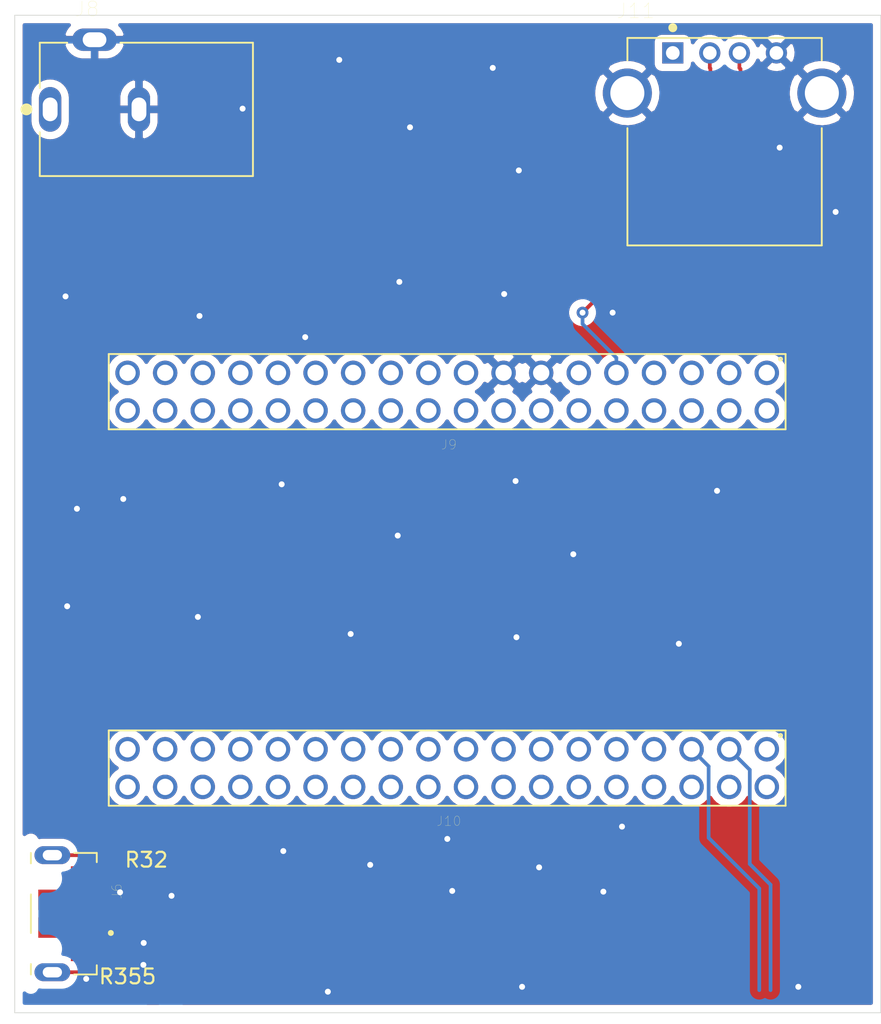
<source format=kicad_pcb>
(kicad_pcb (version 20171130) (host pcbnew "(5.1.5)-3")

  (general
    (thickness 1.6)
    (drawings 4)
    (tracks 109)
    (zones 0)
    (modules 7)
    (nets 74)
  )

  (page A4)
  (layers
    (0 F.Cu signal)
    (1 In1.Cu signal)
    (2 In2.Cu signal)
    (31 B.Cu signal)
    (32 B.Adhes user)
    (33 F.Adhes user)
    (34 B.Paste user)
    (35 F.Paste user)
    (36 B.SilkS user)
    (37 F.SilkS user)
    (38 B.Mask user)
    (39 F.Mask user)
    (40 Dwgs.User user)
    (41 Cmts.User user)
    (42 Eco1.User user)
    (43 Eco2.User user)
    (44 Edge.Cuts user)
    (45 Margin user)
    (46 B.CrtYd user)
    (47 F.CrtYd user)
    (48 B.Fab user)
    (49 F.Fab user)
  )

  (setup
    (last_trace_width 0.25)
    (trace_clearance 0.2)
    (zone_clearance 0.508)
    (zone_45_only no)
    (trace_min 0.2)
    (via_size 0.8)
    (via_drill 0.4)
    (via_min_size 0.4)
    (via_min_drill 0.3)
    (uvia_size 0.3)
    (uvia_drill 0.1)
    (uvias_allowed no)
    (uvia_min_size 0.2)
    (uvia_min_drill 0.1)
    (edge_width 0.05)
    (segment_width 0.2)
    (pcb_text_width 0.3)
    (pcb_text_size 1.5 1.5)
    (mod_edge_width 0.12)
    (mod_text_size 1 1)
    (mod_text_width 0.15)
    (pad_size 1.524 1.524)
    (pad_drill 0.762)
    (pad_to_mask_clearance 0.051)
    (solder_mask_min_width 0.25)
    (aux_axis_origin 0 0)
    (visible_elements 7FFFFFFF)
    (pcbplotparams
      (layerselection 0x010fc_ffffffff)
      (usegerberextensions false)
      (usegerberattributes false)
      (usegerberadvancedattributes false)
      (creategerberjobfile false)
      (excludeedgelayer true)
      (linewidth 0.100000)
      (plotframeref false)
      (viasonmask false)
      (mode 1)
      (useauxorigin false)
      (hpglpennumber 1)
      (hpglpenspeed 20)
      (hpglpendiameter 15.000000)
      (psnegative false)
      (psa4output false)
      (plotreference true)
      (plotvalue true)
      (plotinvisibletext false)
      (padsonsilk false)
      (subtractmaskfromsilk false)
      (outputformat 1)
      (mirror false)
      (drillshape 1)
      (scaleselection 1)
      (outputdirectory ""))
  )

  (net 0 "")
  (net 1 "Net-(J6-PadSH1)")
  (net 2 "Net-(J6-Pad1)")
  (net 3 USBDP)
  (net 4 USBDM)
  (net 5 "Net-(J6-Pad4)")
  (net 6 GND)
  (net 7 USB_VBUS)
  (net 8 "Net-(J9-Pad4)")
  (net 9 "Net-(J9-Pad2)")
  (net 10 "Net-(J9-Pad6)")
  (net 11 "Net-(J9-Pad8)")
  (net 12 /USBDM_WIFI)
  (net 13 "Net-(J9-Pad10)")
  (net 14 /USBDP_WIFI)
  (net 15 "Net-(J9-Pad12)")
  (net 16 "Net-(J9-Pad14)")
  (net 17 "Net-(J9-Pad16)")
  (net 18 "Net-(J9-Pad17)")
  (net 19 "Net-(J9-Pad18)")
  (net 20 "Net-(J9-Pad19)")
  (net 21 "Net-(J9-Pad20)")
  (net 22 "Net-(J9-Pad21)")
  (net 23 "Net-(J9-Pad22)")
  (net 24 "Net-(J9-Pad23)")
  (net 25 "Net-(J9-Pad24)")
  (net 26 "Net-(J9-Pad25)")
  (net 27 "Net-(J9-Pad26)")
  (net 28 "Net-(J9-Pad27)")
  (net 29 "Net-(J9-Pad28)")
  (net 30 "Net-(J9-Pad29)")
  (net 31 "Net-(J9-Pad30)")
  (net 32 "Net-(J9-Pad31)")
  (net 33 "Net-(J9-Pad32)")
  (net 34 "Net-(J9-Pad33)")
  (net 35 "Net-(J9-Pad34)")
  (net 36 "Net-(J9-Pad35)")
  (net 37 "Net-(J9-Pad36)")
  (net 38 "Net-(J10-Pad36)")
  (net 39 "Net-(J10-Pad35)")
  (net 40 "Net-(J10-Pad34)")
  (net 41 "Net-(J10-Pad33)")
  (net 42 "Net-(J10-Pad32)")
  (net 43 "Net-(J10-Pad31)")
  (net 44 "Net-(J10-Pad30)")
  (net 45 "Net-(J10-Pad29)")
  (net 46 "Net-(J10-Pad28)")
  (net 47 "Net-(J10-Pad27)")
  (net 48 "Net-(J10-Pad26)")
  (net 49 "Net-(J10-Pad25)")
  (net 50 "Net-(J10-Pad24)")
  (net 51 "Net-(J10-Pad23)")
  (net 52 "Net-(J10-Pad22)")
  (net 53 "Net-(J10-Pad21)")
  (net 54 "Net-(J10-Pad20)")
  (net 55 "Net-(J10-Pad19)")
  (net 56 "Net-(J10-Pad18)")
  (net 57 "Net-(J10-Pad17)")
  (net 58 "Net-(J10-Pad16)")
  (net 59 "Net-(J10-Pad15)")
  (net 60 "Net-(J10-Pad14)")
  (net 61 "Net-(J10-Pad13)")
  (net 62 "Net-(J10-Pad12)")
  (net 63 "Net-(J10-Pad11)")
  (net 64 "Net-(J10-Pad10)")
  (net 65 "Net-(J10-Pad9)")
  (net 66 "Net-(J10-Pad8)")
  (net 67 "Net-(J10-Pad7)")
  (net 68 "Net-(J10-Pad6)")
  (net 69 WMCU_RXD)
  (net 70 WMCU_TXD)
  (net 71 "Net-(J10-Pad2)")
  (net 72 "Net-(J10-Pad1)")
  (net 73 "Net-(J10-Pad4)")

  (net_class Default "This is the default net class."
    (clearance 0.2)
    (trace_width 0.25)
    (via_dia 0.8)
    (via_drill 0.4)
    (uvia_dia 0.3)
    (uvia_drill 0.1)
    (add_net /USBDM_WIFI)
    (add_net /USBDP_WIFI)
    (add_net GND)
    (add_net "Net-(J10-Pad1)")
    (add_net "Net-(J10-Pad10)")
    (add_net "Net-(J10-Pad11)")
    (add_net "Net-(J10-Pad12)")
    (add_net "Net-(J10-Pad13)")
    (add_net "Net-(J10-Pad14)")
    (add_net "Net-(J10-Pad15)")
    (add_net "Net-(J10-Pad16)")
    (add_net "Net-(J10-Pad17)")
    (add_net "Net-(J10-Pad18)")
    (add_net "Net-(J10-Pad19)")
    (add_net "Net-(J10-Pad2)")
    (add_net "Net-(J10-Pad20)")
    (add_net "Net-(J10-Pad21)")
    (add_net "Net-(J10-Pad22)")
    (add_net "Net-(J10-Pad23)")
    (add_net "Net-(J10-Pad24)")
    (add_net "Net-(J10-Pad25)")
    (add_net "Net-(J10-Pad26)")
    (add_net "Net-(J10-Pad27)")
    (add_net "Net-(J10-Pad28)")
    (add_net "Net-(J10-Pad29)")
    (add_net "Net-(J10-Pad30)")
    (add_net "Net-(J10-Pad31)")
    (add_net "Net-(J10-Pad32)")
    (add_net "Net-(J10-Pad33)")
    (add_net "Net-(J10-Pad34)")
    (add_net "Net-(J10-Pad35)")
    (add_net "Net-(J10-Pad36)")
    (add_net "Net-(J10-Pad4)")
    (add_net "Net-(J10-Pad6)")
    (add_net "Net-(J10-Pad7)")
    (add_net "Net-(J10-Pad8)")
    (add_net "Net-(J10-Pad9)")
    (add_net "Net-(J6-Pad1)")
    (add_net "Net-(J6-Pad4)")
    (add_net "Net-(J6-PadSH1)")
    (add_net "Net-(J9-Pad10)")
    (add_net "Net-(J9-Pad12)")
    (add_net "Net-(J9-Pad14)")
    (add_net "Net-(J9-Pad16)")
    (add_net "Net-(J9-Pad17)")
    (add_net "Net-(J9-Pad18)")
    (add_net "Net-(J9-Pad19)")
    (add_net "Net-(J9-Pad2)")
    (add_net "Net-(J9-Pad20)")
    (add_net "Net-(J9-Pad21)")
    (add_net "Net-(J9-Pad22)")
    (add_net "Net-(J9-Pad23)")
    (add_net "Net-(J9-Pad24)")
    (add_net "Net-(J9-Pad25)")
    (add_net "Net-(J9-Pad26)")
    (add_net "Net-(J9-Pad27)")
    (add_net "Net-(J9-Pad28)")
    (add_net "Net-(J9-Pad29)")
    (add_net "Net-(J9-Pad30)")
    (add_net "Net-(J9-Pad31)")
    (add_net "Net-(J9-Pad32)")
    (add_net "Net-(J9-Pad33)")
    (add_net "Net-(J9-Pad34)")
    (add_net "Net-(J9-Pad35)")
    (add_net "Net-(J9-Pad36)")
    (add_net "Net-(J9-Pad4)")
    (add_net "Net-(J9-Pad6)")
    (add_net "Net-(J9-Pad8)")
    (add_net USBDM)
    (add_net USBDP)
    (add_net USB_VBUS)
    (add_net WMCU_RXD)
    (add_net WMCU_TXD)
  )

  (module MOLEX_105164-0001 (layer F.Cu) (tedit 5E8348DB) (tstamp 5E863A42)
    (at 153.49 94.9175 270)
    (path /5E83531B)
    (fp_text reference J6 (at -1.508428 -5.808067 90) (layer F.SilkS)
      (effects (font (size 0.640183 0.640183) (thickness 0.015)))
    )
    (fp_text value 105164-0001 (at 3.373397 1.685896 90) (layer F.Fab)
      (effects (font (size 0.640873 0.640873) (thickness 0.015)))
    )
    (fp_line (start 4.1 0.7) (end -4.1 0.7) (layer F.Fab) (width 0.127))
    (fp_line (start -4.1 0.7) (end -4.1 -4.45) (layer F.Fab) (width 0.127))
    (fp_line (start -4.1 -4.45) (end 4.1 -4.45) (layer F.Fab) (width 0.127))
    (fp_line (start 4.1 -4.45) (end 4.1 0.7) (layer F.Fab) (width 0.127))
    (fp_line (start 4.1 -2.92) (end 4.1 -4.45) (layer F.SilkS) (width 0.127))
    (fp_line (start 4.1 -4.45) (end 3.48 -4.45) (layer F.SilkS) (width 0.127))
    (fp_line (start -4.1 -2.92) (end -4.1 -4.45) (layer F.SilkS) (width 0.127))
    (fp_line (start -4.1 -4.45) (end -3.48 -4.45) (layer F.SilkS) (width 0.127))
    (fp_line (start 4.75 0.95) (end -4.75 0.95) (layer F.CrtYd) (width 0.05))
    (fp_line (start -4.75 0.95) (end -4.75 -5.05) (layer F.CrtYd) (width 0.05))
    (fp_line (start -4.75 -5.05) (end 4.75 -5.05) (layer F.CrtYd) (width 0.05))
    (fp_line (start 4.75 -5.05) (end 4.75 0.95) (layer F.CrtYd) (width 0.05))
    (fp_circle (center 1.3 -5.4) (end 1.4 -5.4) (layer F.SilkS) (width 0.2))
    (fp_circle (center 1.3 -5.4) (end 1.4 -5.4) (layer F.Fab) (width 0.2))
    (fp_line (start -4.9 0) (end -3.4 0) (layer Edge.Cuts) (width 0.0001))
    (fp_line (start -2.825 -1.15) (end -2.825 -0.5) (layer Edge.Cuts) (width 0.0001))
    (fp_line (start -1.925 -1.15) (end -1.925 -0.5) (layer Edge.Cuts) (width 0.0001))
    (fp_arc (start -2.375 -1.15) (end -1.925 -1.15) (angle -180) (layer Edge.Cuts) (width 0.0001))
    (fp_line (start -3.4 0) (end -2.825 -0.5) (layer Edge.Cuts) (width 0.0001))
    (fp_line (start 0 0) (end -1.3 0) (layer Edge.Cuts) (width 0.0001))
    (fp_line (start -1.3 0) (end -1.925 -0.5) (layer Edge.Cuts) (width 0.0001))
    (fp_line (start 4.9 0) (end 3.4 0) (layer Edge.Cuts) (width 0.0001))
    (fp_line (start 2.825 -1.15) (end 2.825 -0.5) (layer Edge.Cuts) (width 0.0001))
    (fp_line (start 1.925 -1.15) (end 1.925 -0.5) (layer Edge.Cuts) (width 0.0001))
    (fp_arc (start 2.375 -1.15) (end 1.925 -1.15) (angle 180) (layer Edge.Cuts) (width 0.0001))
    (fp_line (start 3.4 0) (end 2.825 -0.5) (layer Edge.Cuts) (width 0.0001))
    (fp_line (start 0 0) (end 1.3 0) (layer Edge.Cuts) (width 0.0001))
    (fp_line (start 1.3 0) (end 1.925 -0.5) (layer Edge.Cuts) (width 0.0001))
    (fp_line (start -4.1 0) (end -3.4 0) (layer F.SilkS) (width 0.127))
    (fp_line (start -1.3 0) (end 1.3 0) (layer F.SilkS) (width 0.127))
    (fp_line (start 3.4 0) (end 4.1 0) (layer F.SilkS) (width 0.127))
    (pad SH2 smd rect (at -2.4625 -3.75 270) (size 1.475 2.1) (layers F.Cu F.Paste F.Mask)
      (net 1 "Net-(J6-PadSH1)"))
    (pad SH1 thru_hole oval (at -3.95 -1.45 270) (size 1.208 2.416) (drill oval 0.7 1.3) (layers *.Cu *.Mask)
      (net 1 "Net-(J6-PadSH1)"))
    (pad SH6 thru_hole oval (at 3.95 -1.45 270) (size 1.208 2.416) (drill oval 0.7 1.3) (layers *.Cu *.Mask)
      (net 1 "Net-(J6-PadSH1)"))
    (pad SH3 smd rect (at -0.9375 -1.45 270) (size 1.375 1.9) (layers F.Cu F.Paste F.Mask)
      (net 1 "Net-(J6-PadSH1)"))
    (pad SH4 smd rect (at 0.9375 -1.45 270) (size 1.375 1.9) (layers F.Cu F.Paste F.Mask)
      (net 1 "Net-(J6-PadSH1)"))
    (pad SH5 smd rect (at 2.4625 -3.75 270) (size 1.475 2.1) (layers F.Cu F.Paste F.Mask)
      (net 1 "Net-(J6-PadSH1)"))
    (pad 1 smd rect (at 1.3 -4.11 270) (size 0.45 1.38) (layers F.Cu F.Paste F.Mask)
      (net 2 "Net-(J6-Pad1)"))
    (pad 3 smd rect (at 0 -4.11 270) (size 0.45 1.38) (layers F.Cu F.Paste F.Mask)
      (net 3 USBDP))
    (pad 2 smd rect (at 0.65 -4.11 270) (size 0.45 1.38) (layers F.Cu F.Paste F.Mask)
      (net 4 USBDM))
    (pad 4 smd rect (at -0.65 -4.11 270) (size 0.45 1.38) (layers F.Cu F.Paste F.Mask)
      (net 5 "Net-(J6-Pad4)"))
    (pad 5 smd rect (at -1.3 -4.11 270) (size 0.45 1.38) (layers F.Cu F.Paste F.Mask)
      (net 6 GND))
  )

  (module CUI_PJ-102A (layer F.Cu) (tedit 5E8354EF) (tstamp 5E863A60)
    (at 161.29 40.64)
    (path /5E83D4B9)
    (fp_text reference J8 (at -4.01779 -6.7697) (layer F.SilkS)
      (effects (font (size 1.000693 1.000693) (thickness 0.015)))
    )
    (fp_text value PJ-102A (at -0.20508 5.77692) (layer F.Fab)
      (effects (font (size 1.000331 1.000331) (thickness 0.015)))
    )
    (fp_line (start -7.2 -4.5) (end 7.2 -4.5) (layer F.Fab) (width 0.127))
    (fp_line (start 7.2 4.5) (end -7.2 4.5) (layer F.Fab) (width 0.127))
    (fp_line (start -7.2 4.5) (end -7.2 -4.5) (layer F.Fab) (width 0.127))
    (fp_line (start 7.2 -4.5) (end 7.2 4.5) (layer F.SilkS) (width 0.127))
    (fp_line (start 7.2 4.5) (end -7.2 4.5) (layer F.SilkS) (width 0.127))
    (fp_line (start -7.2 -4.5) (end -5.35 -4.5) (layer F.SilkS) (width 0.127))
    (fp_line (start -7.2 4.5) (end -7.2 1.55) (layer F.SilkS) (width 0.127))
    (fp_line (start -1.75 -4.5) (end 7.2 -4.5) (layer F.SilkS) (width 0.127))
    (fp_line (start -7.2 -1.45) (end -7.2 -4.5) (layer F.SilkS) (width 0.127))
    (fp_line (start -7.45 -4.75) (end -5.35 -4.75) (layer F.CrtYd) (width 0.05))
    (fp_line (start -5.35 -4.75) (end -5.35 -5.8) (layer F.CrtYd) (width 0.05))
    (fp_line (start -5.35 -5.8) (end -1.65 -5.8) (layer F.CrtYd) (width 0.05))
    (fp_line (start -1.65 -5.8) (end -1.65 -4.75) (layer F.CrtYd) (width 0.05))
    (fp_line (start -1.65 -4.75) (end 7.5 -4.75) (layer F.CrtYd) (width 0.05))
    (fp_line (start 7.5 -4.75) (end 7.5 4.75) (layer F.CrtYd) (width 0.05))
    (fp_line (start 7.5 4.75) (end -7.45 4.75) (layer F.CrtYd) (width 0.05))
    (fp_line (start -7.45 4.75) (end -7.45 2.35) (layer F.CrtYd) (width 0.05))
    (fp_circle (center -8.1 0) (end -7.9 0) (layer F.SilkS) (width 0.4))
    (fp_line (start -7.45 -2.25) (end -7.45 -4.75) (layer F.CrtYd) (width 0.05))
    (fp_line (start -7.45 -2.25) (end -7.55 -2.25) (layer F.CrtYd) (width 0.05))
    (fp_line (start -7.55 -2.25) (end -7.55 2.35) (layer F.CrtYd) (width 0.05))
    (fp_line (start -7.55 2.35) (end -7.45 2.35) (layer F.CrtYd) (width 0.05))
    (fp_line (start 7.2 -4.5) (end 7.2 4.5) (layer F.Fab) (width 0.127))
    (pad 1 thru_hole oval (at -6.5 0) (size 1.508 3.016) (drill oval 1 1.6) (layers *.Cu *.Mask)
      (net 7 USB_VBUS))
    (pad 2 thru_hole oval (at -0.5 0) (size 1.508 3.016) (drill oval 1 1.6) (layers *.Cu *.Mask)
      (net 6 GND))
    (pad 3 thru_hole oval (at -3.5 -4.7) (size 3.016 1.508) (drill oval 1.6 1) (layers *.Cu *.Mask)
      (net 6 GND))
  )

  (module 61303621121 (layer F.Cu) (tedit 5E834E24) (tstamp 5E863A8E)
    (at 181.61 59.69 180)
    (descr "WR-PHD 2.54mm Dual Pin Header, 36 Pins")
    (path /5E835C42)
    (fp_text reference J9 (at -0.1152 -3.5785) (layer F.SilkS)
      (effects (font (size 0.64 0.64) (thickness 0.015)))
    )
    (fp_text value 61303621121 (at 2.3952 3.5838) (layer F.Fab)
      (effects (font (size 0.64 0.64) (thickness 0.015)))
    )
    (fp_line (start 22.86 -2.54) (end 22.86 2.54) (layer F.SilkS) (width 0.127))
    (fp_line (start 22.86 2.54) (end -22.86 2.54) (layer F.SilkS) (width 0.127))
    (fp_line (start -22.86 2.54) (end -22.86 -2.54) (layer F.SilkS) (width 0.127))
    (fp_line (start -22.86 -2.54) (end 22.86 -2.54) (layer F.SilkS) (width 0.127))
    (fp_poly (pts (xy -23.11 -2.79) (xy 23.11 -2.79) (xy 23.11 2.79) (xy -23.11 2.79)) (layer F.CrtYd) (width 0.127))
    (fp_circle (center -22.52 2.2) (end -22.42 2.2) (layer F.SilkS) (width 0.127))
    (pad 4 thru_hole circle (at -19.05 -1.27 180) (size 1.65 1.65) (drill 1.1) (layers *.Cu *.Mask)
      (net 8 "Net-(J9-Pad4)"))
    (pad 1 thru_hole circle (at -21.59 1.27 180) (size 1.65 1.65) (drill 1.1) (layers *.Cu *.Mask)
      (net 7 USB_VBUS))
    (pad 2 thru_hole circle (at -21.59 -1.27 180) (size 1.65 1.65) (drill 1.1) (layers *.Cu *.Mask)
      (net 9 "Net-(J9-Pad2)"))
    (pad 3 thru_hole circle (at -19.05 1.27 180) (size 1.65 1.65) (drill 1.1) (layers *.Cu *.Mask)
      (net 7 USB_VBUS))
    (pad 5 thru_hole circle (at -16.51 1.27 180) (size 1.65 1.65) (drill 1.1) (layers *.Cu *.Mask)
      (net 7 USB_VBUS))
    (pad 6 thru_hole circle (at -16.51 -1.27 180) (size 1.65 1.65) (drill 1.1) (layers *.Cu *.Mask)
      (net 10 "Net-(J9-Pad6)"))
    (pad 7 thru_hole circle (at -13.97 1.27 180) (size 1.65 1.65) (drill 1.1) (layers *.Cu *.Mask)
      (net 7 USB_VBUS))
    (pad 8 thru_hole circle (at -13.97 -1.27 180) (size 1.65 1.65) (drill 1.1) (layers *.Cu *.Mask)
      (net 11 "Net-(J9-Pad8)"))
    (pad 9 thru_hole circle (at -11.43 1.27 180) (size 1.65 1.65) (drill 1.1) (layers *.Cu *.Mask)
      (net 12 /USBDM_WIFI))
    (pad 10 thru_hole circle (at -11.43 -1.27 180) (size 1.65 1.65) (drill 1.1) (layers *.Cu *.Mask)
      (net 13 "Net-(J9-Pad10)"))
    (pad 11 thru_hole circle (at -8.89 1.27 180) (size 1.65 1.65) (drill 1.1) (layers *.Cu *.Mask)
      (net 14 /USBDP_WIFI))
    (pad 12 thru_hole circle (at -8.89 -1.27 180) (size 1.65 1.65) (drill 1.1) (layers *.Cu *.Mask)
      (net 15 "Net-(J9-Pad12)"))
    (pad 13 thru_hole circle (at -6.35 1.27 180) (size 1.65 1.65) (drill 1.1) (layers *.Cu *.Mask)
      (net 6 GND))
    (pad 14 thru_hole circle (at -6.35 -1.27 180) (size 1.65 1.65) (drill 1.1) (layers *.Cu *.Mask)
      (net 16 "Net-(J9-Pad14)"))
    (pad 15 thru_hole circle (at -3.81 1.27 180) (size 1.65 1.65) (drill 1.1) (layers *.Cu *.Mask)
      (net 6 GND))
    (pad 16 thru_hole circle (at -3.81 -1.27 180) (size 1.65 1.65) (drill 1.1) (layers *.Cu *.Mask)
      (net 17 "Net-(J9-Pad16)"))
    (pad 17 thru_hole circle (at -1.27 1.27 180) (size 1.65 1.65) (drill 1.1) (layers *.Cu *.Mask)
      (net 18 "Net-(J9-Pad17)"))
    (pad 18 thru_hole circle (at -1.27 -1.27 180) (size 1.65 1.65) (drill 1.1) (layers *.Cu *.Mask)
      (net 19 "Net-(J9-Pad18)"))
    (pad 19 thru_hole circle (at 1.27 1.27 180) (size 1.65 1.65) (drill 1.1) (layers *.Cu *.Mask)
      (net 20 "Net-(J9-Pad19)"))
    (pad 20 thru_hole circle (at 1.27 -1.27 180) (size 1.65 1.65) (drill 1.1) (layers *.Cu *.Mask)
      (net 21 "Net-(J9-Pad20)"))
    (pad 21 thru_hole circle (at 3.81 1.27 180) (size 1.65 1.65) (drill 1.1) (layers *.Cu *.Mask)
      (net 22 "Net-(J9-Pad21)"))
    (pad 22 thru_hole circle (at 3.81 -1.27 180) (size 1.65 1.65) (drill 1.1) (layers *.Cu *.Mask)
      (net 23 "Net-(J9-Pad22)"))
    (pad 23 thru_hole circle (at 6.35 1.27 180) (size 1.65 1.65) (drill 1.1) (layers *.Cu *.Mask)
      (net 24 "Net-(J9-Pad23)"))
    (pad 24 thru_hole circle (at 6.35 -1.27 180) (size 1.65 1.65) (drill 1.1) (layers *.Cu *.Mask)
      (net 25 "Net-(J9-Pad24)"))
    (pad 25 thru_hole circle (at 8.89 1.27 180) (size 1.65 1.65) (drill 1.1) (layers *.Cu *.Mask)
      (net 26 "Net-(J9-Pad25)"))
    (pad 26 thru_hole circle (at 8.89 -1.27 180) (size 1.65 1.65) (drill 1.1) (layers *.Cu *.Mask)
      (net 27 "Net-(J9-Pad26)"))
    (pad 27 thru_hole circle (at 11.43 1.27 180) (size 1.65 1.65) (drill 1.1) (layers *.Cu *.Mask)
      (net 28 "Net-(J9-Pad27)"))
    (pad 28 thru_hole circle (at 11.43 -1.27 180) (size 1.65 1.65) (drill 1.1) (layers *.Cu *.Mask)
      (net 29 "Net-(J9-Pad28)"))
    (pad 29 thru_hole circle (at 13.97 1.27 180) (size 1.65 1.65) (drill 1.1) (layers *.Cu *.Mask)
      (net 30 "Net-(J9-Pad29)"))
    (pad 30 thru_hole circle (at 13.97 -1.27 180) (size 1.65 1.65) (drill 1.1) (layers *.Cu *.Mask)
      (net 31 "Net-(J9-Pad30)"))
    (pad 31 thru_hole circle (at 16.51 1.27 180) (size 1.65 1.65) (drill 1.1) (layers *.Cu *.Mask)
      (net 32 "Net-(J9-Pad31)"))
    (pad 32 thru_hole circle (at 16.51 -1.27 180) (size 1.65 1.65) (drill 1.1) (layers *.Cu *.Mask)
      (net 33 "Net-(J9-Pad32)"))
    (pad 33 thru_hole circle (at 19.05 1.27 180) (size 1.65 1.65) (drill 1.1) (layers *.Cu *.Mask)
      (net 34 "Net-(J9-Pad33)"))
    (pad 34 thru_hole circle (at 19.05 -1.27 180) (size 1.65 1.65) (drill 1.1) (layers *.Cu *.Mask)
      (net 35 "Net-(J9-Pad34)"))
    (pad 35 thru_hole circle (at 21.59 1.27 180) (size 1.65 1.65) (drill 1.1) (layers *.Cu *.Mask)
      (net 36 "Net-(J9-Pad35)"))
    (pad 36 thru_hole circle (at 21.59 -1.27 180) (size 1.65 1.65) (drill 1.1) (layers *.Cu *.Mask)
      (net 37 "Net-(J9-Pad36)"))
  )

  (module 61303621121 (layer F.Cu) (tedit 5E834E24) (tstamp 5E863ABC)
    (at 181.61 85.09 180)
    (descr "WR-PHD 2.54mm Dual Pin Header, 36 Pins")
    (path /5E837AC8)
    (fp_text reference J10 (at -0.1152 -3.5785) (layer F.SilkS)
      (effects (font (size 0.64 0.64) (thickness 0.015)))
    )
    (fp_text value 61303621121 (at 2.3952 3.5838) (layer F.Fab)
      (effects (font (size 0.64 0.64) (thickness 0.015)))
    )
    (fp_circle (center -22.52 2.2) (end -22.42 2.2) (layer F.SilkS) (width 0.127))
    (fp_poly (pts (xy -23.11 -2.79) (xy 23.11 -2.79) (xy 23.11 2.79) (xy -23.11 2.79)) (layer F.CrtYd) (width 0.127))
    (fp_line (start -22.86 -2.54) (end 22.86 -2.54) (layer F.SilkS) (width 0.127))
    (fp_line (start -22.86 2.54) (end -22.86 -2.54) (layer F.SilkS) (width 0.127))
    (fp_line (start 22.86 2.54) (end -22.86 2.54) (layer F.SilkS) (width 0.127))
    (fp_line (start 22.86 -2.54) (end 22.86 2.54) (layer F.SilkS) (width 0.127))
    (pad 36 thru_hole circle (at 21.59 -1.27 180) (size 1.65 1.65) (drill 1.1) (layers *.Cu *.Mask)
      (net 38 "Net-(J10-Pad36)"))
    (pad 35 thru_hole circle (at 21.59 1.27 180) (size 1.65 1.65) (drill 1.1) (layers *.Cu *.Mask)
      (net 39 "Net-(J10-Pad35)"))
    (pad 34 thru_hole circle (at 19.05 -1.27 180) (size 1.65 1.65) (drill 1.1) (layers *.Cu *.Mask)
      (net 40 "Net-(J10-Pad34)"))
    (pad 33 thru_hole circle (at 19.05 1.27 180) (size 1.65 1.65) (drill 1.1) (layers *.Cu *.Mask)
      (net 41 "Net-(J10-Pad33)"))
    (pad 32 thru_hole circle (at 16.51 -1.27 180) (size 1.65 1.65) (drill 1.1) (layers *.Cu *.Mask)
      (net 42 "Net-(J10-Pad32)"))
    (pad 31 thru_hole circle (at 16.51 1.27 180) (size 1.65 1.65) (drill 1.1) (layers *.Cu *.Mask)
      (net 43 "Net-(J10-Pad31)"))
    (pad 30 thru_hole circle (at 13.97 -1.27 180) (size 1.65 1.65) (drill 1.1) (layers *.Cu *.Mask)
      (net 44 "Net-(J10-Pad30)"))
    (pad 29 thru_hole circle (at 13.97 1.27 180) (size 1.65 1.65) (drill 1.1) (layers *.Cu *.Mask)
      (net 45 "Net-(J10-Pad29)"))
    (pad 28 thru_hole circle (at 11.43 -1.27 180) (size 1.65 1.65) (drill 1.1) (layers *.Cu *.Mask)
      (net 46 "Net-(J10-Pad28)"))
    (pad 27 thru_hole circle (at 11.43 1.27 180) (size 1.65 1.65) (drill 1.1) (layers *.Cu *.Mask)
      (net 47 "Net-(J10-Pad27)"))
    (pad 26 thru_hole circle (at 8.89 -1.27 180) (size 1.65 1.65) (drill 1.1) (layers *.Cu *.Mask)
      (net 48 "Net-(J10-Pad26)"))
    (pad 25 thru_hole circle (at 8.89 1.27 180) (size 1.65 1.65) (drill 1.1) (layers *.Cu *.Mask)
      (net 49 "Net-(J10-Pad25)"))
    (pad 24 thru_hole circle (at 6.35 -1.27 180) (size 1.65 1.65) (drill 1.1) (layers *.Cu *.Mask)
      (net 50 "Net-(J10-Pad24)"))
    (pad 23 thru_hole circle (at 6.35 1.27 180) (size 1.65 1.65) (drill 1.1) (layers *.Cu *.Mask)
      (net 51 "Net-(J10-Pad23)"))
    (pad 22 thru_hole circle (at 3.81 -1.27 180) (size 1.65 1.65) (drill 1.1) (layers *.Cu *.Mask)
      (net 52 "Net-(J10-Pad22)"))
    (pad 21 thru_hole circle (at 3.81 1.27 180) (size 1.65 1.65) (drill 1.1) (layers *.Cu *.Mask)
      (net 53 "Net-(J10-Pad21)"))
    (pad 20 thru_hole circle (at 1.27 -1.27 180) (size 1.65 1.65) (drill 1.1) (layers *.Cu *.Mask)
      (net 54 "Net-(J10-Pad20)"))
    (pad 19 thru_hole circle (at 1.27 1.27 180) (size 1.65 1.65) (drill 1.1) (layers *.Cu *.Mask)
      (net 55 "Net-(J10-Pad19)"))
    (pad 18 thru_hole circle (at -1.27 -1.27 180) (size 1.65 1.65) (drill 1.1) (layers *.Cu *.Mask)
      (net 56 "Net-(J10-Pad18)"))
    (pad 17 thru_hole circle (at -1.27 1.27 180) (size 1.65 1.65) (drill 1.1) (layers *.Cu *.Mask)
      (net 57 "Net-(J10-Pad17)"))
    (pad 16 thru_hole circle (at -3.81 -1.27 180) (size 1.65 1.65) (drill 1.1) (layers *.Cu *.Mask)
      (net 58 "Net-(J10-Pad16)"))
    (pad 15 thru_hole circle (at -3.81 1.27 180) (size 1.65 1.65) (drill 1.1) (layers *.Cu *.Mask)
      (net 59 "Net-(J10-Pad15)"))
    (pad 14 thru_hole circle (at -6.35 -1.27 180) (size 1.65 1.65) (drill 1.1) (layers *.Cu *.Mask)
      (net 60 "Net-(J10-Pad14)"))
    (pad 13 thru_hole circle (at -6.35 1.27 180) (size 1.65 1.65) (drill 1.1) (layers *.Cu *.Mask)
      (net 61 "Net-(J10-Pad13)"))
    (pad 12 thru_hole circle (at -8.89 -1.27 180) (size 1.65 1.65) (drill 1.1) (layers *.Cu *.Mask)
      (net 62 "Net-(J10-Pad12)"))
    (pad 11 thru_hole circle (at -8.89 1.27 180) (size 1.65 1.65) (drill 1.1) (layers *.Cu *.Mask)
      (net 63 "Net-(J10-Pad11)"))
    (pad 10 thru_hole circle (at -11.43 -1.27 180) (size 1.65 1.65) (drill 1.1) (layers *.Cu *.Mask)
      (net 64 "Net-(J10-Pad10)"))
    (pad 9 thru_hole circle (at -11.43 1.27 180) (size 1.65 1.65) (drill 1.1) (layers *.Cu *.Mask)
      (net 65 "Net-(J10-Pad9)"))
    (pad 8 thru_hole circle (at -13.97 -1.27 180) (size 1.65 1.65) (drill 1.1) (layers *.Cu *.Mask)
      (net 66 "Net-(J10-Pad8)"))
    (pad 7 thru_hole circle (at -13.97 1.27 180) (size 1.65 1.65) (drill 1.1) (layers *.Cu *.Mask)
      (net 67 "Net-(J10-Pad7)"))
    (pad 6 thru_hole circle (at -16.51 -1.27 180) (size 1.65 1.65) (drill 1.1) (layers *.Cu *.Mask)
      (net 68 "Net-(J10-Pad6)"))
    (pad 5 thru_hole circle (at -16.51 1.27 180) (size 1.65 1.65) (drill 1.1) (layers *.Cu *.Mask)
      (net 69 WMCU_RXD))
    (pad 3 thru_hole circle (at -19.05 1.27 180) (size 1.65 1.65) (drill 1.1) (layers *.Cu *.Mask)
      (net 70 WMCU_TXD))
    (pad 2 thru_hole circle (at -21.59 -1.27 180) (size 1.65 1.65) (drill 1.1) (layers *.Cu *.Mask)
      (net 71 "Net-(J10-Pad2)"))
    (pad 1 thru_hole circle (at -21.59 1.27 180) (size 1.65 1.65) (drill 1.1) (layers *.Cu *.Mask)
      (net 72 "Net-(J10-Pad1)"))
    (pad 4 thru_hole circle (at -19.05 -1.27 180) (size 1.65 1.65) (drill 1.1) (layers *.Cu *.Mask)
      (net 73 "Net-(J10-Pad4)"))
  )

  (module TE_292303-1 (layer F.Cu) (tedit 5E834F46) (tstamp 5E863AD7)
    (at 196.85 36.83)
    (path /5E83C82B)
    (fp_text reference J11 (at -2.502535 -2.842885) (layer F.SilkS)
      (effects (font (size 1.001016 1.001016) (thickness 0.015)))
    )
    (fp_text value 292303-1 (at 1.410055 14.705285) (layer F.Fab)
      (effects (font (size 1.000024 1.000024) (thickness 0.015)))
    )
    (fp_line (start -3.065 12.99) (end 10.065 12.99) (layer F.Fab) (width 0.127))
    (fp_line (start 10.065 12.99) (end 10.065 -1.01) (layer F.Fab) (width 0.127))
    (fp_line (start 10.065 -1.01) (end -3.065 -1.01) (layer F.Fab) (width 0.127))
    (fp_line (start -3.065 -1.01) (end -3.065 12.99) (layer F.Fab) (width 0.127))
    (fp_line (start -3.065 -1.01) (end 10.065 -1.01) (layer F.SilkS) (width 0.127))
    (fp_line (start 10.065 -1.01) (end 10.065 0.5) (layer F.SilkS) (width 0.127))
    (fp_line (start 10.065 5.08) (end 10.065 12.99) (layer F.SilkS) (width 0.127))
    (fp_line (start 10.065 12.99) (end -3.065 12.99) (layer F.SilkS) (width 0.127))
    (fp_line (start -3.065 12.99) (end -3.065 5.08) (layer F.SilkS) (width 0.127))
    (fp_line (start -3.065 0.5) (end -3.065 -1.01) (layer F.SilkS) (width 0.127))
    (fp_text user PCB~EDGE (at 6.3563 15.2551) (layer F.Fab)
      (effects (font (size 1.000992 1.000992) (thickness 0.015)))
    )
    (fp_line (start -5.12 -1.26) (end 12.12 -1.26) (layer F.CrtYd) (width 0.05))
    (fp_line (start 12.12 -1.26) (end 12.12 13.24) (layer F.CrtYd) (width 0.05))
    (fp_line (start 12.12 13.24) (end -5.12 13.24) (layer F.CrtYd) (width 0.05))
    (fp_line (start -5.12 13.24) (end -5.12 -1.26) (layer F.CrtYd) (width 0.05))
    (fp_circle (center 0 -1.7) (end 0.15 -1.7) (layer F.SilkS) (width 0.3))
    (fp_circle (center 0 0) (end 0.15 0) (layer F.Fab) (width 0.3))
    (pad 1 thru_hole rect (at 0 0) (size 1.428 1.428) (drill 0.92) (layers *.Cu *.Mask)
      (net 7 USB_VBUS))
    (pad 2 thru_hole circle (at 2.5 0) (size 1.428 1.428) (drill 0.92) (layers *.Cu *.Mask)
      (net 12 /USBDM_WIFI))
    (pad 3 thru_hole circle (at 4.5 0) (size 1.428 1.428) (drill 0.92) (layers *.Cu *.Mask)
      (net 14 /USBDP_WIFI))
    (pad 4 thru_hole circle (at 7 0) (size 1.428 1.428) (drill 0.92) (layers *.Cu *.Mask)
      (net 6 GND))
    (pad SH1 thru_hole circle (at -3.07 2.71) (size 3.316 3.316) (drill 2.3) (layers *.Cu *.Mask)
      (net 6 GND))
    (pad SH2 thru_hole circle (at 10.07 2.71) (size 3.316 3.316) (drill 2.3) (layers *.Cu *.Mask)
      (net 6 GND))
  )

  (module Resistor_SMD:R_0402_1005Metric (layer F.Cu) (tedit 5B301BBD) (tstamp 5E863AE6)
    (at 161.29 92.456)
    (descr "Resistor SMD 0402 (1005 Metric), square (rectangular) end terminal, IPC_7351 nominal, (Body size source: http://www.tortai-tech.com/upload/download/2011102023233369053.pdf), generated with kicad-footprint-generator")
    (tags resistor)
    (path /5E888DBA)
    (attr smd)
    (fp_text reference R32 (at 0 -1.17) (layer F.SilkS)
      (effects (font (size 1 1) (thickness 0.15)))
    )
    (fp_text value 33k (at 0 1.17) (layer F.Fab)
      (effects (font (size 1 1) (thickness 0.15)))
    )
    (fp_line (start -0.5 0.25) (end -0.5 -0.25) (layer F.Fab) (width 0.1))
    (fp_line (start -0.5 -0.25) (end 0.5 -0.25) (layer F.Fab) (width 0.1))
    (fp_line (start 0.5 -0.25) (end 0.5 0.25) (layer F.Fab) (width 0.1))
    (fp_line (start 0.5 0.25) (end -0.5 0.25) (layer F.Fab) (width 0.1))
    (fp_line (start -0.93 0.47) (end -0.93 -0.47) (layer F.CrtYd) (width 0.05))
    (fp_line (start -0.93 -0.47) (end 0.93 -0.47) (layer F.CrtYd) (width 0.05))
    (fp_line (start 0.93 -0.47) (end 0.93 0.47) (layer F.CrtYd) (width 0.05))
    (fp_line (start 0.93 0.47) (end -0.93 0.47) (layer F.CrtYd) (width 0.05))
    (fp_text user %R (at 0 0) (layer F.Fab)
      (effects (font (size 0.25 0.25) (thickness 0.04)))
    )
    (pad 1 smd roundrect (at -0.485 0) (size 0.59 0.64) (layers F.Cu F.Paste F.Mask) (roundrect_rratio 0.25)
      (net 1 "Net-(J6-PadSH1)"))
    (pad 2 smd roundrect (at 0.485 0) (size 0.59 0.64) (layers F.Cu F.Paste F.Mask) (roundrect_rratio 0.25)
      (net 6 GND))
    (model ${KISYS3DMOD}/Resistor_SMD.3dshapes/R_0402_1005Metric.wrl
      (at (xyz 0 0 0))
      (scale (xyz 1 1 1))
      (rotate (xyz 0 0 0))
    )
  )

  (module Resistor_SMD:R_0402_1005Metric (layer F.Cu) (tedit 5B301BBD) (tstamp 5E863AF5)
    (at 160.02 100.33)
    (descr "Resistor SMD 0402 (1005 Metric), square (rectangular) end terminal, IPC_7351 nominal, (Body size source: http://www.tortai-tech.com/upload/download/2011102023233369053.pdf), generated with kicad-footprint-generator")
    (tags resistor)
    (path /5E889481)
    (attr smd)
    (fp_text reference R355 (at 0 -1.17) (layer F.SilkS)
      (effects (font (size 1 1) (thickness 0.15)))
    )
    (fp_text value 33k (at 0 1.17) (layer F.Fab)
      (effects (font (size 1 1) (thickness 0.15)))
    )
    (fp_text user %R (at 0 0) (layer F.Fab)
      (effects (font (size 0.25 0.25) (thickness 0.04)))
    )
    (fp_line (start 0.93 0.47) (end -0.93 0.47) (layer F.CrtYd) (width 0.05))
    (fp_line (start 0.93 -0.47) (end 0.93 0.47) (layer F.CrtYd) (width 0.05))
    (fp_line (start -0.93 -0.47) (end 0.93 -0.47) (layer F.CrtYd) (width 0.05))
    (fp_line (start -0.93 0.47) (end -0.93 -0.47) (layer F.CrtYd) (width 0.05))
    (fp_line (start 0.5 0.25) (end -0.5 0.25) (layer F.Fab) (width 0.1))
    (fp_line (start 0.5 -0.25) (end 0.5 0.25) (layer F.Fab) (width 0.1))
    (fp_line (start -0.5 -0.25) (end 0.5 -0.25) (layer F.Fab) (width 0.1))
    (fp_line (start -0.5 0.25) (end -0.5 -0.25) (layer F.Fab) (width 0.1))
    (pad 2 smd roundrect (at 0.485 0) (size 0.59 0.64) (layers F.Cu F.Paste F.Mask) (roundrect_rratio 0.25)
      (net 6 GND))
    (pad 1 smd roundrect (at -0.485 0) (size 0.59 0.64) (layers F.Cu F.Paste F.Mask) (roundrect_rratio 0.25)
      (net 2 "Net-(J6-Pad1)"))
    (model ${KISYS3DMOD}/Resistor_SMD.3dshapes/R_0402_1005Metric.wrl
      (at (xyz 0 0 0))
      (scale (xyz 1 1 1))
      (rotate (xyz 0 0 0))
    )
  )

  (gr_line (start 152.4 34.29) (end 152.4 101.6) (layer Edge.Cuts) (width 0.05) (tstamp 5E863E46))
  (gr_line (start 210.9 34.29) (end 152.4 34.29) (layer Edge.Cuts) (width 0.05))
  (gr_line (start 210.9 101.6) (end 210.9 34.29) (layer Edge.Cuts) (width 0.05))
  (gr_line (start 152.4 101.6) (end 210.9 101.6) (layer Edge.Cuts) (width 0.05))

  (segment (start 157.241 92.456) (end 157.24 92.455) (width 0.25) (layer F.Cu) (net 1))
  (segment (start 157.24 98.3675) (end 157.226 98.3815) (width 0.25) (layer F.Cu) (net 1))
  (segment (start 157.24 97.38) (end 157.24 98.3675) (width 0.25) (layer F.Cu) (net 1))
  (segment (start 157.226 98.3815) (end 157.226 98.806) (width 0.25) (layer F.Cu) (net 1))
  (segment (start 157.1645 98.8675) (end 154.94 98.8675) (width 0.25) (layer F.Cu) (net 1))
  (segment (start 157.226 98.806) (end 157.1645 98.8675) (width 0.25) (layer F.Cu) (net 1))
  (segment (start 157.24 91.4675) (end 157.24 92.455) (width 0.25) (layer F.Cu) (net 1))
  (segment (start 156.74 90.9675) (end 157.24 91.4675) (width 0.25) (layer F.Cu) (net 1))
  (segment (start 154.94 90.9675) (end 156.74 90.9675) (width 0.25) (layer F.Cu) (net 1))
  (segment (start 155.2025 93.98) (end 156.7275 92.455) (width 0.25) (layer F.Cu) (net 1))
  (segment (start 156.7275 92.455) (end 157.24 92.455) (width 0.25) (layer F.Cu) (net 1))
  (segment (start 154.94 93.98) (end 155.2025 93.98) (width 0.25) (layer F.Cu) (net 1))
  (segment (start 154.94 95.855) (end 154.94 93.98) (width 0.25) (layer F.Cu) (net 1))
  (segment (start 154.94 96.38) (end 154.94 95.855) (width 0.25) (layer F.Cu) (net 1))
  (segment (start 157.226 98.806) (end 157.226 99.314) (width 0.25) (layer F.Cu) (net 1))
  (via blind (at 157.226 99.314) (size 0.8) (drill 0.4) (layers F.Cu In2.Cu) (net 1))
  (segment (start 157.226 99.314) (end 159.258 99.314) (width 0.25) (layer In2.Cu) (net 1))
  (segment (start 159.258 99.314) (end 159.512 99.06) (width 0.25) (layer In2.Cu) (net 1))
  (via blind (at 159.512 93.472) (size 0.8) (drill 0.4) (layers F.Cu In2.Cu) (net 1))
  (segment (start 159.512 99.06) (end 159.512 93.472) (width 0.25) (layer In2.Cu) (net 1))
  (segment (start 159.512 93.472) (end 159.512 92.456) (width 0.25) (layer F.Cu) (net 1))
  (segment (start 160.805 92.456) (end 159.512 92.456) (width 0.25) (layer F.Cu) (net 1))
  (segment (start 159.512 92.456) (end 157.241 92.456) (width 0.25) (layer F.Cu) (net 1))
  (segment (start 159.535 97.302498) (end 159.535 100.01) (width 0.25) (layer F.Cu) (net 2))
  (segment (start 158.450002 96.2175) (end 159.535 97.302498) (width 0.25) (layer F.Cu) (net 2))
  (segment (start 159.535 100.01) (end 159.535 100.33) (width 0.25) (layer F.Cu) (net 2))
  (segment (start 157.6 96.2175) (end 158.450002 96.2175) (width 0.25) (layer F.Cu) (net 2))
  (segment (start 157.6 94.9175) (end 162.2275 94.9175) (width 0.25) (layer F.Cu) (net 3))
  (segment (start 162.2275 94.9175) (end 163.322 96.012) (width 0.25) (layer F.Cu) (net 3))
  (segment (start 163.322 96.012) (end 163.322 100.33) (width 0.25) (layer F.Cu) (net 3))
  (segment (start 157.6 95.5675) (end 161.8615 95.5675) (width 0.25) (layer F.Cu) (net 4))
  (segment (start 161.8615 95.5675) (end 162.56 96.266) (width 0.25) (layer F.Cu) (net 4))
  (segment (start 162.56 96.266) (end 162.56 100.33) (width 0.25) (layer F.Cu) (net 4))
  (via (at 161.11 96.89) (size 0.8) (drill 0.4) (layers F.Cu B.Cu) (net 6))
  (via (at 161.09 98.37) (size 0.8) (drill 0.4) (layers F.Cu B.Cu) (net 6))
  (via (at 162.99 93.71) (size 0.8) (drill 0.4) (layers F.Cu B.Cu) (net 6))
  (via (at 170.54 90.69) (size 0.8) (drill 0.4) (layers F.Cu B.Cu) (net 6))
  (via (at 181.62 89.87) (size 0.8) (drill 0.4) (layers F.Cu B.Cu) (net 6))
  (via (at 197.26 76.7) (size 0.8) (drill 0.4) (layers F.Cu B.Cu) (net 6))
  (via (at 178.27 69.4) (size 0.8) (drill 0.4) (layers F.Cu B.Cu) (net 6))
  (via (at 190.13 70.66) (size 0.8) (drill 0.4) (layers F.Cu B.Cu) (net 6))
  (via (at 164.77 74.89) (size 0.8) (drill 0.4) (layers F.Cu B.Cu) (net 6))
  (via (at 186.29 76.26) (size 0.8) (drill 0.4) (layers F.Cu B.Cu) (net 6))
  (via (at 199.84 66.38) (size 0.8) (drill 0.4) (layers F.Cu B.Cu) (net 6))
  (via (at 170.43 65.94) (size 0.8) (drill 0.4) (layers F.Cu B.Cu) (net 6))
  (via (at 175.09 76.04) (size 0.8) (drill 0.4) (layers F.Cu B.Cu) (net 6))
  (via (at 159.73 66.93) (size 0.8) (drill 0.4) (layers F.Cu B.Cu) (net 6))
  (via (at 155.94 74.17) (size 0.8) (drill 0.4) (layers F.Cu B.Cu) (net 6))
  (via (at 155.83 53.26) (size 0.8) (drill 0.4) (layers F.Cu B.Cu) (net 6))
  (via (at 167.79 40.59) (size 0.8) (drill 0.4) (layers F.Cu B.Cu) (net 6))
  (via (at 179.1 41.85) (size 0.8) (drill 0.4) (layers F.Cu B.Cu) (net 6))
  (via (at 184.69 37.84) (size 0.8) (drill 0.4) (layers F.Cu B.Cu) (net 6))
  (via (at 174.32 37.3) (size 0.8) (drill 0.4) (layers F.Cu B.Cu) (net 6))
  (via (at 186.45 44.76) (size 0.8) (drill 0.4) (layers F.Cu B.Cu) (net 6))
  (via (at 164.88 54.58) (size 0.8) (drill 0.4) (layers F.Cu B.Cu) (net 6))
  (via (at 172.02 56.01) (size 0.8) (drill 0.4) (layers F.Cu B.Cu) (net 6))
  (via (at 156.6 67.59) (size 0.8) (drill 0.4) (layers F.Cu B.Cu) (net 6))
  (via (at 186.23 65.72) (size 0.8) (drill 0.4) (layers F.Cu B.Cu) (net 6))
  (via (at 178.38 52.28) (size 0.8) (drill 0.4) (layers F.Cu B.Cu) (net 6))
  (via (at 185.46 53.1) (size 0.8) (drill 0.4) (layers F.Cu B.Cu) (net 6))
  (via (at 204.07 43.22) (size 0.8) (drill 0.4) (layers F.Cu B.Cu) (net 6))
  (via (at 207.85 47.56) (size 0.8) (drill 0.4) (layers F.Cu B.Cu) (net 6))
  (via (at 193.42 89.04) (size 0.8) (drill 0.4) (layers F.Cu B.Cu) (net 6))
  (via (at 187.82 91.79) (size 0.8) (drill 0.4) (layers F.Cu B.Cu) (net 6))
  (via (at 176.41 91.62) (size 0.8) (drill 0.4) (layers F.Cu B.Cu) (net 6))
  (via (at 173.55 100.18) (size 0.8) (drill 0.4) (layers F.Cu B.Cu) (net 6))
  (via (at 186.67 99.85) (size 0.8) (drill 0.4) (layers F.Cu B.Cu) (net 6))
  (via (at 205.33 99.85) (size 0.8) (drill 0.4) (layers F.Cu B.Cu) (net 6))
  (via (at 192.16 93.43) (size 0.8) (drill 0.4) (layers F.Cu B.Cu) (net 6))
  (via (at 181.95 93.38) (size 0.8) (drill 0.4) (layers F.Cu B.Cu) (net 6))
  (segment (start 159.163999 94.197001) (end 160.472999 94.197001) (width 0.25) (layer F.Cu) (net 6))
  (segment (start 157.6 93.6175) (end 158.584498 93.6175) (width 0.25) (layer F.Cu) (net 6))
  (segment (start 158.584498 93.6175) (end 159.163999 94.197001) (width 0.25) (layer F.Cu) (net 6))
  (segment (start 160.472999 94.197001) (end 160.84 93.83) (width 0.25) (layer F.Cu) (net 6))
  (segment (start 195.58 58.42) (end 195.58 53.594) (width 1) (layer In2.Cu) (net 7))
  (segment (start 198.12 58.42) (end 198.12 54.102) (width 1) (layer In2.Cu) (net 7))
  (segment (start 200.66 58.42) (end 200.66 54.102) (width 1) (layer In2.Cu) (net 7))
  (segment (start 203.2 58.42) (end 203.2 54.102) (width 1) (layer In2.Cu) (net 7))
  (segment (start 164.684 49.53) (end 196.85 49.53) (width 1) (layer In2.Cu) (net 7))
  (segment (start 154.79 40.64) (end 155.794 40.64) (width 1) (layer In2.Cu) (net 7))
  (segment (start 155.794 40.64) (end 164.684 49.53) (width 1) (layer In2.Cu) (net 7))
  (segment (start 196.85 36.83) (end 196.85 49.53) (width 1) (layer In2.Cu) (net 7))
  (segment (start 196.85 49.53) (end 196.85 52.578) (width 1) (layer In2.Cu) (net 7))
  (segment (start 199.35 37.839748) (end 199.39 37.879748) (width 0.25) (layer F.Cu) (net 12))
  (segment (start 199.35 36.83) (end 199.35 37.839748) (width 0.25) (layer F.Cu) (net 12))
  (segment (start 199.39 37.879748) (end 199.39 45.72) (width 0.25) (layer F.Cu) (net 12))
  (segment (start 199.39 45.72) (end 191.008 54.102) (width 0.25) (layer F.Cu) (net 12))
  (segment (start 191.008 54.102) (end 190.754 54.356) (width 0.25) (layer F.Cu) (net 12))
  (via (at 190.754 54.356) (size 0.8) (drill 0.4) (layers F.Cu B.Cu) (net 12))
  (segment (start 190.754 54.356) (end 195.763001 49.346999) (width 0.25) (layer F.Cu) (net 12))
  (segment (start 190.754 54.356) (end 190.754 55.118) (width 0.25) (layer B.Cu) (net 12))
  (segment (start 190.754 55.118) (end 193.04 57.404) (width 0.25) (layer B.Cu) (net 12))
  (segment (start 193.04 57.404) (end 193.04 58.42) (width 0.25) (layer B.Cu) (net 12))
  (segment (start 201.35 37.839748) (end 201.422 37.911748) (width 0.25) (layer F.Cu) (net 14))
  (segment (start 201.35 36.83) (end 201.35 37.839748) (width 0.25) (layer F.Cu) (net 14))
  (segment (start 201.422 37.911748) (end 201.422 45.72) (width 0.25) (layer F.Cu) (net 14))
  (segment (start 201.422 45.72) (end 192.786 54.356) (width 0.25) (layer F.Cu) (net 14))
  (segment (start 192.786 54.356) (end 192.786 54.356) (width 0.25) (layer F.Cu) (net 14) (tstamp 5E8C74F2))
  (via blind (at 192.786 54.356) (size 0.8) (drill 0.4) (layers F.Cu In2.Cu) (net 14))
  (segment (start 192.786 54.356) (end 190.5 56.642) (width 0.25) (layer In2.Cu) (net 14))
  (segment (start 190.5 56.642) (end 190.5 58.42) (width 0.25) (layer In2.Cu) (net 14))
  (segment (start 199.270001 84.970001) (end 199.270001 89.796001) (width 0.25) (layer B.Cu) (net 69))
  (segment (start 198.12 83.82) (end 199.270001 84.970001) (width 0.25) (layer B.Cu) (net 69))
  (segment (start 199.270001 89.796001) (end 202.692 93.218) (width 0.25) (layer B.Cu) (net 69))
  (segment (start 202.692 93.218) (end 202.692 100.076) (width 0.25) (layer B.Cu) (net 69))
  (segment (start 202.049999 85.209999) (end 202.049999 91.559999) (width 0.25) (layer B.Cu) (net 70))
  (segment (start 200.66 83.82) (end 202.049999 85.209999) (width 0.25) (layer B.Cu) (net 70))
  (segment (start 202.049999 91.559999) (end 203.454 92.964) (width 0.25) (layer B.Cu) (net 70))
  (segment (start 203.454 92.964) (end 203.454 100.076) (width 0.25) (layer B.Cu) (net 70))

  (zone (net 7) (net_name USB_VBUS) (layer In2.Cu) (tstamp 0) (hatch edge 0.508)
    (connect_pads (clearance 0.508))
    (min_thickness 0.254)
    (fill yes (arc_segments 32) (thermal_gap 0.508) (thermal_bridge_width 0.508))
    (polygon
      (pts
        (xy 209.296 99.314) (xy 164.592 99.314) (xy 164.592 96.774) (xy 206.502 96.774) (xy 206.502 54.864)
        (xy 194.564 54.864) (xy 194.564 51.816) (xy 209.296 51.816)
      )
    )
    (filled_polygon
      (pts
        (xy 209.169 99.187) (xy 206.130711 99.187) (xy 205.989774 99.046063) (xy 205.820256 98.932795) (xy 205.631898 98.854774)
        (xy 205.431939 98.815) (xy 205.228061 98.815) (xy 205.028102 98.854774) (xy 204.839744 98.932795) (xy 204.670226 99.046063)
        (xy 204.529289 99.187) (xy 187.470711 99.187) (xy 187.329774 99.046063) (xy 187.160256 98.932795) (xy 186.971898 98.854774)
        (xy 186.771939 98.815) (xy 186.568061 98.815) (xy 186.368102 98.854774) (xy 186.179744 98.932795) (xy 186.010226 99.046063)
        (xy 185.869289 99.187) (xy 173.857272 99.187) (xy 173.851898 99.184774) (xy 173.651939 99.145) (xy 173.448061 99.145)
        (xy 173.248102 99.184774) (xy 173.242728 99.187) (xy 164.719 99.187) (xy 164.719 96.901) (xy 206.502 96.901)
        (xy 206.526776 96.89856) (xy 206.550601 96.891333) (xy 206.572557 96.879597) (xy 206.591803 96.863803) (xy 206.607597 96.844557)
        (xy 206.619333 96.822601) (xy 206.62656 96.798776) (xy 206.629 96.774) (xy 206.629 54.864) (xy 206.62656 54.839224)
        (xy 206.619333 54.815399) (xy 206.607597 54.793443) (xy 206.591803 54.774197) (xy 206.572557 54.758403) (xy 206.550601 54.746667)
        (xy 206.526776 54.73944) (xy 206.502 54.737) (xy 194.691 54.737) (xy 194.691 51.943) (xy 209.169 51.943)
      )
    )
  )
  (zone (net 6) (net_name GND) (layer B.Cu) (tstamp 0) (hatch edge 0.508)
    (connect_pads (clearance 0.508))
    (min_thickness 0.254)
    (fill yes (arc_segments 32) (thermal_gap 0.508) (thermal_bridge_width 0.508))
    (polygon
      (pts
        (xy 210.9 101.6) (xy 152.4 101.6) (xy 152.4 34.29) (xy 210.9 34.29)
      )
    )
    (filled_polygon
      (pts
        (xy 155.964026 35.047631) (xy 155.810531 35.273909) (xy 155.70413 35.525785) (xy 155.689714 35.598186) (xy 155.812323 35.813)
        (xy 157.663 35.813) (xy 157.663 35.793) (xy 157.917 35.793) (xy 157.917 35.813) (xy 159.767677 35.813)
        (xy 159.890286 35.598186) (xy 159.87587 35.525785) (xy 159.769469 35.273909) (xy 159.615974 35.047631) (xy 159.516967 34.95)
        (xy 210.240001 34.95) (xy 210.24 100.94) (xy 153.06 100.94) (xy 153.06 100.286135) (xy 153.135478 100.348079)
        (xy 153.245801 100.407048) (xy 153.365509 100.443361) (xy 153.49 100.455622) (xy 153.61449 100.443361) (xy 153.734198 100.407048)
        (xy 153.844521 100.348079) (xy 153.94122 100.26872) (xy 154.020579 100.172022) (xy 154.069081 100.081282) (xy 154.093114 100.088572)
        (xy 154.275141 100.1065) (xy 155.604859 100.1065) (xy 155.786886 100.088572) (xy 156.020439 100.017724) (xy 156.235682 99.902675)
        (xy 156.424344 99.747844) (xy 156.579175 99.559182) (xy 156.694224 99.343939) (xy 156.765072 99.110386) (xy 156.788994 98.8675)
        (xy 156.765072 98.624614) (xy 156.694224 98.391061) (xy 156.579175 98.175818) (xy 156.424344 97.987156) (xy 156.235682 97.832325)
        (xy 156.020439 97.717276) (xy 155.786886 97.646428) (xy 155.668106 97.634729) (xy 155.691242 97.55612) (xy 155.702023 97.499605)
        (xy 155.7136 97.443204) (xy 155.714465 97.434379) (xy 155.714466 97.434375) (xy 155.714466 97.434369) (xy 155.722425 97.346916)
        (xy 155.722024 97.289326) (xy 155.722425 97.231803) (xy 155.721561 97.222989) (xy 155.721561 97.222978) (xy 155.721559 97.222968)
        (xy 155.71238 97.135635) (xy 155.700803 97.079233) (xy 155.69002 97.022711) (xy 155.687461 97.014234) (xy 155.687459 97.014226)
        (xy 155.687456 97.014219) (xy 155.661486 96.930325) (xy 155.639197 96.877301) (xy 155.617624 96.823906) (xy 155.613461 96.816077)
        (xy 155.57169 96.738821) (xy 155.539486 96.691077) (xy 155.507984 96.642936) (xy 155.502388 96.636074) (xy 155.502384 96.636069)
        (xy 155.502379 96.636064) (xy 155.446398 96.568395) (xy 155.405544 96.527826) (xy 155.36529 96.486719) (xy 155.358457 96.481066)
        (xy 155.358453 96.481062) (xy 155.358448 96.481059) (xy 155.290398 96.425558) (xy 155.242483 96.393723) (xy 155.194965 96.361187)
        (xy 155.187165 96.356969) (xy 155.109621 96.315739) (xy 155.056397 96.293801) (xy 155.0035 96.27113) (xy 154.995029 96.268507)
        (xy 154.910952 96.243124) (xy 154.854483 96.231943) (xy 154.798193 96.219978) (xy 154.789381 96.219052) (xy 154.789372 96.21905)
        (xy 154.789364 96.21905) (xy 154.701969 96.210481) (xy 154.701966 96.210481) (xy 154.671191 96.20745) (xy 154.29522 96.20745)
        (xy 154.12505 95.994738) (xy 154.12505 93.840262) (xy 154.29522 93.62755) (xy 154.671191 93.62755) (xy 154.702412 93.624475)
        (xy 154.708255 93.624475) (xy 154.717074 93.623548) (xy 154.754852 93.61931) (xy 154.764491 93.618361) (xy 154.765181 93.618152)
        (xy 154.80435 93.613758) (xy 154.860626 93.601796) (xy 154.917105 93.590613) (xy 154.925576 93.587991) (xy 155.00929 93.561436)
        (xy 155.062227 93.538748) (xy 155.115413 93.516826) (xy 155.123206 93.512613) (xy 155.123209 93.512612) (xy 155.123211 93.512611)
        (xy 155.123214 93.512609) (xy 155.200174 93.470299) (xy 155.247681 93.437771) (xy 155.295601 93.405933) (xy 155.302433 93.400281)
        (xy 155.302439 93.400277) (xy 155.302445 93.400271) (xy 155.369712 93.343829) (xy 155.410006 93.302683) (xy 155.450831 93.262141)
        (xy 155.456421 93.255286) (xy 155.456429 93.255278) (xy 155.456435 93.255269) (xy 155.511466 93.186824) (xy 155.542998 93.138638)
        (xy 155.575163 93.090951) (xy 155.579326 93.083122) (xy 155.579327 93.08312) (xy 155.579331 93.083114) (xy 155.579334 93.083107)
        (xy 155.620015 93.005292) (xy 155.64158 92.951918) (xy 155.663883 92.89886) (xy 155.666442 92.890385) (xy 155.666445 92.890377)
        (xy 155.666446 92.89037) (xy 155.691242 92.80612) (xy 155.702023 92.749605) (xy 155.7136 92.693204) (xy 155.714465 92.684379)
        (xy 155.714466 92.684375) (xy 155.714466 92.684369) (xy 155.722425 92.596916) (xy 155.722024 92.539326) (xy 155.722425 92.481803)
        (xy 155.721561 92.472989) (xy 155.721561 92.472978) (xy 155.721559 92.472968) (xy 155.71238 92.385635) (xy 155.700803 92.329233)
        (xy 155.69002 92.272711) (xy 155.687461 92.264234) (xy 155.687459 92.264226) (xy 155.687456 92.264219) (xy 155.667674 92.200313)
        (xy 155.786886 92.188572) (xy 156.020439 92.117724) (xy 156.235682 92.002675) (xy 156.424344 91.847844) (xy 156.579175 91.659182)
        (xy 156.694224 91.443939) (xy 156.765072 91.210386) (xy 156.788994 90.9675) (xy 156.765072 90.724614) (xy 156.694224 90.491061)
        (xy 156.579175 90.275818) (xy 156.424344 90.087156) (xy 156.235682 89.932325) (xy 156.020439 89.817276) (xy 155.786886 89.746428)
        (xy 155.604859 89.7285) (xy 154.275141 89.7285) (xy 154.093114 89.746428) (xy 154.069081 89.753718) (xy 154.020579 89.662978)
        (xy 153.94122 89.56628) (xy 153.844521 89.486921) (xy 153.734198 89.427952) (xy 153.61449 89.391639) (xy 153.49 89.379378)
        (xy 153.365509 89.391639) (xy 153.245801 89.427952) (xy 153.135478 89.486921) (xy 153.06 89.548865) (xy 153.06 83.676203)
        (xy 158.56 83.676203) (xy 158.56 83.963797) (xy 158.616107 84.245866) (xy 158.726165 84.511569) (xy 158.885944 84.750696)
        (xy 159.089304 84.954056) (xy 159.292759 85.09) (xy 159.089304 85.225944) (xy 158.885944 85.429304) (xy 158.726165 85.668431)
        (xy 158.616107 85.934134) (xy 158.56 86.216203) (xy 158.56 86.503797) (xy 158.616107 86.785866) (xy 158.726165 87.051569)
        (xy 158.885944 87.290696) (xy 159.089304 87.494056) (xy 159.328431 87.653835) (xy 159.594134 87.763893) (xy 159.876203 87.82)
        (xy 160.163797 87.82) (xy 160.445866 87.763893) (xy 160.711569 87.653835) (xy 160.950696 87.494056) (xy 161.154056 87.290696)
        (xy 161.29 87.087241) (xy 161.425944 87.290696) (xy 161.629304 87.494056) (xy 161.868431 87.653835) (xy 162.134134 87.763893)
        (xy 162.416203 87.82) (xy 162.703797 87.82) (xy 162.985866 87.763893) (xy 163.251569 87.653835) (xy 163.490696 87.494056)
        (xy 163.694056 87.290696) (xy 163.83 87.087241) (xy 163.965944 87.290696) (xy 164.169304 87.494056) (xy 164.408431 87.653835)
        (xy 164.674134 87.763893) (xy 164.956203 87.82) (xy 165.243797 87.82) (xy 165.525866 87.763893) (xy 165.791569 87.653835)
        (xy 166.030696 87.494056) (xy 166.234056 87.290696) (xy 166.37 87.087241) (xy 166.505944 87.290696) (xy 166.709304 87.494056)
        (xy 166.948431 87.653835) (xy 167.214134 87.763893) (xy 167.496203 87.82) (xy 167.783797 87.82) (xy 168.065866 87.763893)
        (xy 168.331569 87.653835) (xy 168.570696 87.494056) (xy 168.774056 87.290696) (xy 168.91 87.087241) (xy 169.045944 87.290696)
        (xy 169.249304 87.494056) (xy 169.488431 87.653835) (xy 169.754134 87.763893) (xy 170.036203 87.82) (xy 170.323797 87.82)
        (xy 170.605866 87.763893) (xy 170.871569 87.653835) (xy 171.110696 87.494056) (xy 171.314056 87.290696) (xy 171.45 87.087241)
        (xy 171.585944 87.290696) (xy 171.789304 87.494056) (xy 172.028431 87.653835) (xy 172.294134 87.763893) (xy 172.576203 87.82)
        (xy 172.863797 87.82) (xy 173.145866 87.763893) (xy 173.411569 87.653835) (xy 173.650696 87.494056) (xy 173.854056 87.290696)
        (xy 173.99 87.087241) (xy 174.125944 87.290696) (xy 174.329304 87.494056) (xy 174.568431 87.653835) (xy 174.834134 87.763893)
        (xy 175.116203 87.82) (xy 175.403797 87.82) (xy 175.685866 87.763893) (xy 175.951569 87.653835) (xy 176.190696 87.494056)
        (xy 176.394056 87.290696) (xy 176.53 87.087241) (xy 176.665944 87.290696) (xy 176.869304 87.494056) (xy 177.108431 87.653835)
        (xy 177.374134 87.763893) (xy 177.656203 87.82) (xy 177.943797 87.82) (xy 178.225866 87.763893) (xy 178.491569 87.653835)
        (xy 178.730696 87.494056) (xy 178.934056 87.290696) (xy 179.07 87.087241) (xy 179.205944 87.290696) (xy 179.409304 87.494056)
        (xy 179.648431 87.653835) (xy 179.914134 87.763893) (xy 180.196203 87.82) (xy 180.483797 87.82) (xy 180.765866 87.763893)
        (xy 181.031569 87.653835) (xy 181.270696 87.494056) (xy 181.474056 87.290696) (xy 181.61 87.087241) (xy 181.745944 87.290696)
        (xy 181.949304 87.494056) (xy 182.188431 87.653835) (xy 182.454134 87.763893) (xy 182.736203 87.82) (xy 183.023797 87.82)
        (xy 183.305866 87.763893) (xy 183.571569 87.653835) (xy 183.810696 87.494056) (xy 184.014056 87.290696) (xy 184.15 87.087241)
        (xy 184.285944 87.290696) (xy 184.489304 87.494056) (xy 184.728431 87.653835) (xy 184.994134 87.763893) (xy 185.276203 87.82)
        (xy 185.563797 87.82) (xy 185.845866 87.763893) (xy 186.111569 87.653835) (xy 186.350696 87.494056) (xy 186.554056 87.290696)
        (xy 186.69 87.087241) (xy 186.825944 87.290696) (xy 187.029304 87.494056) (xy 187.268431 87.653835) (xy 187.534134 87.763893)
        (xy 187.816203 87.82) (xy 188.103797 87.82) (xy 188.385866 87.763893) (xy 188.651569 87.653835) (xy 188.890696 87.494056)
        (xy 189.094056 87.290696) (xy 189.23 87.087241) (xy 189.365944 87.290696) (xy 189.569304 87.494056) (xy 189.808431 87.653835)
        (xy 190.074134 87.763893) (xy 190.356203 87.82) (xy 190.643797 87.82) (xy 190.925866 87.763893) (xy 191.191569 87.653835)
        (xy 191.430696 87.494056) (xy 191.634056 87.290696) (xy 191.77 87.087241) (xy 191.905944 87.290696) (xy 192.109304 87.494056)
        (xy 192.348431 87.653835) (xy 192.614134 87.763893) (xy 192.896203 87.82) (xy 193.183797 87.82) (xy 193.465866 87.763893)
        (xy 193.731569 87.653835) (xy 193.970696 87.494056) (xy 194.174056 87.290696) (xy 194.31 87.087241) (xy 194.445944 87.290696)
        (xy 194.649304 87.494056) (xy 194.888431 87.653835) (xy 195.154134 87.763893) (xy 195.436203 87.82) (xy 195.723797 87.82)
        (xy 196.005866 87.763893) (xy 196.271569 87.653835) (xy 196.510696 87.494056) (xy 196.714056 87.290696) (xy 196.85 87.087241)
        (xy 196.985944 87.290696) (xy 197.189304 87.494056) (xy 197.428431 87.653835) (xy 197.694134 87.763893) (xy 197.976203 87.82)
        (xy 198.263797 87.82) (xy 198.510002 87.771027) (xy 198.510002 89.758669) (xy 198.506325 89.796001) (xy 198.520999 89.944986)
        (xy 198.564455 90.088247) (xy 198.635027 90.220277) (xy 198.680609 90.275818) (xy 198.730001 90.336002) (xy 198.758999 90.3598)
        (xy 201.932 93.532803) (xy 201.932001 100.113333) (xy 201.942998 100.224986) (xy 201.986455 100.368247) (xy 202.057027 100.500276)
        (xy 202.152 100.616001) (xy 202.267725 100.710974) (xy 202.399754 100.781546) (xy 202.543015 100.825003) (xy 202.692 100.839677)
        (xy 202.840986 100.825003) (xy 202.984247 100.781546) (xy 203.073001 100.734106) (xy 203.161754 100.781546) (xy 203.305015 100.825003)
        (xy 203.454 100.839677) (xy 203.602986 100.825003) (xy 203.746247 100.781546) (xy 203.878276 100.710974) (xy 203.994001 100.616001)
        (xy 204.088974 100.500276) (xy 204.159546 100.368247) (xy 204.203003 100.224986) (xy 204.214 100.113333) (xy 204.214 93.001322)
        (xy 204.217676 92.963999) (xy 204.214 92.926676) (xy 204.214 92.926667) (xy 204.203003 92.815014) (xy 204.159546 92.671753)
        (xy 204.088974 92.539724) (xy 203.994001 92.423999) (xy 203.965004 92.400202) (xy 202.809999 91.245198) (xy 202.809999 87.771027)
        (xy 203.056203 87.82) (xy 203.343797 87.82) (xy 203.625866 87.763893) (xy 203.891569 87.653835) (xy 204.130696 87.494056)
        (xy 204.334056 87.290696) (xy 204.493835 87.051569) (xy 204.603893 86.785866) (xy 204.66 86.503797) (xy 204.66 86.216203)
        (xy 204.603893 85.934134) (xy 204.493835 85.668431) (xy 204.334056 85.429304) (xy 204.130696 85.225944) (xy 203.927241 85.09)
        (xy 204.130696 84.954056) (xy 204.334056 84.750696) (xy 204.493835 84.511569) (xy 204.603893 84.245866) (xy 204.66 83.963797)
        (xy 204.66 83.676203) (xy 204.603893 83.394134) (xy 204.493835 83.128431) (xy 204.334056 82.889304) (xy 204.130696 82.685944)
        (xy 203.891569 82.526165) (xy 203.625866 82.416107) (xy 203.343797 82.36) (xy 203.056203 82.36) (xy 202.774134 82.416107)
        (xy 202.508431 82.526165) (xy 202.269304 82.685944) (xy 202.065944 82.889304) (xy 201.93 83.092759) (xy 201.794056 82.889304)
        (xy 201.590696 82.685944) (xy 201.351569 82.526165) (xy 201.085866 82.416107) (xy 200.803797 82.36) (xy 200.516203 82.36)
        (xy 200.234134 82.416107) (xy 199.968431 82.526165) (xy 199.729304 82.685944) (xy 199.525944 82.889304) (xy 199.39 83.092759)
        (xy 199.254056 82.889304) (xy 199.050696 82.685944) (xy 198.811569 82.526165) (xy 198.545866 82.416107) (xy 198.263797 82.36)
        (xy 197.976203 82.36) (xy 197.694134 82.416107) (xy 197.428431 82.526165) (xy 197.189304 82.685944) (xy 196.985944 82.889304)
        (xy 196.85 83.092759) (xy 196.714056 82.889304) (xy 196.510696 82.685944) (xy 196.271569 82.526165) (xy 196.005866 82.416107)
        (xy 195.723797 82.36) (xy 195.436203 82.36) (xy 195.154134 82.416107) (xy 194.888431 82.526165) (xy 194.649304 82.685944)
        (xy 194.445944 82.889304) (xy 194.31 83.092759) (xy 194.174056 82.889304) (xy 193.970696 82.685944) (xy 193.731569 82.526165)
        (xy 193.465866 82.416107) (xy 193.183797 82.36) (xy 192.896203 82.36) (xy 192.614134 82.416107) (xy 192.348431 82.526165)
        (xy 192.109304 82.685944) (xy 191.905944 82.889304) (xy 191.77 83.092759) (xy 191.634056 82.889304) (xy 191.430696 82.685944)
        (xy 191.191569 82.526165) (xy 190.925866 82.416107) (xy 190.643797 82.36) (xy 190.356203 82.36) (xy 190.074134 82.416107)
        (xy 189.808431 82.526165) (xy 189.569304 82.685944) (xy 189.365944 82.889304) (xy 189.23 83.092759) (xy 189.094056 82.889304)
        (xy 188.890696 82.685944) (xy 188.651569 82.526165) (xy 188.385866 82.416107) (xy 188.103797 82.36) (xy 187.816203 82.36)
        (xy 187.534134 82.416107) (xy 187.268431 82.526165) (xy 187.029304 82.685944) (xy 186.825944 82.889304) (xy 186.69 83.092759)
        (xy 186.554056 82.889304) (xy 186.350696 82.685944) (xy 186.111569 82.526165) (xy 185.845866 82.416107) (xy 185.563797 82.36)
        (xy 185.276203 82.36) (xy 184.994134 82.416107) (xy 184.728431 82.526165) (xy 184.489304 82.685944) (xy 184.285944 82.889304)
        (xy 184.15 83.092759) (xy 184.014056 82.889304) (xy 183.810696 82.685944) (xy 183.571569 82.526165) (xy 183.305866 82.416107)
        (xy 183.023797 82.36) (xy 182.736203 82.36) (xy 182.454134 82.416107) (xy 182.188431 82.526165) (xy 181.949304 82.685944)
        (xy 181.745944 82.889304) (xy 181.61 83.092759) (xy 181.474056 82.889304) (xy 181.270696 82.685944) (xy 181.031569 82.526165)
        (xy 180.765866 82.416107) (xy 180.483797 82.36) (xy 180.196203 82.36) (xy 179.914134 82.416107) (xy 179.648431 82.526165)
        (xy 179.409304 82.685944) (xy 179.205944 82.889304) (xy 179.07 83.092759) (xy 178.934056 82.889304) (xy 178.730696 82.685944)
        (xy 178.491569 82.526165) (xy 178.225866 82.416107) (xy 177.943797 82.36) (xy 177.656203 82.36) (xy 177.374134 82.416107)
        (xy 177.108431 82.526165) (xy 176.869304 82.685944) (xy 176.665944 82.889304) (xy 176.53 83.092759) (xy 176.394056 82.889304)
        (xy 176.190696 82.685944) (xy 175.951569 82.526165) (xy 175.685866 82.416107) (xy 175.403797 82.36) (xy 175.116203 82.36)
        (xy 174.834134 82.416107) (xy 174.568431 82.526165) (xy 174.329304 82.685944) (xy 174.125944 82.889304) (xy 173.99 83.092759)
        (xy 173.854056 82.889304) (xy 173.650696 82.685944) (xy 173.411569 82.526165) (xy 173.145866 82.416107) (xy 172.863797 82.36)
        (xy 172.576203 82.36) (xy 172.294134 82.416107) (xy 172.028431 82.526165) (xy 171.789304 82.685944) (xy 171.585944 82.889304)
        (xy 171.45 83.092759) (xy 171.314056 82.889304) (xy 171.110696 82.685944) (xy 170.871569 82.526165) (xy 170.605866 82.416107)
        (xy 170.323797 82.36) (xy 170.036203 82.36) (xy 169.754134 82.416107) (xy 169.488431 82.526165) (xy 169.249304 82.685944)
        (xy 169.045944 82.889304) (xy 168.91 83.092759) (xy 168.774056 82.889304) (xy 168.570696 82.685944) (xy 168.331569 82.526165)
        (xy 168.065866 82.416107) (xy 167.783797 82.36) (xy 167.496203 82.36) (xy 167.214134 82.416107) (xy 166.948431 82.526165)
        (xy 166.709304 82.685944) (xy 166.505944 82.889304) (xy 166.37 83.092759) (xy 166.234056 82.889304) (xy 166.030696 82.685944)
        (xy 165.791569 82.526165) (xy 165.525866 82.416107) (xy 165.243797 82.36) (xy 164.956203 82.36) (xy 164.674134 82.416107)
        (xy 164.408431 82.526165) (xy 164.169304 82.685944) (xy 163.965944 82.889304) (xy 163.83 83.092759) (xy 163.694056 82.889304)
        (xy 163.490696 82.685944) (xy 163.251569 82.526165) (xy 162.985866 82.416107) (xy 162.703797 82.36) (xy 162.416203 82.36)
        (xy 162.134134 82.416107) (xy 161.868431 82.526165) (xy 161.629304 82.685944) (xy 161.425944 82.889304) (xy 161.29 83.092759)
        (xy 161.154056 82.889304) (xy 160.950696 82.685944) (xy 160.711569 82.526165) (xy 160.445866 82.416107) (xy 160.163797 82.36)
        (xy 159.876203 82.36) (xy 159.594134 82.416107) (xy 159.328431 82.526165) (xy 159.089304 82.685944) (xy 158.885944 82.889304)
        (xy 158.726165 83.128431) (xy 158.616107 83.394134) (xy 158.56 83.676203) (xy 153.06 83.676203) (xy 153.06 58.276203)
        (xy 158.56 58.276203) (xy 158.56 58.563797) (xy 158.616107 58.845866) (xy 158.726165 59.111569) (xy 158.885944 59.350696)
        (xy 159.089304 59.554056) (xy 159.292759 59.69) (xy 159.089304 59.825944) (xy 158.885944 60.029304) (xy 158.726165 60.268431)
        (xy 158.616107 60.534134) (xy 158.56 60.816203) (xy 158.56 61.103797) (xy 158.616107 61.385866) (xy 158.726165 61.651569)
        (xy 158.885944 61.890696) (xy 159.089304 62.094056) (xy 159.328431 62.253835) (xy 159.594134 62.363893) (xy 159.876203 62.42)
        (xy 160.163797 62.42) (xy 160.445866 62.363893) (xy 160.711569 62.253835) (xy 160.950696 62.094056) (xy 161.154056 61.890696)
        (xy 161.29 61.687241) (xy 161.425944 61.890696) (xy 161.629304 62.094056) (xy 161.868431 62.253835) (xy 162.134134 62.363893)
        (xy 162.416203 62.42) (xy 162.703797 62.42) (xy 162.985866 62.363893) (xy 163.251569 62.253835) (xy 163.490696 62.094056)
        (xy 163.694056 61.890696) (xy 163.83 61.687241) (xy 163.965944 61.890696) (xy 164.169304 62.094056) (xy 164.408431 62.253835)
        (xy 164.674134 62.363893) (xy 164.956203 62.42) (xy 165.243797 62.42) (xy 165.525866 62.363893) (xy 165.791569 62.253835)
        (xy 166.030696 62.094056) (xy 166.234056 61.890696) (xy 166.37 61.687241) (xy 166.505944 61.890696) (xy 166.709304 62.094056)
        (xy 166.948431 62.253835) (xy 167.214134 62.363893) (xy 167.496203 62.42) (xy 167.783797 62.42) (xy 168.065866 62.363893)
        (xy 168.331569 62.253835) (xy 168.570696 62.094056) (xy 168.774056 61.890696) (xy 168.91 61.687241) (xy 169.045944 61.890696)
        (xy 169.249304 62.094056) (xy 169.488431 62.253835) (xy 169.754134 62.363893) (xy 170.036203 62.42) (xy 170.323797 62.42)
        (xy 170.605866 62.363893) (xy 170.871569 62.253835) (xy 171.110696 62.094056) (xy 171.314056 61.890696) (xy 171.45 61.687241)
        (xy 171.585944 61.890696) (xy 171.789304 62.094056) (xy 172.028431 62.253835) (xy 172.294134 62.363893) (xy 172.576203 62.42)
        (xy 172.863797 62.42) (xy 173.145866 62.363893) (xy 173.411569 62.253835) (xy 173.650696 62.094056) (xy 173.854056 61.890696)
        (xy 173.99 61.687241) (xy 174.125944 61.890696) (xy 174.329304 62.094056) (xy 174.568431 62.253835) (xy 174.834134 62.363893)
        (xy 175.116203 62.42) (xy 175.403797 62.42) (xy 175.685866 62.363893) (xy 175.951569 62.253835) (xy 176.190696 62.094056)
        (xy 176.394056 61.890696) (xy 176.53 61.687241) (xy 176.665944 61.890696) (xy 176.869304 62.094056) (xy 177.108431 62.253835)
        (xy 177.374134 62.363893) (xy 177.656203 62.42) (xy 177.943797 62.42) (xy 178.225866 62.363893) (xy 178.491569 62.253835)
        (xy 178.730696 62.094056) (xy 178.934056 61.890696) (xy 179.07 61.687241) (xy 179.205944 61.890696) (xy 179.409304 62.094056)
        (xy 179.648431 62.253835) (xy 179.914134 62.363893) (xy 180.196203 62.42) (xy 180.483797 62.42) (xy 180.765866 62.363893)
        (xy 181.031569 62.253835) (xy 181.270696 62.094056) (xy 181.474056 61.890696) (xy 181.61 61.687241) (xy 181.745944 61.890696)
        (xy 181.949304 62.094056) (xy 182.188431 62.253835) (xy 182.454134 62.363893) (xy 182.736203 62.42) (xy 183.023797 62.42)
        (xy 183.305866 62.363893) (xy 183.571569 62.253835) (xy 183.810696 62.094056) (xy 184.014056 61.890696) (xy 184.15 61.687241)
        (xy 184.285944 61.890696) (xy 184.489304 62.094056) (xy 184.728431 62.253835) (xy 184.994134 62.363893) (xy 185.276203 62.42)
        (xy 185.563797 62.42) (xy 185.845866 62.363893) (xy 186.111569 62.253835) (xy 186.350696 62.094056) (xy 186.554056 61.890696)
        (xy 186.69 61.687241) (xy 186.825944 61.890696) (xy 187.029304 62.094056) (xy 187.268431 62.253835) (xy 187.534134 62.363893)
        (xy 187.816203 62.42) (xy 188.103797 62.42) (xy 188.385866 62.363893) (xy 188.651569 62.253835) (xy 188.890696 62.094056)
        (xy 189.094056 61.890696) (xy 189.23 61.687241) (xy 189.365944 61.890696) (xy 189.569304 62.094056) (xy 189.808431 62.253835)
        (xy 190.074134 62.363893) (xy 190.356203 62.42) (xy 190.643797 62.42) (xy 190.925866 62.363893) (xy 191.191569 62.253835)
        (xy 191.430696 62.094056) (xy 191.634056 61.890696) (xy 191.77 61.687241) (xy 191.905944 61.890696) (xy 192.109304 62.094056)
        (xy 192.348431 62.253835) (xy 192.614134 62.363893) (xy 192.896203 62.42) (xy 193.183797 62.42) (xy 193.465866 62.363893)
        (xy 193.731569 62.253835) (xy 193.970696 62.094056) (xy 194.174056 61.890696) (xy 194.31 61.687241) (xy 194.445944 61.890696)
        (xy 194.649304 62.094056) (xy 194.888431 62.253835) (xy 195.154134 62.363893) (xy 195.436203 62.42) (xy 195.723797 62.42)
        (xy 196.005866 62.363893) (xy 196.271569 62.253835) (xy 196.510696 62.094056) (xy 196.714056 61.890696) (xy 196.85 61.687241)
        (xy 196.985944 61.890696) (xy 197.189304 62.094056) (xy 197.428431 62.253835) (xy 197.694134 62.363893) (xy 197.976203 62.42)
        (xy 198.263797 62.42) (xy 198.545866 62.363893) (xy 198.811569 62.253835) (xy 199.050696 62.094056) (xy 199.254056 61.890696)
        (xy 199.39 61.687241) (xy 199.525944 61.890696) (xy 199.729304 62.094056) (xy 199.968431 62.253835) (xy 200.234134 62.363893)
        (xy 200.516203 62.42) (xy 200.803797 62.42) (xy 201.085866 62.363893) (xy 201.351569 62.253835) (xy 201.590696 62.094056)
        (xy 201.794056 61.890696) (xy 201.93 61.687241) (xy 202.065944 61.890696) (xy 202.269304 62.094056) (xy 202.508431 62.253835)
        (xy 202.774134 62.363893) (xy 203.056203 62.42) (xy 203.343797 62.42) (xy 203.625866 62.363893) (xy 203.891569 62.253835)
        (xy 204.130696 62.094056) (xy 204.334056 61.890696) (xy 204.493835 61.651569) (xy 204.603893 61.385866) (xy 204.66 61.103797)
        (xy 204.66 60.816203) (xy 204.603893 60.534134) (xy 204.493835 60.268431) (xy 204.334056 60.029304) (xy 204.130696 59.825944)
        (xy 203.927241 59.69) (xy 204.130696 59.554056) (xy 204.334056 59.350696) (xy 204.493835 59.111569) (xy 204.603893 58.845866)
        (xy 204.66 58.563797) (xy 204.66 58.276203) (xy 204.603893 57.994134) (xy 204.493835 57.728431) (xy 204.334056 57.489304)
        (xy 204.130696 57.285944) (xy 203.891569 57.126165) (xy 203.625866 57.016107) (xy 203.343797 56.96) (xy 203.056203 56.96)
        (xy 202.774134 57.016107) (xy 202.508431 57.126165) (xy 202.269304 57.285944) (xy 202.065944 57.489304) (xy 201.93 57.692759)
        (xy 201.794056 57.489304) (xy 201.590696 57.285944) (xy 201.351569 57.126165) (xy 201.085866 57.016107) (xy 200.803797 56.96)
        (xy 200.516203 56.96) (xy 200.234134 57.016107) (xy 199.968431 57.126165) (xy 199.729304 57.285944) (xy 199.525944 57.489304)
        (xy 199.39 57.692759) (xy 199.254056 57.489304) (xy 199.050696 57.285944) (xy 198.811569 57.126165) (xy 198.545866 57.016107)
        (xy 198.263797 56.96) (xy 197.976203 56.96) (xy 197.694134 57.016107) (xy 197.428431 57.126165) (xy 197.189304 57.285944)
        (xy 196.985944 57.489304) (xy 196.85 57.692759) (xy 196.714056 57.489304) (xy 196.510696 57.285944) (xy 196.271569 57.126165)
        (xy 196.005866 57.016107) (xy 195.723797 56.96) (xy 195.436203 56.96) (xy 195.154134 57.016107) (xy 194.888431 57.126165)
        (xy 194.649304 57.285944) (xy 194.445944 57.489304) (xy 194.31 57.692759) (xy 194.174056 57.489304) (xy 193.970696 57.285944)
        (xy 193.754582 57.141542) (xy 193.745546 57.111753) (xy 193.674974 56.979724) (xy 193.580001 56.863999) (xy 193.551004 56.840202)
        (xy 191.625484 54.914683) (xy 191.671205 54.846256) (xy 191.749226 54.657898) (xy 191.789 54.457939) (xy 191.789 54.254061)
        (xy 191.749226 54.054102) (xy 191.671205 53.865744) (xy 191.557937 53.696226) (xy 191.413774 53.552063) (xy 191.244256 53.438795)
        (xy 191.055898 53.360774) (xy 190.855939 53.321) (xy 190.652061 53.321) (xy 190.452102 53.360774) (xy 190.263744 53.438795)
        (xy 190.094226 53.552063) (xy 189.950063 53.696226) (xy 189.836795 53.865744) (xy 189.758774 54.054102) (xy 189.719 54.254061)
        (xy 189.719 54.457939) (xy 189.758774 54.657898) (xy 189.836795 54.846256) (xy 189.950063 55.015774) (xy 189.994 55.059711)
        (xy 189.994 55.080678) (xy 189.990324 55.118) (xy 189.994 55.155322) (xy 189.994 55.155333) (xy 190.004997 55.266986)
        (xy 190.030551 55.351226) (xy 190.048454 55.410246) (xy 190.119026 55.542276) (xy 190.190201 55.629002) (xy 190.214 55.658001)
        (xy 190.242998 55.681799) (xy 191.978223 57.417025) (xy 191.905944 57.489304) (xy 191.77 57.692759) (xy 191.634056 57.489304)
        (xy 191.430696 57.285944) (xy 191.191569 57.126165) (xy 190.925866 57.016107) (xy 190.643797 56.96) (xy 190.356203 56.96)
        (xy 190.074134 57.016107) (xy 189.808431 57.126165) (xy 189.569304 57.285944) (xy 189.365944 57.489304) (xy 189.231459 57.690576)
        (xy 189.217073 57.663663) (xy 188.970551 57.589054) (xy 188.139605 58.42) (xy 188.970551 59.250946) (xy 189.217073 59.176337)
        (xy 189.230523 59.148023) (xy 189.365944 59.350696) (xy 189.569304 59.554056) (xy 189.772759 59.69) (xy 189.569304 59.825944)
        (xy 189.365944 60.029304) (xy 189.23 60.232759) (xy 189.094056 60.029304) (xy 188.890696 59.825944) (xy 188.689424 59.691459)
        (xy 188.716337 59.677073) (xy 188.790946 59.430551) (xy 187.96 58.599605) (xy 187.129054 59.430551) (xy 187.203663 59.677073)
        (xy 187.231977 59.690523) (xy 187.029304 59.825944) (xy 186.825944 60.029304) (xy 186.69 60.232759) (xy 186.554056 60.029304)
        (xy 186.350696 59.825944) (xy 186.149424 59.691459) (xy 186.176337 59.677073) (xy 186.250946 59.430551) (xy 185.42 58.599605)
        (xy 184.589054 59.430551) (xy 184.663663 59.677073) (xy 184.691977 59.690523) (xy 184.489304 59.825944) (xy 184.285944 60.029304)
        (xy 184.15 60.232759) (xy 184.014056 60.029304) (xy 183.810696 59.825944) (xy 183.607241 59.69) (xy 183.810696 59.554056)
        (xy 184.014056 59.350696) (xy 184.148541 59.149424) (xy 184.162927 59.176337) (xy 184.409449 59.250946) (xy 185.240395 58.42)
        (xy 185.599605 58.42) (xy 186.430551 59.250946) (xy 186.677073 59.176337) (xy 186.689238 59.150728) (xy 186.702927 59.176337)
        (xy 186.949449 59.250946) (xy 187.780395 58.42) (xy 186.949449 57.589054) (xy 186.702927 57.663663) (xy 186.690762 57.689272)
        (xy 186.677073 57.663663) (xy 186.430551 57.589054) (xy 185.599605 58.42) (xy 185.240395 58.42) (xy 184.409449 57.589054)
        (xy 184.162927 57.663663) (xy 184.149477 57.691977) (xy 184.014056 57.489304) (xy 183.934201 57.409449) (xy 184.589054 57.409449)
        (xy 185.42 58.240395) (xy 186.250946 57.409449) (xy 187.129054 57.409449) (xy 187.96 58.240395) (xy 188.790946 57.409449)
        (xy 188.716337 57.162927) (xy 188.456561 57.039527) (xy 188.177703 56.969177) (xy 187.890479 56.954583) (xy 187.605926 56.996303)
        (xy 187.33498 57.092735) (xy 187.203663 57.162927) (xy 187.129054 57.409449) (xy 186.250946 57.409449) (xy 186.176337 57.162927)
        (xy 185.916561 57.039527) (xy 185.637703 56.969177) (xy 185.350479 56.954583) (xy 185.065926 56.996303) (xy 184.79498 57.092735)
        (xy 184.663663 57.162927) (xy 184.589054 57.409449) (xy 183.934201 57.409449) (xy 183.810696 57.285944) (xy 183.571569 57.126165)
        (xy 183.305866 57.016107) (xy 183.023797 56.96) (xy 182.736203 56.96) (xy 182.454134 57.016107) (xy 182.188431 57.126165)
        (xy 181.949304 57.285944) (xy 181.745944 57.489304) (xy 181.61 57.692759) (xy 181.474056 57.489304) (xy 181.270696 57.285944)
        (xy 181.031569 57.126165) (xy 180.765866 57.016107) (xy 180.483797 56.96) (xy 180.196203 56.96) (xy 179.914134 57.016107)
        (xy 179.648431 57.126165) (xy 179.409304 57.285944) (xy 179.205944 57.489304) (xy 179.07 57.692759) (xy 178.934056 57.489304)
        (xy 178.730696 57.285944) (xy 178.491569 57.126165) (xy 178.225866 57.016107) (xy 177.943797 56.96) (xy 177.656203 56.96)
        (xy 177.374134 57.016107) (xy 177.108431 57.126165) (xy 176.869304 57.285944) (xy 176.665944 57.489304) (xy 176.53 57.692759)
        (xy 176.394056 57.489304) (xy 176.190696 57.285944) (xy 175.951569 57.126165) (xy 175.685866 57.016107) (xy 175.403797 56.96)
        (xy 175.116203 56.96) (xy 174.834134 57.016107) (xy 174.568431 57.126165) (xy 174.329304 57.285944) (xy 174.125944 57.489304)
        (xy 173.99 57.692759) (xy 173.854056 57.489304) (xy 173.650696 57.285944) (xy 173.411569 57.126165) (xy 173.145866 57.016107)
        (xy 172.863797 56.96) (xy 172.576203 56.96) (xy 172.294134 57.016107) (xy 172.028431 57.126165) (xy 171.789304 57.285944)
        (xy 171.585944 57.489304) (xy 171.45 57.692759) (xy 171.314056 57.489304) (xy 171.110696 57.285944) (xy 170.871569 57.126165)
        (xy 170.605866 57.016107) (xy 170.323797 56.96) (xy 170.036203 56.96) (xy 169.754134 57.016107) (xy 169.488431 57.126165)
        (xy 169.249304 57.285944) (xy 169.045944 57.489304) (xy 168.91 57.692759) (xy 168.774056 57.489304) (xy 168.570696 57.285944)
        (xy 168.331569 57.126165) (xy 168.065866 57.016107) (xy 167.783797 56.96) (xy 167.496203 56.96) (xy 167.214134 57.016107)
        (xy 166.948431 57.126165) (xy 166.709304 57.285944) (xy 166.505944 57.489304) (xy 166.37 57.692759) (xy 166.234056 57.489304)
        (xy 166.030696 57.285944) (xy 165.791569 57.126165) (xy 165.525866 57.016107) (xy 165.243797 56.96) (xy 164.956203 56.96)
        (xy 164.674134 57.016107) (xy 164.408431 57.126165) (xy 164.169304 57.285944) (xy 163.965944 57.489304) (xy 163.83 57.692759)
        (xy 163.694056 57.489304) (xy 163.490696 57.285944) (xy 163.251569 57.126165) (xy 162.985866 57.016107) (xy 162.703797 56.96)
        (xy 162.416203 56.96) (xy 162.134134 57.016107) (xy 161.868431 57.126165) (xy 161.629304 57.285944) (xy 161.425944 57.489304)
        (xy 161.29 57.692759) (xy 161.154056 57.489304) (xy 160.950696 57.285944) (xy 160.711569 57.126165) (xy 160.445866 57.016107)
        (xy 160.163797 56.96) (xy 159.876203 56.96) (xy 159.594134 57.016107) (xy 159.328431 57.126165) (xy 159.089304 57.285944)
        (xy 158.885944 57.489304) (xy 158.726165 57.728431) (xy 158.616107 57.994134) (xy 158.56 58.276203) (xy 153.06 58.276203)
        (xy 153.06 39.817771) (xy 153.401 39.817771) (xy 153.401 41.46223) (xy 153.421098 41.666291) (xy 153.500524 41.928119)
        (xy 153.629502 42.16942) (xy 153.803078 42.380923) (xy 154.014581 42.554499) (xy 154.255882 42.683477) (xy 154.51771 42.762902)
        (xy 154.79 42.78972) (xy 155.062291 42.762902) (xy 155.324119 42.683477) (xy 155.56542 42.554499) (xy 155.776923 42.380923)
        (xy 155.950499 42.16942) (xy 156.079477 41.928119) (xy 156.158902 41.666291) (xy 156.179 41.46223) (xy 156.179 40.767)
        (xy 159.401 40.767) (xy 159.401 41.521) (xy 159.452466 41.78954) (xy 159.555332 42.04288) (xy 159.705646 42.271284)
        (xy 159.897631 42.465974) (xy 160.123909 42.619469) (xy 160.375785 42.72587) (xy 160.448186 42.740286) (xy 160.663 42.617677)
        (xy 160.663 40.767) (xy 160.917 40.767) (xy 160.917 42.617677) (xy 161.131814 42.740286) (xy 161.204215 42.72587)
        (xy 161.456091 42.619469) (xy 161.682369 42.465974) (xy 161.874354 42.271284) (xy 162.024668 42.04288) (xy 162.127534 41.78954)
        (xy 162.179 41.521) (xy 162.179 41.14413) (xy 192.355475 41.14413) (xy 192.530491 41.475867) (xy 192.932168 41.682437)
        (xy 193.366428 41.806674) (xy 193.816581 41.843804) (xy 194.265328 41.7924) (xy 194.695424 41.654438) (xy 195.029509 41.475867)
        (xy 195.204525 41.14413) (xy 205.495475 41.14413) (xy 205.670491 41.475867) (xy 206.072168 41.682437) (xy 206.506428 41.806674)
        (xy 206.956581 41.843804) (xy 207.405328 41.7924) (xy 207.835424 41.654438) (xy 208.169509 41.475867) (xy 208.344525 41.14413)
        (xy 206.92 39.719605) (xy 205.495475 41.14413) (xy 195.204525 41.14413) (xy 193.78 39.719605) (xy 192.355475 41.14413)
        (xy 162.179 41.14413) (xy 162.179 40.767) (xy 160.917 40.767) (xy 160.663 40.767) (xy 159.401 40.767)
        (xy 156.179 40.767) (xy 156.179 39.81777) (xy 156.173212 39.759) (xy 159.401 39.759) (xy 159.401 40.513)
        (xy 160.663 40.513) (xy 160.663 38.662323) (xy 160.917 38.662323) (xy 160.917 40.513) (xy 162.179 40.513)
        (xy 162.179 39.759) (xy 162.14404 39.576581) (xy 191.476196 39.576581) (xy 191.5276 40.025328) (xy 191.665562 40.455424)
        (xy 191.844133 40.789509) (xy 192.17587 40.964525) (xy 193.600395 39.54) (xy 193.959605 39.54) (xy 195.38413 40.964525)
        (xy 195.715867 40.789509) (xy 195.922437 40.387832) (xy 196.046674 39.953572) (xy 196.077769 39.576581) (xy 204.616196 39.576581)
        (xy 204.6676 40.025328) (xy 204.805562 40.455424) (xy 204.984133 40.789509) (xy 205.31587 40.964525) (xy 206.740395 39.54)
        (xy 207.099605 39.54) (xy 208.52413 40.964525) (xy 208.855867 40.789509) (xy 209.062437 40.387832) (xy 209.186674 39.953572)
        (xy 209.223804 39.503419) (xy 209.1724 39.054672) (xy 209.034438 38.624576) (xy 208.855867 38.290491) (xy 208.52413 38.115475)
        (xy 207.099605 39.54) (xy 206.740395 39.54) (xy 205.31587 38.115475) (xy 204.984133 38.290491) (xy 204.777563 38.692168)
        (xy 204.653326 39.126428) (xy 204.616196 39.576581) (xy 196.077769 39.576581) (xy 196.083804 39.503419) (xy 196.0324 39.054672)
        (xy 195.894438 38.624576) (xy 195.715867 38.290491) (xy 195.38413 38.115475) (xy 193.959605 39.54) (xy 193.600395 39.54)
        (xy 192.17587 38.115475) (xy 191.844133 38.290491) (xy 191.637563 38.692168) (xy 191.513326 39.126428) (xy 191.476196 39.576581)
        (xy 162.14404 39.576581) (xy 162.127534 39.49046) (xy 162.024668 39.23712) (xy 161.874354 39.008716) (xy 161.682369 38.814026)
        (xy 161.456091 38.660531) (xy 161.204215 38.55413) (xy 161.131814 38.539714) (xy 160.917 38.662323) (xy 160.663 38.662323)
        (xy 160.448186 38.539714) (xy 160.375785 38.55413) (xy 160.123909 38.660531) (xy 159.897631 38.814026) (xy 159.705646 39.008716)
        (xy 159.555332 39.23712) (xy 159.452466 39.49046) (xy 159.401 39.759) (xy 156.173212 39.759) (xy 156.158902 39.613709)
        (xy 156.079477 39.351881) (xy 155.950499 39.11058) (xy 155.776922 38.899077) (xy 155.565419 38.725501) (xy 155.324118 38.596523)
        (xy 155.06229 38.517098) (xy 154.79 38.49028) (xy 154.517709 38.517098) (xy 154.255881 38.596523) (xy 154.01458 38.725501)
        (xy 153.803077 38.899078) (xy 153.629501 39.110581) (xy 153.500523 39.351882) (xy 153.421098 39.61371) (xy 153.401 39.817771)
        (xy 153.06 39.817771) (xy 153.06 37.93587) (xy 192.355475 37.93587) (xy 193.78 39.360395) (xy 195.204525 37.93587)
        (xy 195.029509 37.604133) (xy 194.627832 37.397563) (xy 194.193572 37.273326) (xy 193.743419 37.236196) (xy 193.294672 37.2876)
        (xy 192.864576 37.425562) (xy 192.530491 37.604133) (xy 192.355475 37.93587) (xy 153.06 37.93587) (xy 153.06 36.281814)
        (xy 155.689714 36.281814) (xy 155.70413 36.354215) (xy 155.810531 36.606091) (xy 155.964026 36.832369) (xy 156.158716 37.024354)
        (xy 156.38712 37.174668) (xy 156.64046 37.277534) (xy 156.909 37.329) (xy 157.663 37.329) (xy 157.663 36.067)
        (xy 157.917 36.067) (xy 157.917 37.329) (xy 158.671 37.329) (xy 158.93954 37.277534) (xy 159.19288 37.174668)
        (xy 159.421284 37.024354) (xy 159.615974 36.832369) (xy 159.769469 36.606091) (xy 159.87587 36.354215) (xy 159.890286 36.281814)
        (xy 159.795645 36.116) (xy 195.497928 36.116) (xy 195.497928 37.544) (xy 195.510188 37.668482) (xy 195.546498 37.78818)
        (xy 195.605463 37.898494) (xy 195.684815 37.995185) (xy 195.781506 38.074537) (xy 195.89182 38.133502) (xy 196.011518 38.169812)
        (xy 196.136 38.182072) (xy 197.564 38.182072) (xy 197.688482 38.169812) (xy 197.80818 38.133502) (xy 197.918494 38.074537)
        (xy 198.015185 37.995185) (xy 198.094537 37.898494) (xy 198.153502 37.78818) (xy 198.189812 37.668482) (xy 198.202072 37.544)
        (xy 198.202072 37.54014) (xy 198.302163 37.689937) (xy 198.490063 37.877837) (xy 198.711009 38.025468) (xy 198.956511 38.127158)
        (xy 199.217135 38.179) (xy 199.482865 38.179) (xy 199.743489 38.127158) (xy 199.988991 38.025468) (xy 200.209937 37.877837)
        (xy 200.35 37.737774) (xy 200.490063 37.877837) (xy 200.711009 38.025468) (xy 200.956511 38.127158) (xy 201.217135 38.179)
        (xy 201.482865 38.179) (xy 201.743489 38.127158) (xy 201.988991 38.025468) (xy 202.209937 37.877837) (xy 202.326501 37.761273)
        (xy 203.098332 37.761273) (xy 203.159491 37.99647) (xy 203.400326 38.108768) (xy 203.658441 38.171924) (xy 203.923919 38.183511)
        (xy 204.186555 38.143082) (xy 204.436258 38.052193) (xy 204.540509 37.99647) (xy 204.556267 37.93587) (xy 205.495475 37.93587)
        (xy 206.92 39.360395) (xy 208.344525 37.93587) (xy 208.169509 37.604133) (xy 207.767832 37.397563) (xy 207.333572 37.273326)
        (xy 206.883419 37.236196) (xy 206.434672 37.2876) (xy 206.004576 37.425562) (xy 205.670491 37.604133) (xy 205.495475 37.93587)
        (xy 204.556267 37.93587) (xy 204.601668 37.761273) (xy 203.85 37.009605) (xy 203.098332 37.761273) (xy 202.326501 37.761273)
        (xy 202.397837 37.689937) (xy 202.545468 37.468991) (xy 202.599511 37.338519) (xy 202.627807 37.416258) (xy 202.68353 37.520509)
        (xy 202.918727 37.581668) (xy 203.670395 36.83) (xy 204.029605 36.83) (xy 204.781273 37.581668) (xy 205.01647 37.520509)
        (xy 205.128768 37.279674) (xy 205.191924 37.021559) (xy 205.203511 36.756081) (xy 205.163082 36.493445) (xy 205.072193 36.243742)
        (xy 205.01647 36.139491) (xy 204.781273 36.078332) (xy 204.029605 36.83) (xy 203.670395 36.83) (xy 202.918727 36.078332)
        (xy 202.68353 36.139491) (xy 202.599116 36.320526) (xy 202.545468 36.191009) (xy 202.397837 35.970063) (xy 202.326501 35.898727)
        (xy 203.098332 35.898727) (xy 203.85 36.650395) (xy 204.601668 35.898727) (xy 204.540509 35.66353) (xy 204.299674 35.551232)
        (xy 204.041559 35.488076) (xy 203.776081 35.476489) (xy 203.513445 35.516918) (xy 203.263742 35.607807) (xy 203.159491 35.66353)
        (xy 203.098332 35.898727) (xy 202.326501 35.898727) (xy 202.209937 35.782163) (xy 201.988991 35.634532) (xy 201.743489 35.532842)
        (xy 201.482865 35.481) (xy 201.217135 35.481) (xy 200.956511 35.532842) (xy 200.711009 35.634532) (xy 200.490063 35.782163)
        (xy 200.35 35.922226) (xy 200.209937 35.782163) (xy 199.988991 35.634532) (xy 199.743489 35.532842) (xy 199.482865 35.481)
        (xy 199.217135 35.481) (xy 198.956511 35.532842) (xy 198.711009 35.634532) (xy 198.490063 35.782163) (xy 198.302163 35.970063)
        (xy 198.202072 36.11986) (xy 198.202072 36.116) (xy 198.189812 35.991518) (xy 198.153502 35.87182) (xy 198.094537 35.761506)
        (xy 198.015185 35.664815) (xy 197.918494 35.585463) (xy 197.80818 35.526498) (xy 197.688482 35.490188) (xy 197.564 35.477928)
        (xy 196.136 35.477928) (xy 196.011518 35.490188) (xy 195.89182 35.526498) (xy 195.781506 35.585463) (xy 195.684815 35.664815)
        (xy 195.605463 35.761506) (xy 195.546498 35.87182) (xy 195.510188 35.991518) (xy 195.497928 36.116) (xy 159.795645 36.116)
        (xy 159.767677 36.067) (xy 157.917 36.067) (xy 157.663 36.067) (xy 155.812323 36.067) (xy 155.689714 36.281814)
        (xy 153.06 36.281814) (xy 153.06 34.95) (xy 156.063033 34.95)
      )
    )
  )
  (zone (net 6) (net_name GND) (layer In1.Cu) (tstamp 5E8C7B5C) (hatch edge 0.508)
    (connect_pads (clearance 0.508))
    (min_thickness 0.254)
    (fill yes (arc_segments 32) (thermal_gap 0.508) (thermal_bridge_width 0.508))
    (polygon
      (pts
        (xy 210.9 101.37) (xy 152.4 101.37) (xy 152.4 34.06) (xy 210.9 34.06)
      )
    )
    (filled_polygon
      (pts
        (xy 155.964026 35.047631) (xy 155.810531 35.273909) (xy 155.70413 35.525785) (xy 155.689714 35.598186) (xy 155.812323 35.813)
        (xy 157.663 35.813) (xy 157.663 35.793) (xy 157.917 35.793) (xy 157.917 35.813) (xy 159.767677 35.813)
        (xy 159.890286 35.598186) (xy 159.87587 35.525785) (xy 159.769469 35.273909) (xy 159.615974 35.047631) (xy 159.516967 34.95)
        (xy 210.240001 34.95) (xy 210.24 100.94) (xy 153.06 100.94) (xy 153.06 100.286135) (xy 153.135478 100.348079)
        (xy 153.245801 100.407048) (xy 153.365509 100.443361) (xy 153.49 100.455622) (xy 153.61449 100.443361) (xy 153.734198 100.407048)
        (xy 153.844521 100.348079) (xy 153.94122 100.26872) (xy 154.020579 100.172022) (xy 154.069081 100.081282) (xy 154.093114 100.088572)
        (xy 154.275141 100.1065) (xy 155.604859 100.1065) (xy 155.786886 100.088572) (xy 156.020439 100.017724) (xy 156.235682 99.902675)
        (xy 156.325373 99.829067) (xy 156.422063 99.973774) (xy 156.566226 100.117937) (xy 156.735744 100.231205) (xy 156.924102 100.309226)
        (xy 157.124061 100.349) (xy 157.327939 100.349) (xy 157.527898 100.309226) (xy 157.716256 100.231205) (xy 157.885774 100.117937)
        (xy 158.029937 99.973774) (xy 158.143205 99.804256) (xy 158.221226 99.615898) (xy 158.261 99.415939) (xy 158.261 99.212061)
        (xy 158.221226 99.012102) (xy 158.143205 98.823744) (xy 158.029937 98.654226) (xy 157.885774 98.510063) (xy 157.716256 98.396795)
        (xy 157.527898 98.318774) (xy 157.327939 98.279) (xy 157.124061 98.279) (xy 156.924102 98.318774) (xy 156.735744 98.396795)
        (xy 156.702668 98.418896) (xy 156.694224 98.391061) (xy 156.579175 98.175818) (xy 156.424344 97.987156) (xy 156.235682 97.832325)
        (xy 156.020439 97.717276) (xy 155.786886 97.646428) (xy 155.668106 97.634729) (xy 155.691242 97.55612) (xy 155.702023 97.499605)
        (xy 155.7136 97.443204) (xy 155.714465 97.434379) (xy 155.714466 97.434375) (xy 155.714466 97.434369) (xy 155.722425 97.346916)
        (xy 155.722024 97.289326) (xy 155.722425 97.231803) (xy 155.721561 97.222989) (xy 155.721561 97.222978) (xy 155.721559 97.222968)
        (xy 155.71238 97.135635) (xy 155.700803 97.079233) (xy 155.69002 97.022711) (xy 155.687461 97.014234) (xy 155.687459 97.014226)
        (xy 155.687456 97.014219) (xy 155.661486 96.930325) (xy 155.639197 96.877301) (xy 155.617624 96.823906) (xy 155.613461 96.816077)
        (xy 155.57169 96.738821) (xy 155.539486 96.691077) (xy 155.507984 96.642936) (xy 155.502388 96.636074) (xy 155.502384 96.636069)
        (xy 155.502379 96.636064) (xy 155.446398 96.568395) (xy 155.405544 96.527826) (xy 155.36529 96.486719) (xy 155.358457 96.481066)
        (xy 155.358453 96.481062) (xy 155.358448 96.481059) (xy 155.290398 96.425558) (xy 155.242483 96.393723) (xy 155.194965 96.361187)
        (xy 155.187165 96.356969) (xy 155.109621 96.315739) (xy 155.056397 96.293801) (xy 155.0035 96.27113) (xy 154.995029 96.268507)
        (xy 154.910952 96.243124) (xy 154.854483 96.231943) (xy 154.798193 96.219978) (xy 154.789381 96.219052) (xy 154.789372 96.21905)
        (xy 154.789364 96.21905) (xy 154.701969 96.210481) (xy 154.701966 96.210481) (xy 154.671191 96.20745) (xy 154.29522 96.20745)
        (xy 154.12505 95.994738) (xy 154.12505 93.840262) (xy 154.29522 93.62755) (xy 154.671191 93.62755) (xy 154.702412 93.624475)
        (xy 154.708255 93.624475) (xy 154.717074 93.623548) (xy 154.754852 93.61931) (xy 154.764491 93.618361) (xy 154.765181 93.618152)
        (xy 154.80435 93.613758) (xy 154.860626 93.601796) (xy 154.917105 93.590613) (xy 154.925576 93.587991) (xy 155.00929 93.561436)
        (xy 155.062227 93.538748) (xy 155.115413 93.516826) (xy 155.123206 93.512613) (xy 155.123209 93.512612) (xy 155.123211 93.512611)
        (xy 155.123214 93.512609) (xy 155.200174 93.470299) (xy 155.247681 93.437771) (xy 155.295601 93.405933) (xy 155.302433 93.400281)
        (xy 155.302439 93.400277) (xy 155.302445 93.400271) (xy 155.338448 93.370061) (xy 158.477 93.370061) (xy 158.477 93.573939)
        (xy 158.516774 93.773898) (xy 158.594795 93.962256) (xy 158.708063 94.131774) (xy 158.852226 94.275937) (xy 159.021744 94.389205)
        (xy 159.210102 94.467226) (xy 159.410061 94.507) (xy 159.613939 94.507) (xy 159.813898 94.467226) (xy 160.002256 94.389205)
        (xy 160.171774 94.275937) (xy 160.315937 94.131774) (xy 160.429205 93.962256) (xy 160.507226 93.773898) (xy 160.547 93.573939)
        (xy 160.547 93.370061) (xy 160.507226 93.170102) (xy 160.429205 92.981744) (xy 160.315937 92.812226) (xy 160.171774 92.668063)
        (xy 160.002256 92.554795) (xy 159.813898 92.476774) (xy 159.613939 92.437) (xy 159.410061 92.437) (xy 159.210102 92.476774)
        (xy 159.021744 92.554795) (xy 158.852226 92.668063) (xy 158.708063 92.812226) (xy 158.594795 92.981744) (xy 158.516774 93.170102)
        (xy 158.477 93.370061) (xy 155.338448 93.370061) (xy 155.369712 93.343829) (xy 155.410006 93.302683) (xy 155.450831 93.262141)
        (xy 155.456421 93.255286) (xy 155.456429 93.255278) (xy 155.456435 93.255269) (xy 155.511466 93.186824) (xy 155.542998 93.138638)
        (xy 155.575163 93.090951) (xy 155.579326 93.083122) (xy 155.579327 93.08312) (xy 155.579331 93.083114) (xy 155.579334 93.083107)
        (xy 155.620015 93.005292) (xy 155.64158 92.951918) (xy 155.663883 92.89886) (xy 155.666442 92.890385) (xy 155.666445 92.890377)
        (xy 155.666446 92.89037) (xy 155.691242 92.80612) (xy 155.702023 92.749605) (xy 155.7136 92.693204) (xy 155.714465 92.684379)
        (xy 155.714466 92.684375) (xy 155.714466 92.684369) (xy 155.722425 92.596916) (xy 155.722024 92.539326) (xy 155.722425 92.481803)
        (xy 155.721561 92.472989) (xy 155.721561 92.472978) (xy 155.721559 92.472968) (xy 155.71238 92.385635) (xy 155.700803 92.329233)
        (xy 155.69002 92.272711) (xy 155.687461 92.264234) (xy 155.687459 92.264226) (xy 155.687456 92.264219) (xy 155.667674 92.200313)
        (xy 155.786886 92.188572) (xy 156.020439 92.117724) (xy 156.235682 92.002675) (xy 156.424344 91.847844) (xy 156.579175 91.659182)
        (xy 156.694224 91.443939) (xy 156.765072 91.210386) (xy 156.788994 90.9675) (xy 156.765072 90.724614) (xy 156.694224 90.491061)
        (xy 156.579175 90.275818) (xy 156.424344 90.087156) (xy 156.235682 89.932325) (xy 156.020439 89.817276) (xy 155.786886 89.746428)
        (xy 155.604859 89.7285) (xy 154.275141 89.7285) (xy 154.093114 89.746428) (xy 154.069081 89.753718) (xy 154.020579 89.662978)
        (xy 153.94122 89.56628) (xy 153.844521 89.486921) (xy 153.734198 89.427952) (xy 153.61449 89.391639) (xy 153.49 89.379378)
        (xy 153.365509 89.391639) (xy 153.245801 89.427952) (xy 153.135478 89.486921) (xy 153.06 89.548865) (xy 153.06 83.676203)
        (xy 158.56 83.676203) (xy 158.56 83.963797) (xy 158.616107 84.245866) (xy 158.726165 84.511569) (xy 158.885944 84.750696)
        (xy 159.089304 84.954056) (xy 159.292759 85.09) (xy 159.089304 85.225944) (xy 158.885944 85.429304) (xy 158.726165 85.668431)
        (xy 158.616107 85.934134) (xy 158.56 86.216203) (xy 158.56 86.503797) (xy 158.616107 86.785866) (xy 158.726165 87.051569)
        (xy 158.885944 87.290696) (xy 159.089304 87.494056) (xy 159.328431 87.653835) (xy 159.594134 87.763893) (xy 159.876203 87.82)
        (xy 160.163797 87.82) (xy 160.445866 87.763893) (xy 160.711569 87.653835) (xy 160.950696 87.494056) (xy 161.154056 87.290696)
        (xy 161.29 87.087241) (xy 161.425944 87.290696) (xy 161.629304 87.494056) (xy 161.868431 87.653835) (xy 162.134134 87.763893)
        (xy 162.416203 87.82) (xy 162.703797 87.82) (xy 162.985866 87.763893) (xy 163.251569 87.653835) (xy 163.490696 87.494056)
        (xy 163.694056 87.290696) (xy 163.83 87.087241) (xy 163.965944 87.290696) (xy 164.169304 87.494056) (xy 164.408431 87.653835)
        (xy 164.674134 87.763893) (xy 164.956203 87.82) (xy 165.243797 87.82) (xy 165.525866 87.763893) (xy 165.791569 87.653835)
        (xy 166.030696 87.494056) (xy 166.234056 87.290696) (xy 166.37 87.087241) (xy 166.505944 87.290696) (xy 166.709304 87.494056)
        (xy 166.948431 87.653835) (xy 167.214134 87.763893) (xy 167.496203 87.82) (xy 167.783797 87.82) (xy 168.065866 87.763893)
        (xy 168.331569 87.653835) (xy 168.570696 87.494056) (xy 168.774056 87.290696) (xy 168.91 87.087241) (xy 169.045944 87.290696)
        (xy 169.249304 87.494056) (xy 169.488431 87.653835) (xy 169.754134 87.763893) (xy 170.036203 87.82) (xy 170.323797 87.82)
        (xy 170.605866 87.763893) (xy 170.871569 87.653835) (xy 171.110696 87.494056) (xy 171.314056 87.290696) (xy 171.45 87.087241)
        (xy 171.585944 87.290696) (xy 171.789304 87.494056) (xy 172.028431 87.653835) (xy 172.294134 87.763893) (xy 172.576203 87.82)
        (xy 172.863797 87.82) (xy 173.145866 87.763893) (xy 173.411569 87.653835) (xy 173.650696 87.494056) (xy 173.854056 87.290696)
        (xy 173.99 87.087241) (xy 174.125944 87.290696) (xy 174.329304 87.494056) (xy 174.568431 87.653835) (xy 174.834134 87.763893)
        (xy 175.116203 87.82) (xy 175.403797 87.82) (xy 175.685866 87.763893) (xy 175.951569 87.653835) (xy 176.190696 87.494056)
        (xy 176.394056 87.290696) (xy 176.53 87.087241) (xy 176.665944 87.290696) (xy 176.869304 87.494056) (xy 177.108431 87.653835)
        (xy 177.374134 87.763893) (xy 177.656203 87.82) (xy 177.943797 87.82) (xy 178.225866 87.763893) (xy 178.491569 87.653835)
        (xy 178.730696 87.494056) (xy 178.934056 87.290696) (xy 179.07 87.087241) (xy 179.205944 87.290696) (xy 179.409304 87.494056)
        (xy 179.648431 87.653835) (xy 179.914134 87.763893) (xy 180.196203 87.82) (xy 180.483797 87.82) (xy 180.765866 87.763893)
        (xy 181.031569 87.653835) (xy 181.270696 87.494056) (xy 181.474056 87.290696) (xy 181.61 87.087241) (xy 181.745944 87.290696)
        (xy 181.949304 87.494056) (xy 182.188431 87.653835) (xy 182.454134 87.763893) (xy 182.736203 87.82) (xy 183.023797 87.82)
        (xy 183.305866 87.763893) (xy 183.571569 87.653835) (xy 183.810696 87.494056) (xy 184.014056 87.290696) (xy 184.15 87.087241)
        (xy 184.285944 87.290696) (xy 184.489304 87.494056) (xy 184.728431 87.653835) (xy 184.994134 87.763893) (xy 185.276203 87.82)
        (xy 185.563797 87.82) (xy 185.845866 87.763893) (xy 186.111569 87.653835) (xy 186.350696 87.494056) (xy 186.554056 87.290696)
        (xy 186.69 87.087241) (xy 186.825944 87.290696) (xy 187.029304 87.494056) (xy 187.268431 87.653835) (xy 187.534134 87.763893)
        (xy 187.816203 87.82) (xy 188.103797 87.82) (xy 188.385866 87.763893) (xy 188.651569 87.653835) (xy 188.890696 87.494056)
        (xy 189.094056 87.290696) (xy 189.23 87.087241) (xy 189.365944 87.290696) (xy 189.569304 87.494056) (xy 189.808431 87.653835)
        (xy 190.074134 87.763893) (xy 190.356203 87.82) (xy 190.643797 87.82) (xy 190.925866 87.763893) (xy 191.191569 87.653835)
        (xy 191.430696 87.494056) (xy 191.634056 87.290696) (xy 191.77 87.087241) (xy 191.905944 87.290696) (xy 192.109304 87.494056)
        (xy 192.348431 87.653835) (xy 192.614134 87.763893) (xy 192.896203 87.82) (xy 193.183797 87.82) (xy 193.465866 87.763893)
        (xy 193.731569 87.653835) (xy 193.970696 87.494056) (xy 194.174056 87.290696) (xy 194.31 87.087241) (xy 194.445944 87.290696)
        (xy 194.649304 87.494056) (xy 194.888431 87.653835) (xy 195.154134 87.763893) (xy 195.436203 87.82) (xy 195.723797 87.82)
        (xy 196.005866 87.763893) (xy 196.271569 87.653835) (xy 196.510696 87.494056) (xy 196.714056 87.290696) (xy 196.85 87.087241)
        (xy 196.985944 87.290696) (xy 197.189304 87.494056) (xy 197.428431 87.653835) (xy 197.694134 87.763893) (xy 197.976203 87.82)
        (xy 198.263797 87.82) (xy 198.545866 87.763893) (xy 198.811569 87.653835) (xy 199.050696 87.494056) (xy 199.254056 87.290696)
        (xy 199.39 87.087241) (xy 199.525944 87.290696) (xy 199.729304 87.494056) (xy 199.968431 87.653835) (xy 200.234134 87.763893)
        (xy 200.516203 87.82) (xy 200.803797 87.82) (xy 201.085866 87.763893) (xy 201.351569 87.653835) (xy 201.590696 87.494056)
        (xy 201.794056 87.290696) (xy 201.93 87.087241) (xy 202.065944 87.290696) (xy 202.269304 87.494056) (xy 202.508431 87.653835)
        (xy 202.774134 87.763893) (xy 203.056203 87.82) (xy 203.343797 87.82) (xy 203.625866 87.763893) (xy 203.891569 87.653835)
        (xy 204.130696 87.494056) (xy 204.334056 87.290696) (xy 204.493835 87.051569) (xy 204.603893 86.785866) (xy 204.66 86.503797)
        (xy 204.66 86.216203) (xy 204.603893 85.934134) (xy 204.493835 85.668431) (xy 204.334056 85.429304) (xy 204.130696 85.225944)
        (xy 203.927241 85.09) (xy 204.130696 84.954056) (xy 204.334056 84.750696) (xy 204.493835 84.511569) (xy 204.603893 84.245866)
        (xy 204.66 83.963797) (xy 204.66 83.676203) (xy 204.603893 83.394134) (xy 204.493835 83.128431) (xy 204.334056 82.889304)
        (xy 204.130696 82.685944) (xy 203.891569 82.526165) (xy 203.625866 82.416107) (xy 203.343797 82.36) (xy 203.056203 82.36)
        (xy 202.774134 82.416107) (xy 202.508431 82.526165) (xy 202.269304 82.685944) (xy 202.065944 82.889304) (xy 201.93 83.092759)
        (xy 201.794056 82.889304) (xy 201.590696 82.685944) (xy 201.351569 82.526165) (xy 201.085866 82.416107) (xy 200.803797 82.36)
        (xy 200.516203 82.36) (xy 200.234134 82.416107) (xy 199.968431 82.526165) (xy 199.729304 82.685944) (xy 199.525944 82.889304)
        (xy 199.39 83.092759) (xy 199.254056 82.889304) (xy 199.050696 82.685944) (xy 198.811569 82.526165) (xy 198.545866 82.416107)
        (xy 198.263797 82.36) (xy 197.976203 82.36) (xy 197.694134 82.416107) (xy 197.428431 82.526165) (xy 197.189304 82.685944)
        (xy 196.985944 82.889304) (xy 196.85 83.092759) (xy 196.714056 82.889304) (xy 196.510696 82.685944) (xy 196.271569 82.526165)
        (xy 196.005866 82.416107) (xy 195.723797 82.36) (xy 195.436203 82.36) (xy 195.154134 82.416107) (xy 194.888431 82.526165)
        (xy 194.649304 82.685944) (xy 194.445944 82.889304) (xy 194.31 83.092759) (xy 194.174056 82.889304) (xy 193.970696 82.685944)
        (xy 193.731569 82.526165) (xy 193.465866 82.416107) (xy 193.183797 82.36) (xy 192.896203 82.36) (xy 192.614134 82.416107)
        (xy 192.348431 82.526165) (xy 192.109304 82.685944) (xy 191.905944 82.889304) (xy 191.77 83.092759) (xy 191.634056 82.889304)
        (xy 191.430696 82.685944) (xy 191.191569 82.526165) (xy 190.925866 82.416107) (xy 190.643797 82.36) (xy 190.356203 82.36)
        (xy 190.074134 82.416107) (xy 189.808431 82.526165) (xy 189.569304 82.685944) (xy 189.365944 82.889304) (xy 189.23 83.092759)
        (xy 189.094056 82.889304) (xy 188.890696 82.685944) (xy 188.651569 82.526165) (xy 188.385866 82.416107) (xy 188.103797 82.36)
        (xy 187.816203 82.36) (xy 187.534134 82.416107) (xy 187.268431 82.526165) (xy 187.029304 82.685944) (xy 186.825944 82.889304)
        (xy 186.69 83.092759) (xy 186.554056 82.889304) (xy 186.350696 82.685944) (xy 186.111569 82.526165) (xy 185.845866 82.416107)
        (xy 185.563797 82.36) (xy 185.276203 82.36) (xy 184.994134 82.416107) (xy 184.728431 82.526165) (xy 184.489304 82.685944)
        (xy 184.285944 82.889304) (xy 184.15 83.092759) (xy 184.014056 82.889304) (xy 183.810696 82.685944) (xy 183.571569 82.526165)
        (xy 183.305866 82.416107) (xy 183.023797 82.36) (xy 182.736203 82.36) (xy 182.454134 82.416107) (xy 182.188431 82.526165)
        (xy 181.949304 82.685944) (xy 181.745944 82.889304) (xy 181.61 83.092759) (xy 181.474056 82.889304) (xy 181.270696 82.685944)
        (xy 181.031569 82.526165) (xy 180.765866 82.416107) (xy 180.483797 82.36) (xy 180.196203 82.36) (xy 179.914134 82.416107)
        (xy 179.648431 82.526165) (xy 179.409304 82.685944) (xy 179.205944 82.889304) (xy 179.07 83.092759) (xy 178.934056 82.889304)
        (xy 178.730696 82.685944) (xy 178.491569 82.526165) (xy 178.225866 82.416107) (xy 177.943797 82.36) (xy 177.656203 82.36)
        (xy 177.374134 82.416107) (xy 177.108431 82.526165) (xy 176.869304 82.685944) (xy 176.665944 82.889304) (xy 176.53 83.092759)
        (xy 176.394056 82.889304) (xy 176.190696 82.685944) (xy 175.951569 82.526165) (xy 175.685866 82.416107) (xy 175.403797 82.36)
        (xy 175.116203 82.36) (xy 174.834134 82.416107) (xy 174.568431 82.526165) (xy 174.329304 82.685944) (xy 174.125944 82.889304)
        (xy 173.99 83.092759) (xy 173.854056 82.889304) (xy 173.650696 82.685944) (xy 173.411569 82.526165) (xy 173.145866 82.416107)
        (xy 172.863797 82.36) (xy 172.576203 82.36) (xy 172.294134 82.416107) (xy 172.028431 82.526165) (xy 171.789304 82.685944)
        (xy 171.585944 82.889304) (xy 171.45 83.092759) (xy 171.314056 82.889304) (xy 171.110696 82.685944) (xy 170.871569 82.526165)
        (xy 170.605866 82.416107) (xy 170.323797 82.36) (xy 170.036203 82.36) (xy 169.754134 82.416107) (xy 169.488431 82.526165)
        (xy 169.249304 82.685944) (xy 169.045944 82.889304) (xy 168.91 83.092759) (xy 168.774056 82.889304) (xy 168.570696 82.685944)
        (xy 168.331569 82.526165) (xy 168.065866 82.416107) (xy 167.783797 82.36) (xy 167.496203 82.36) (xy 167.214134 82.416107)
        (xy 166.948431 82.526165) (xy 166.709304 82.685944) (xy 166.505944 82.889304) (xy 166.37 83.092759) (xy 166.234056 82.889304)
        (xy 166.030696 82.685944) (xy 165.791569 82.526165) (xy 165.525866 82.416107) (xy 165.243797 82.36) (xy 164.956203 82.36)
        (xy 164.674134 82.416107) (xy 164.408431 82.526165) (xy 164.169304 82.685944) (xy 163.965944 82.889304) (xy 163.83 83.092759)
        (xy 163.694056 82.889304) (xy 163.490696 82.685944) (xy 163.251569 82.526165) (xy 162.985866 82.416107) (xy 162.703797 82.36)
        (xy 162.416203 82.36) (xy 162.134134 82.416107) (xy 161.868431 82.526165) (xy 161.629304 82.685944) (xy 161.425944 82.889304)
        (xy 161.29 83.092759) (xy 161.154056 82.889304) (xy 160.950696 82.685944) (xy 160.711569 82.526165) (xy 160.445866 82.416107)
        (xy 160.163797 82.36) (xy 159.876203 82.36) (xy 159.594134 82.416107) (xy 159.328431 82.526165) (xy 159.089304 82.685944)
        (xy 158.885944 82.889304) (xy 158.726165 83.128431) (xy 158.616107 83.394134) (xy 158.56 83.676203) (xy 153.06 83.676203)
        (xy 153.06 58.276203) (xy 158.56 58.276203) (xy 158.56 58.563797) (xy 158.616107 58.845866) (xy 158.726165 59.111569)
        (xy 158.885944 59.350696) (xy 159.089304 59.554056) (xy 159.292759 59.69) (xy 159.089304 59.825944) (xy 158.885944 60.029304)
        (xy 158.726165 60.268431) (xy 158.616107 60.534134) (xy 158.56 60.816203) (xy 158.56 61.103797) (xy 158.616107 61.385866)
        (xy 158.726165 61.651569) (xy 158.885944 61.890696) (xy 159.089304 62.094056) (xy 159.328431 62.253835) (xy 159.594134 62.363893)
        (xy 159.876203 62.42) (xy 160.163797 62.42) (xy 160.445866 62.363893) (xy 160.711569 62.253835) (xy 160.950696 62.094056)
        (xy 161.154056 61.890696) (xy 161.29 61.687241) (xy 161.425944 61.890696) (xy 161.629304 62.094056) (xy 161.868431 62.253835)
        (xy 162.134134 62.363893) (xy 162.416203 62.42) (xy 162.703797 62.42) (xy 162.985866 62.363893) (xy 163.251569 62.253835)
        (xy 163.490696 62.094056) (xy 163.694056 61.890696) (xy 163.83 61.687241) (xy 163.965944 61.890696) (xy 164.169304 62.094056)
        (xy 164.408431 62.253835) (xy 164.674134 62.363893) (xy 164.956203 62.42) (xy 165.243797 62.42) (xy 165.525866 62.363893)
        (xy 165.791569 62.253835) (xy 166.030696 62.094056) (xy 166.234056 61.890696) (xy 166.37 61.687241) (xy 166.505944 61.890696)
        (xy 166.709304 62.094056) (xy 166.948431 62.253835) (xy 167.214134 62.363893) (xy 167.496203 62.42) (xy 167.783797 62.42)
        (xy 168.065866 62.363893) (xy 168.331569 62.253835) (xy 168.570696 62.094056) (xy 168.774056 61.890696) (xy 168.91 61.687241)
        (xy 169.045944 61.890696) (xy 169.249304 62.094056) (xy 169.488431 62.253835) (xy 169.754134 62.363893) (xy 170.036203 62.42)
        (xy 170.323797 62.42) (xy 170.605866 62.363893) (xy 170.871569 62.253835) (xy 171.110696 62.094056) (xy 171.314056 61.890696)
        (xy 171.45 61.687241) (xy 171.585944 61.890696) (xy 171.789304 62.094056) (xy 172.028431 62.253835) (xy 172.294134 62.363893)
        (xy 172.576203 62.42) (xy 172.863797 62.42) (xy 173.145866 62.363893) (xy 173.411569 62.253835) (xy 173.650696 62.094056)
        (xy 173.854056 61.890696) (xy 173.99 61.687241) (xy 174.125944 61.890696) (xy 174.329304 62.094056) (xy 174.568431 62.253835)
        (xy 174.834134 62.363893) (xy 175.116203 62.42) (xy 175.403797 62.42) (xy 175.685866 62.363893) (xy 175.951569 62.253835)
        (xy 176.190696 62.094056) (xy 176.394056 61.890696) (xy 176.53 61.687241) (xy 176.665944 61.890696) (xy 176.869304 62.094056)
        (xy 177.108431 62.253835) (xy 177.374134 62.363893) (xy 177.656203 62.42) (xy 177.943797 62.42) (xy 178.225866 62.363893)
        (xy 178.491569 62.253835) (xy 178.730696 62.094056) (xy 178.934056 61.890696) (xy 179.07 61.687241) (xy 179.205944 61.890696)
        (xy 179.409304 62.094056) (xy 179.648431 62.253835) (xy 179.914134 62.363893) (xy 180.196203 62.42) (xy 180.483797 62.42)
        (xy 180.765866 62.363893) (xy 181.031569 62.253835) (xy 181.270696 62.094056) (xy 181.474056 61.890696) (xy 181.61 61.687241)
        (xy 181.745944 61.890696) (xy 181.949304 62.094056) (xy 182.188431 62.253835) (xy 182.454134 62.363893) (xy 182.736203 62.42)
        (xy 183.023797 62.42) (xy 183.305866 62.363893) (xy 183.571569 62.253835) (xy 183.810696 62.094056) (xy 184.014056 61.890696)
        (xy 184.15 61.687241) (xy 184.285944 61.890696) (xy 184.489304 62.094056) (xy 184.728431 62.253835) (xy 184.994134 62.363893)
        (xy 185.276203 62.42) (xy 185.563797 62.42) (xy 185.845866 62.363893) (xy 186.111569 62.253835) (xy 186.350696 62.094056)
        (xy 186.554056 61.890696) (xy 186.69 61.687241) (xy 186.825944 61.890696) (xy 187.029304 62.094056) (xy 187.268431 62.253835)
        (xy 187.534134 62.363893) (xy 187.816203 62.42) (xy 188.103797 62.42) (xy 188.385866 62.363893) (xy 188.651569 62.253835)
        (xy 188.890696 62.094056) (xy 189.094056 61.890696) (xy 189.23 61.687241) (xy 189.365944 61.890696) (xy 189.569304 62.094056)
        (xy 189.808431 62.253835) (xy 190.074134 62.363893) (xy 190.356203 62.42) (xy 190.643797 62.42) (xy 190.925866 62.363893)
        (xy 191.191569 62.253835) (xy 191.430696 62.094056) (xy 191.634056 61.890696) (xy 191.77 61.687241) (xy 191.905944 61.890696)
        (xy 192.109304 62.094056) (xy 192.348431 62.253835) (xy 192.614134 62.363893) (xy 192.896203 62.42) (xy 193.183797 62.42)
        (xy 193.465866 62.363893) (xy 193.731569 62.253835) (xy 193.970696 62.094056) (xy 194.174056 61.890696) (xy 194.31 61.687241)
        (xy 194.445944 61.890696) (xy 194.649304 62.094056) (xy 194.888431 62.253835) (xy 195.154134 62.363893) (xy 195.436203 62.42)
        (xy 195.723797 62.42) (xy 196.005866 62.363893) (xy 196.271569 62.253835) (xy 196.510696 62.094056) (xy 196.714056 61.890696)
        (xy 196.85 61.687241) (xy 196.985944 61.890696) (xy 197.189304 62.094056) (xy 197.428431 62.253835) (xy 197.694134 62.363893)
        (xy 197.976203 62.42) (xy 198.263797 62.42) (xy 198.545866 62.363893) (xy 198.811569 62.253835) (xy 199.050696 62.094056)
        (xy 199.254056 61.890696) (xy 199.39 61.687241) (xy 199.525944 61.890696) (xy 199.729304 62.094056) (xy 199.968431 62.253835)
        (xy 200.234134 62.363893) (xy 200.516203 62.42) (xy 200.803797 62.42) (xy 201.085866 62.363893) (xy 201.351569 62.253835)
        (xy 201.590696 62.094056) (xy 201.794056 61.890696) (xy 201.93 61.687241) (xy 202.065944 61.890696) (xy 202.269304 62.094056)
        (xy 202.508431 62.253835) (xy 202.774134 62.363893) (xy 203.056203 62.42) (xy 203.343797 62.42) (xy 203.625866 62.363893)
        (xy 203.891569 62.253835) (xy 204.130696 62.094056) (xy 204.334056 61.890696) (xy 204.493835 61.651569) (xy 204.603893 61.385866)
        (xy 204.66 61.103797) (xy 204.66 60.816203) (xy 204.603893 60.534134) (xy 204.493835 60.268431) (xy 204.334056 60.029304)
        (xy 204.130696 59.825944) (xy 203.927241 59.69) (xy 204.130696 59.554056) (xy 204.334056 59.350696) (xy 204.493835 59.111569)
        (xy 204.603893 58.845866) (xy 204.66 58.563797) (xy 204.66 58.276203) (xy 204.603893 57.994134) (xy 204.493835 57.728431)
        (xy 204.334056 57.489304) (xy 204.130696 57.285944) (xy 203.891569 57.126165) (xy 203.625866 57.016107) (xy 203.343797 56.96)
        (xy 203.056203 56.96) (xy 202.774134 57.016107) (xy 202.508431 57.126165) (xy 202.269304 57.285944) (xy 202.065944 57.489304)
        (xy 201.93 57.692759) (xy 201.794056 57.489304) (xy 201.590696 57.285944) (xy 201.351569 57.126165) (xy 201.085866 57.016107)
        (xy 200.803797 56.96) (xy 200.516203 56.96) (xy 200.234134 57.016107) (xy 199.968431 57.126165) (xy 199.729304 57.285944)
        (xy 199.525944 57.489304) (xy 199.39 57.692759) (xy 199.254056 57.489304) (xy 199.050696 57.285944) (xy 198.811569 57.126165)
        (xy 198.545866 57.016107) (xy 198.263797 56.96) (xy 197.976203 56.96) (xy 197.694134 57.016107) (xy 197.428431 57.126165)
        (xy 197.189304 57.285944) (xy 196.985944 57.489304) (xy 196.85 57.692759) (xy 196.714056 57.489304) (xy 196.510696 57.285944)
        (xy 196.271569 57.126165) (xy 196.005866 57.016107) (xy 195.723797 56.96) (xy 195.436203 56.96) (xy 195.154134 57.016107)
        (xy 194.888431 57.126165) (xy 194.649304 57.285944) (xy 194.445944 57.489304) (xy 194.31 57.692759) (xy 194.174056 57.489304)
        (xy 193.970696 57.285944) (xy 193.731569 57.126165) (xy 193.465866 57.016107) (xy 193.183797 56.96) (xy 192.896203 56.96)
        (xy 192.614134 57.016107) (xy 192.348431 57.126165) (xy 192.109304 57.285944) (xy 191.905944 57.489304) (xy 191.77 57.692759)
        (xy 191.634056 57.489304) (xy 191.430696 57.285944) (xy 191.191569 57.126165) (xy 190.925866 57.016107) (xy 190.643797 56.96)
        (xy 190.356203 56.96) (xy 190.074134 57.016107) (xy 189.808431 57.126165) (xy 189.569304 57.285944) (xy 189.365944 57.489304)
        (xy 189.231459 57.690576) (xy 189.217073 57.663663) (xy 188.970551 57.589054) (xy 188.139605 58.42) (xy 188.970551 59.250946)
        (xy 189.217073 59.176337) (xy 189.230523 59.148023) (xy 189.365944 59.350696) (xy 189.569304 59.554056) (xy 189.772759 59.69)
        (xy 189.569304 59.825944) (xy 189.365944 60.029304) (xy 189.23 60.232759) (xy 189.094056 60.029304) (xy 188.890696 59.825944)
        (xy 188.689424 59.691459) (xy 188.716337 59.677073) (xy 188.790946 59.430551) (xy 187.96 58.599605) (xy 187.129054 59.430551)
        (xy 187.203663 59.677073) (xy 187.231977 59.690523) (xy 187.029304 59.825944) (xy 186.825944 60.029304) (xy 186.69 60.232759)
        (xy 186.554056 60.029304) (xy 186.350696 59.825944) (xy 186.149424 59.691459) (xy 186.176337 59.677073) (xy 186.250946 59.430551)
        (xy 185.42 58.599605) (xy 184.589054 59.430551) (xy 184.663663 59.677073) (xy 184.691977 59.690523) (xy 184.489304 59.825944)
        (xy 184.285944 60.029304) (xy 184.15 60.232759) (xy 184.014056 60.029304) (xy 183.810696 59.825944) (xy 183.607241 59.69)
        (xy 183.810696 59.554056) (xy 184.014056 59.350696) (xy 184.148541 59.149424) (xy 184.162927 59.176337) (xy 184.409449 59.250946)
        (xy 185.240395 58.42) (xy 185.599605 58.42) (xy 186.430551 59.250946) (xy 186.677073 59.176337) (xy 186.689238 59.150728)
        (xy 186.702927 59.176337) (xy 186.949449 59.250946) (xy 187.780395 58.42) (xy 186.949449 57.589054) (xy 186.702927 57.663663)
        (xy 186.690762 57.689272) (xy 186.677073 57.663663) (xy 186.430551 57.589054) (xy 185.599605 58.42) (xy 185.240395 58.42)
        (xy 184.409449 57.589054) (xy 184.162927 57.663663) (xy 184.149477 57.691977) (xy 184.014056 57.489304) (xy 183.934201 57.409449)
        (xy 184.589054 57.409449) (xy 185.42 58.240395) (xy 186.250946 57.409449) (xy 187.129054 57.409449) (xy 187.96 58.240395)
        (xy 188.790946 57.409449) (xy 188.716337 57.162927) (xy 188.456561 57.039527) (xy 188.177703 56.969177) (xy 187.890479 56.954583)
        (xy 187.605926 56.996303) (xy 187.33498 57.092735) (xy 187.203663 57.162927) (xy 187.129054 57.409449) (xy 186.250946 57.409449)
        (xy 186.176337 57.162927) (xy 185.916561 57.039527) (xy 185.637703 56.969177) (xy 185.350479 56.954583) (xy 185.065926 56.996303)
        (xy 184.79498 57.092735) (xy 184.663663 57.162927) (xy 184.589054 57.409449) (xy 183.934201 57.409449) (xy 183.810696 57.285944)
        (xy 183.571569 57.126165) (xy 183.305866 57.016107) (xy 183.023797 56.96) (xy 182.736203 56.96) (xy 182.454134 57.016107)
        (xy 182.188431 57.126165) (xy 181.949304 57.285944) (xy 181.745944 57.489304) (xy 181.61 57.692759) (xy 181.474056 57.489304)
        (xy 181.270696 57.285944) (xy 181.031569 57.126165) (xy 180.765866 57.016107) (xy 180.483797 56.96) (xy 180.196203 56.96)
        (xy 179.914134 57.016107) (xy 179.648431 57.126165) (xy 179.409304 57.285944) (xy 179.205944 57.489304) (xy 179.07 57.692759)
        (xy 178.934056 57.489304) (xy 178.730696 57.285944) (xy 178.491569 57.126165) (xy 178.225866 57.016107) (xy 177.943797 56.96)
        (xy 177.656203 56.96) (xy 177.374134 57.016107) (xy 177.108431 57.126165) (xy 176.869304 57.285944) (xy 176.665944 57.489304)
        (xy 176.53 57.692759) (xy 176.394056 57.489304) (xy 176.190696 57.285944) (xy 175.951569 57.126165) (xy 175.685866 57.016107)
        (xy 175.403797 56.96) (xy 175.116203 56.96) (xy 174.834134 57.016107) (xy 174.568431 57.126165) (xy 174.329304 57.285944)
        (xy 174.125944 57.489304) (xy 173.99 57.692759) (xy 173.854056 57.489304) (xy 173.650696 57.285944) (xy 173.411569 57.126165)
        (xy 173.145866 57.016107) (xy 172.863797 56.96) (xy 172.576203 56.96) (xy 172.294134 57.016107) (xy 172.028431 57.126165)
        (xy 171.789304 57.285944) (xy 171.585944 57.489304) (xy 171.45 57.692759) (xy 171.314056 57.489304) (xy 171.110696 57.285944)
        (xy 170.871569 57.126165) (xy 170.605866 57.016107) (xy 170.323797 56.96) (xy 170.036203 56.96) (xy 169.754134 57.016107)
        (xy 169.488431 57.126165) (xy 169.249304 57.285944) (xy 169.045944 57.489304) (xy 168.91 57.692759) (xy 168.774056 57.489304)
        (xy 168.570696 57.285944) (xy 168.331569 57.126165) (xy 168.065866 57.016107) (xy 167.783797 56.96) (xy 167.496203 56.96)
        (xy 167.214134 57.016107) (xy 166.948431 57.126165) (xy 166.709304 57.285944) (xy 166.505944 57.489304) (xy 166.37 57.692759)
        (xy 166.234056 57.489304) (xy 166.030696 57.285944) (xy 165.791569 57.126165) (xy 165.525866 57.016107) (xy 165.243797 56.96)
        (xy 164.956203 56.96) (xy 164.674134 57.016107) (xy 164.408431 57.126165) (xy 164.169304 57.285944) (xy 163.965944 57.489304)
        (xy 163.83 57.692759) (xy 163.694056 57.489304) (xy 163.490696 57.285944) (xy 163.251569 57.126165) (xy 162.985866 57.016107)
        (xy 162.703797 56.96) (xy 162.416203 56.96) (xy 162.134134 57.016107) (xy 161.868431 57.126165) (xy 161.629304 57.285944)
        (xy 161.425944 57.489304) (xy 161.29 57.692759) (xy 161.154056 57.489304) (xy 160.950696 57.285944) (xy 160.711569 57.126165)
        (xy 160.445866 57.016107) (xy 160.163797 56.96) (xy 159.876203 56.96) (xy 159.594134 57.016107) (xy 159.328431 57.126165)
        (xy 159.089304 57.285944) (xy 158.885944 57.489304) (xy 158.726165 57.728431) (xy 158.616107 57.994134) (xy 158.56 58.276203)
        (xy 153.06 58.276203) (xy 153.06 54.254061) (xy 189.719 54.254061) (xy 189.719 54.457939) (xy 189.758774 54.657898)
        (xy 189.836795 54.846256) (xy 189.950063 55.015774) (xy 190.094226 55.159937) (xy 190.263744 55.273205) (xy 190.452102 55.351226)
        (xy 190.652061 55.391) (xy 190.855939 55.391) (xy 191.055898 55.351226) (xy 191.244256 55.273205) (xy 191.413774 55.159937)
        (xy 191.557937 55.015774) (xy 191.671205 54.846256) (xy 191.749226 54.657898) (xy 191.77 54.553459) (xy 191.790774 54.657898)
        (xy 191.868795 54.846256) (xy 191.982063 55.015774) (xy 192.126226 55.159937) (xy 192.295744 55.273205) (xy 192.484102 55.351226)
        (xy 192.684061 55.391) (xy 192.887939 55.391) (xy 193.087898 55.351226) (xy 193.276256 55.273205) (xy 193.445774 55.159937)
        (xy 193.589937 55.015774) (xy 193.703205 54.846256) (xy 193.781226 54.657898) (xy 193.821 54.457939) (xy 193.821 54.254061)
        (xy 193.781226 54.054102) (xy 193.703205 53.865744) (xy 193.589937 53.696226) (xy 193.445774 53.552063) (xy 193.276256 53.438795)
        (xy 193.087898 53.360774) (xy 192.887939 53.321) (xy 192.684061 53.321) (xy 192.484102 53.360774) (xy 192.295744 53.438795)
        (xy 192.126226 53.552063) (xy 191.982063 53.696226) (xy 191.868795 53.865744) (xy 191.790774 54.054102) (xy 191.77 54.158541)
        (xy 191.749226 54.054102) (xy 191.671205 53.865744) (xy 191.557937 53.696226) (xy 191.413774 53.552063) (xy 191.244256 53.438795)
        (xy 191.055898 53.360774) (xy 190.855939 53.321) (xy 190.652061 53.321) (xy 190.452102 53.360774) (xy 190.263744 53.438795)
        (xy 190.094226 53.552063) (xy 189.950063 53.696226) (xy 189.836795 53.865744) (xy 189.758774 54.054102) (xy 189.719 54.254061)
        (xy 153.06 54.254061) (xy 153.06 39.817771) (xy 153.401 39.817771) (xy 153.401 41.46223) (xy 153.421098 41.666291)
        (xy 153.500524 41.928119) (xy 153.629502 42.16942) (xy 153.803078 42.380923) (xy 154.014581 42.554499) (xy 154.255882 42.683477)
        (xy 154.51771 42.762902) (xy 154.79 42.78972) (xy 155.062291 42.762902) (xy 155.324119 42.683477) (xy 155.56542 42.554499)
        (xy 155.776923 42.380923) (xy 155.950499 42.16942) (xy 156.079477 41.928119) (xy 156.158902 41.666291) (xy 156.179 41.46223)
        (xy 156.179 40.767) (xy 159.401 40.767) (xy 159.401 41.521) (xy 159.452466 41.78954) (xy 159.555332 42.04288)
        (xy 159.705646 42.271284) (xy 159.897631 42.465974) (xy 160.123909 42.619469) (xy 160.375785 42.72587) (xy 160.448186 42.740286)
        (xy 160.663 42.617677) (xy 160.663 40.767) (xy 160.917 40.767) (xy 160.917 42.617677) (xy 161.131814 42.740286)
        (xy 161.204215 42.72587) (xy 161.456091 42.619469) (xy 161.682369 42.465974) (xy 161.874354 42.271284) (xy 162.024668 42.04288)
        (xy 162.127534 41.78954) (xy 162.179 41.521) (xy 162.179 41.14413) (xy 192.355475 41.14413) (xy 192.530491 41.475867)
        (xy 192.932168 41.682437) (xy 193.366428 41.806674) (xy 193.816581 41.843804) (xy 194.265328 41.7924) (xy 194.695424 41.654438)
        (xy 195.029509 41.475867) (xy 195.204525 41.14413) (xy 205.495475 41.14413) (xy 205.670491 41.475867) (xy 206.072168 41.682437)
        (xy 206.506428 41.806674) (xy 206.956581 41.843804) (xy 207.405328 41.7924) (xy 207.835424 41.654438) (xy 208.169509 41.475867)
        (xy 208.344525 41.14413) (xy 206.92 39.719605) (xy 205.495475 41.14413) (xy 195.204525 41.14413) (xy 193.78 39.719605)
        (xy 192.355475 41.14413) (xy 162.179 41.14413) (xy 162.179 40.767) (xy 160.917 40.767) (xy 160.663 40.767)
        (xy 159.401 40.767) (xy 156.179 40.767) (xy 156.179 39.81777) (xy 156.173212 39.759) (xy 159.401 39.759)
        (xy 159.401 40.513) (xy 160.663 40.513) (xy 160.663 38.662323) (xy 160.917 38.662323) (xy 160.917 40.513)
        (xy 162.179 40.513) (xy 162.179 39.759) (xy 162.14404 39.576581) (xy 191.476196 39.576581) (xy 191.5276 40.025328)
        (xy 191.665562 40.455424) (xy 191.844133 40.789509) (xy 192.17587 40.964525) (xy 193.600395 39.54) (xy 193.959605 39.54)
        (xy 195.38413 40.964525) (xy 195.715867 40.789509) (xy 195.922437 40.387832) (xy 196.046674 39.953572) (xy 196.077769 39.576581)
        (xy 204.616196 39.576581) (xy 204.6676 40.025328) (xy 204.805562 40.455424) (xy 204.984133 40.789509) (xy 205.31587 40.964525)
        (xy 206.740395 39.54) (xy 207.099605 39.54) (xy 208.52413 40.964525) (xy 208.855867 40.789509) (xy 209.062437 40.387832)
        (xy 209.186674 39.953572) (xy 209.223804 39.503419) (xy 209.1724 39.054672) (xy 209.034438 38.624576) (xy 208.855867 38.290491)
        (xy 208.52413 38.115475) (xy 207.099605 39.54) (xy 206.740395 39.54) (xy 205.31587 38.115475) (xy 204.984133 38.290491)
        (xy 204.777563 38.692168) (xy 204.653326 39.126428) (xy 204.616196 39.576581) (xy 196.077769 39.576581) (xy 196.083804 39.503419)
        (xy 196.0324 39.054672) (xy 195.894438 38.624576) (xy 195.715867 38.290491) (xy 195.38413 38.115475) (xy 193.959605 39.54)
        (xy 193.600395 39.54) (xy 192.17587 38.115475) (xy 191.844133 38.290491) (xy 191.637563 38.692168) (xy 191.513326 39.126428)
        (xy 191.476196 39.576581) (xy 162.14404 39.576581) (xy 162.127534 39.49046) (xy 162.024668 39.23712) (xy 161.874354 39.008716)
        (xy 161.682369 38.814026) (xy 161.456091 38.660531) (xy 161.204215 38.55413) (xy 161.131814 38.539714) (xy 160.917 38.662323)
        (xy 160.663 38.662323) (xy 160.448186 38.539714) (xy 160.375785 38.55413) (xy 160.123909 38.660531) (xy 159.897631 38.814026)
        (xy 159.705646 39.008716) (xy 159.555332 39.23712) (xy 159.452466 39.49046) (xy 159.401 39.759) (xy 156.173212 39.759)
        (xy 156.158902 39.613709) (xy 156.079477 39.351881) (xy 155.950499 39.11058) (xy 155.776922 38.899077) (xy 155.565419 38.725501)
        (xy 155.324118 38.596523) (xy 155.06229 38.517098) (xy 154.79 38.49028) (xy 154.517709 38.517098) (xy 154.255881 38.596523)
        (xy 154.01458 38.725501) (xy 153.803077 38.899078) (xy 153.629501 39.110581) (xy 153.500523 39.351882) (xy 153.421098 39.61371)
        (xy 153.401 39.817771) (xy 153.06 39.817771) (xy 153.06 37.93587) (xy 192.355475 37.93587) (xy 193.78 39.360395)
        (xy 195.204525 37.93587) (xy 195.029509 37.604133) (xy 194.627832 37.397563) (xy 194.193572 37.273326) (xy 193.743419 37.236196)
        (xy 193.294672 37.2876) (xy 192.864576 37.425562) (xy 192.530491 37.604133) (xy 192.355475 37.93587) (xy 153.06 37.93587)
        (xy 153.06 36.281814) (xy 155.689714 36.281814) (xy 155.70413 36.354215) (xy 155.810531 36.606091) (xy 155.964026 36.832369)
        (xy 156.158716 37.024354) (xy 156.38712 37.174668) (xy 156.64046 37.277534) (xy 156.909 37.329) (xy 157.663 37.329)
        (xy 157.663 36.067) (xy 157.917 36.067) (xy 157.917 37.329) (xy 158.671 37.329) (xy 158.93954 37.277534)
        (xy 159.19288 37.174668) (xy 159.421284 37.024354) (xy 159.615974 36.832369) (xy 159.769469 36.606091) (xy 159.87587 36.354215)
        (xy 159.890286 36.281814) (xy 159.795645 36.116) (xy 195.497928 36.116) (xy 195.497928 37.544) (xy 195.510188 37.668482)
        (xy 195.546498 37.78818) (xy 195.605463 37.898494) (xy 195.684815 37.995185) (xy 195.781506 38.074537) (xy 195.89182 38.133502)
        (xy 196.011518 38.169812) (xy 196.136 38.182072) (xy 197.564 38.182072) (xy 197.688482 38.169812) (xy 197.80818 38.133502)
        (xy 197.918494 38.074537) (xy 198.015185 37.995185) (xy 198.094537 37.898494) (xy 198.153502 37.78818) (xy 198.189812 37.668482)
        (xy 198.202072 37.544) (xy 198.202072 37.54014) (xy 198.302163 37.689937) (xy 198.490063 37.877837) (xy 198.711009 38.025468)
        (xy 198.956511 38.127158) (xy 199.217135 38.179) (xy 199.482865 38.179) (xy 199.743489 38.127158) (xy 199.988991 38.025468)
        (xy 200.209937 37.877837) (xy 200.35 37.737774) (xy 200.490063 37.877837) (xy 200.711009 38.025468) (xy 200.956511 38.127158)
        (xy 201.217135 38.179) (xy 201.482865 38.179) (xy 201.743489 38.127158) (xy 201.988991 38.025468) (xy 202.209937 37.877837)
        (xy 202.326501 37.761273) (xy 203.098332 37.761273) (xy 203.159491 37.99647) (xy 203.400326 38.108768) (xy 203.658441 38.171924)
        (xy 203.923919 38.183511) (xy 204.186555 38.143082) (xy 204.436258 38.052193) (xy 204.540509 37.99647) (xy 204.556267 37.93587)
        (xy 205.495475 37.93587) (xy 206.92 39.360395) (xy 208.344525 37.93587) (xy 208.169509 37.604133) (xy 207.767832 37.397563)
        (xy 207.333572 37.273326) (xy 206.883419 37.236196) (xy 206.434672 37.2876) (xy 206.004576 37.425562) (xy 205.670491 37.604133)
        (xy 205.495475 37.93587) (xy 204.556267 37.93587) (xy 204.601668 37.761273) (xy 203.85 37.009605) (xy 203.098332 37.761273)
        (xy 202.326501 37.761273) (xy 202.397837 37.689937) (xy 202.545468 37.468991) (xy 202.599511 37.338519) (xy 202.627807 37.416258)
        (xy 202.68353 37.520509) (xy 202.918727 37.581668) (xy 203.670395 36.83) (xy 204.029605 36.83) (xy 204.781273 37.581668)
        (xy 205.01647 37.520509) (xy 205.128768 37.279674) (xy 205.191924 37.021559) (xy 205.203511 36.756081) (xy 205.163082 36.493445)
        (xy 205.072193 36.243742) (xy 205.01647 36.139491) (xy 204.781273 36.078332) (xy 204.029605 36.83) (xy 203.670395 36.83)
        (xy 202.918727 36.078332) (xy 202.68353 36.139491) (xy 202.599116 36.320526) (xy 202.545468 36.191009) (xy 202.397837 35.970063)
        (xy 202.326501 35.898727) (xy 203.098332 35.898727) (xy 203.85 36.650395) (xy 204.601668 35.898727) (xy 204.540509 35.66353)
        (xy 204.299674 35.551232) (xy 204.041559 35.488076) (xy 203.776081 35.476489) (xy 203.513445 35.516918) (xy 203.263742 35.607807)
        (xy 203.159491 35.66353) (xy 203.098332 35.898727) (xy 202.326501 35.898727) (xy 202.209937 35.782163) (xy 201.988991 35.634532)
        (xy 201.743489 35.532842) (xy 201.482865 35.481) (xy 201.217135 35.481) (xy 200.956511 35.532842) (xy 200.711009 35.634532)
        (xy 200.490063 35.782163) (xy 200.35 35.922226) (xy 200.209937 35.782163) (xy 199.988991 35.634532) (xy 199.743489 35.532842)
        (xy 199.482865 35.481) (xy 199.217135 35.481) (xy 198.956511 35.532842) (xy 198.711009 35.634532) (xy 198.490063 35.782163)
        (xy 198.302163 35.970063) (xy 198.202072 36.11986) (xy 198.202072 36.116) (xy 198.189812 35.991518) (xy 198.153502 35.87182)
        (xy 198.094537 35.761506) (xy 198.015185 35.664815) (xy 197.918494 35.585463) (xy 197.80818 35.526498) (xy 197.688482 35.490188)
        (xy 197.564 35.477928) (xy 196.136 35.477928) (xy 196.011518 35.490188) (xy 195.89182 35.526498) (xy 195.781506 35.585463)
        (xy 195.684815 35.664815) (xy 195.605463 35.761506) (xy 195.546498 35.87182) (xy 195.510188 35.991518) (xy 195.497928 36.116)
        (xy 159.795645 36.116) (xy 159.767677 36.067) (xy 157.917 36.067) (xy 157.663 36.067) (xy 155.812323 36.067)
        (xy 155.689714 36.281814) (xy 153.06 36.281814) (xy 153.06 34.95) (xy 156.063033 34.95)
      )
    )
  )
  (zone (net 6) (net_name GND) (layer F.Cu) (tstamp 5E8C7B62) (hatch edge 0.508)
    (connect_pads (clearance 0.508))
    (min_thickness 0.254)
    (fill yes (arc_segments 32) (thermal_gap 0.508) (thermal_bridge_width 0.508))
    (polygon
      (pts
        (xy 210.67 101.37) (xy 152.17 101.37) (xy 152.17 34.06) (xy 210.67 34.06)
      )
    )
    (filled_polygon
      (pts
        (xy 155.964026 35.047631) (xy 155.810531 35.273909) (xy 155.70413 35.525785) (xy 155.689714 35.598186) (xy 155.812323 35.813)
        (xy 157.663 35.813) (xy 157.663 35.793) (xy 157.917 35.793) (xy 157.917 35.813) (xy 159.767677 35.813)
        (xy 159.890286 35.598186) (xy 159.87587 35.525785) (xy 159.769469 35.273909) (xy 159.615974 35.047631) (xy 159.516967 34.95)
        (xy 210.240001 34.95) (xy 210.24 100.94) (xy 163.776707 100.94) (xy 163.862001 100.870001) (xy 163.956974 100.754276)
        (xy 164.027546 100.622247) (xy 164.071003 100.478986) (xy 164.082 100.367333) (xy 164.082 96.049325) (xy 164.085676 96.012)
        (xy 164.082 95.974675) (xy 164.082 95.974667) (xy 164.071003 95.863014) (xy 164.027546 95.719753) (xy 163.956974 95.587724)
        (xy 163.862001 95.471999) (xy 163.833004 95.448202) (xy 162.791304 94.406502) (xy 162.767501 94.377499) (xy 162.651776 94.282526)
        (xy 162.519747 94.211954) (xy 162.376486 94.168497) (xy 162.264833 94.1575) (xy 162.264822 94.1575) (xy 162.2275 94.153824)
        (xy 162.190178 94.1575) (xy 160.290211 94.1575) (xy 160.315937 94.131774) (xy 160.429205 93.962256) (xy 160.507226 93.773898)
        (xy 160.547 93.573939) (xy 160.547 93.403188) (xy 160.6575 93.414072) (xy 160.9525 93.414072) (xy 161.105757 93.398977)
        (xy 161.228684 93.361688) (xy 161.23582 93.365502) (xy 161.355518 93.401812) (xy 161.48 93.414072) (xy 161.48925 93.411)
        (xy 161.648 93.25225) (xy 161.648 92.985763) (xy 161.678274 92.929125) (xy 161.722977 92.781757) (xy 161.738072 92.6285)
        (xy 161.738072 92.583) (xy 161.902 92.583) (xy 161.902 93.25225) (xy 162.06075 93.411) (xy 162.07 93.414072)
        (xy 162.194482 93.401812) (xy 162.31418 93.365502) (xy 162.424494 93.306537) (xy 162.521185 93.227185) (xy 162.600537 93.130494)
        (xy 162.659502 93.02018) (xy 162.695812 92.900482) (xy 162.708072 92.776) (xy 162.705 92.74175) (xy 162.54625 92.583)
        (xy 161.902 92.583) (xy 161.738072 92.583) (xy 161.738072 92.2835) (xy 161.722977 92.130243) (xy 161.678274 91.982875)
        (xy 161.648 91.926237) (xy 161.648 91.65975) (xy 161.902 91.65975) (xy 161.902 92.329) (xy 162.54625 92.329)
        (xy 162.705 92.17025) (xy 162.708072 92.136) (xy 162.695812 92.011518) (xy 162.659502 91.89182) (xy 162.600537 91.781506)
        (xy 162.521185 91.684815) (xy 162.424494 91.605463) (xy 162.31418 91.546498) (xy 162.194482 91.510188) (xy 162.07 91.497928)
        (xy 162.06075 91.501) (xy 161.902 91.65975) (xy 161.648 91.65975) (xy 161.48925 91.501) (xy 161.48 91.497928)
        (xy 161.355518 91.510188) (xy 161.23582 91.546498) (xy 161.228684 91.550312) (xy 161.105757 91.513023) (xy 160.9525 91.497928)
        (xy 160.6575 91.497928) (xy 160.504243 91.513023) (xy 160.356875 91.557726) (xy 160.22106 91.630321) (xy 160.14103 91.696)
        (xy 159.549333 91.696) (xy 159.512 91.692323) (xy 159.474667 91.696) (xy 158.925955 91.696) (xy 158.915812 91.593018)
        (xy 158.879502 91.47332) (xy 158.820537 91.363006) (xy 158.741185 91.266315) (xy 158.644494 91.186963) (xy 158.53418 91.127998)
        (xy 158.414482 91.091688) (xy 158.29 91.079428) (xy 157.894326 91.079428) (xy 157.874974 91.043224) (xy 157.780001 90.927499)
        (xy 157.750998 90.903697) (xy 157.303804 90.456503) (xy 157.280001 90.427499) (xy 157.164276 90.332526) (xy 157.032247 90.261954)
        (xy 156.888986 90.218497) (xy 156.777333 90.2075) (xy 156.777322 90.2075) (xy 156.74 90.203824) (xy 156.702678 90.2075)
        (xy 156.523108 90.2075) (xy 156.424344 90.087156) (xy 156.235682 89.932325) (xy 156.020439 89.817276) (xy 155.786886 89.746428)
        (xy 155.604859 89.7285) (xy 154.275141 89.7285) (xy 154.093114 89.746428) (xy 154.069081 89.753718) (xy 154.020579 89.662978)
        (xy 153.94122 89.56628) (xy 153.844521 89.486921) (xy 153.734198 89.427952) (xy 153.61449 89.391639) (xy 153.49 89.379378)
        (xy 153.365509 89.391639) (xy 153.245801 89.427952) (xy 153.135478 89.486921) (xy 153.06 89.548865) (xy 153.06 83.676203)
        (xy 158.56 83.676203) (xy 158.56 83.963797) (xy 158.616107 84.245866) (xy 158.726165 84.511569) (xy 158.885944 84.750696)
        (xy 159.089304 84.954056) (xy 159.292759 85.09) (xy 159.089304 85.225944) (xy 158.885944 85.429304) (xy 158.726165 85.668431)
        (xy 158.616107 85.934134) (xy 158.56 86.216203) (xy 158.56 86.503797) (xy 158.616107 86.785866) (xy 158.726165 87.051569)
        (xy 158.885944 87.290696) (xy 159.089304 87.494056) (xy 159.328431 87.653835) (xy 159.594134 87.763893) (xy 159.876203 87.82)
        (xy 160.163797 87.82) (xy 160.445866 87.763893) (xy 160.711569 87.653835) (xy 160.950696 87.494056) (xy 161.154056 87.290696)
        (xy 161.29 87.087241) (xy 161.425944 87.290696) (xy 161.629304 87.494056) (xy 161.868431 87.653835) (xy 162.134134 87.763893)
        (xy 162.416203 87.82) (xy 162.703797 87.82) (xy 162.985866 87.763893) (xy 163.251569 87.653835) (xy 163.490696 87.494056)
        (xy 163.694056 87.290696) (xy 163.83 87.087241) (xy 163.965944 87.290696) (xy 164.169304 87.494056) (xy 164.408431 87.653835)
        (xy 164.674134 87.763893) (xy 164.956203 87.82) (xy 165.243797 87.82) (xy 165.525866 87.763893) (xy 165.791569 87.653835)
        (xy 166.030696 87.494056) (xy 166.234056 87.290696) (xy 166.37 87.087241) (xy 166.505944 87.290696) (xy 166.709304 87.494056)
        (xy 166.948431 87.653835) (xy 167.214134 87.763893) (xy 167.496203 87.82) (xy 167.783797 87.82) (xy 168.065866 87.763893)
        (xy 168.331569 87.653835) (xy 168.570696 87.494056) (xy 168.774056 87.290696) (xy 168.91 87.087241) (xy 169.045944 87.290696)
        (xy 169.249304 87.494056) (xy 169.488431 87.653835) (xy 169.754134 87.763893) (xy 170.036203 87.82) (xy 170.323797 87.82)
        (xy 170.605866 87.763893) (xy 170.871569 87.653835) (xy 171.110696 87.494056) (xy 171.314056 87.290696) (xy 171.45 87.087241)
        (xy 171.585944 87.290696) (xy 171.789304 87.494056) (xy 172.028431 87.653835) (xy 172.294134 87.763893) (xy 172.576203 87.82)
        (xy 172.863797 87.82) (xy 173.145866 87.763893) (xy 173.411569 87.653835) (xy 173.650696 87.494056) (xy 173.854056 87.290696)
        (xy 173.99 87.087241) (xy 174.125944 87.290696) (xy 174.329304 87.494056) (xy 174.568431 87.653835) (xy 174.834134 87.763893)
        (xy 175.116203 87.82) (xy 175.403797 87.82) (xy 175.685866 87.763893) (xy 175.951569 87.653835) (xy 176.190696 87.494056)
        (xy 176.394056 87.290696) (xy 176.53 87.087241) (xy 176.665944 87.290696) (xy 176.869304 87.494056) (xy 177.108431 87.653835)
        (xy 177.374134 87.763893) (xy 177.656203 87.82) (xy 177.943797 87.82) (xy 178.225866 87.763893) (xy 178.491569 87.653835)
        (xy 178.730696 87.494056) (xy 178.934056 87.290696) (xy 179.07 87.087241) (xy 179.205944 87.290696) (xy 179.409304 87.494056)
        (xy 179.648431 87.653835) (xy 179.914134 87.763893) (xy 180.196203 87.82) (xy 180.483797 87.82) (xy 180.765866 87.763893)
        (xy 181.031569 87.653835) (xy 181.270696 87.494056) (xy 181.474056 87.290696) (xy 181.61 87.087241) (xy 181.745944 87.290696)
        (xy 181.949304 87.494056) (xy 182.188431 87.653835) (xy 182.454134 87.763893) (xy 182.736203 87.82) (xy 183.023797 87.82)
        (xy 183.305866 87.763893) (xy 183.571569 87.653835) (xy 183.810696 87.494056) (xy 184.014056 87.290696) (xy 184.15 87.087241)
        (xy 184.285944 87.290696) (xy 184.489304 87.494056) (xy 184.728431 87.653835) (xy 184.994134 87.763893) (xy 185.276203 87.82)
        (xy 185.563797 87.82) (xy 185.845866 87.763893) (xy 186.111569 87.653835) (xy 186.350696 87.494056) (xy 186.554056 87.290696)
        (xy 186.69 87.087241) (xy 186.825944 87.290696) (xy 187.029304 87.494056) (xy 187.268431 87.653835) (xy 187.534134 87.763893)
        (xy 187.816203 87.82) (xy 188.103797 87.82) (xy 188.385866 87.763893) (xy 188.651569 87.653835) (xy 188.890696 87.494056)
        (xy 189.094056 87.290696) (xy 189.23 87.087241) (xy 189.365944 87.290696) (xy 189.569304 87.494056) (xy 189.808431 87.653835)
        (xy 190.074134 87.763893) (xy 190.356203 87.82) (xy 190.643797 87.82) (xy 190.925866 87.763893) (xy 191.191569 87.653835)
        (xy 191.430696 87.494056) (xy 191.634056 87.290696) (xy 191.77 87.087241) (xy 191.905944 87.290696) (xy 192.109304 87.494056)
        (xy 192.348431 87.653835) (xy 192.614134 87.763893) (xy 192.896203 87.82) (xy 193.183797 87.82) (xy 193.465866 87.763893)
        (xy 193.731569 87.653835) (xy 193.970696 87.494056) (xy 194.174056 87.290696) (xy 194.31 87.087241) (xy 194.445944 87.290696)
        (xy 194.649304 87.494056) (xy 194.888431 87.653835) (xy 195.154134 87.763893) (xy 195.436203 87.82) (xy 195.723797 87.82)
        (xy 196.005866 87.763893) (xy 196.271569 87.653835) (xy 196.510696 87.494056) (xy 196.714056 87.290696) (xy 196.85 87.087241)
        (xy 196.985944 87.290696) (xy 197.189304 87.494056) (xy 197.428431 87.653835) (xy 197.694134 87.763893) (xy 197.976203 87.82)
        (xy 198.263797 87.82) (xy 198.545866 87.763893) (xy 198.811569 87.653835) (xy 199.050696 87.494056) (xy 199.254056 87.290696)
        (xy 199.39 87.087241) (xy 199.525944 87.290696) (xy 199.729304 87.494056) (xy 199.968431 87.653835) (xy 200.234134 87.763893)
        (xy 200.516203 87.82) (xy 200.803797 87.82) (xy 201.085866 87.763893) (xy 201.351569 87.653835) (xy 201.590696 87.494056)
        (xy 201.794056 87.290696) (xy 201.93 87.087241) (xy 202.065944 87.290696) (xy 202.269304 87.494056) (xy 202.508431 87.653835)
        (xy 202.774134 87.763893) (xy 203.056203 87.82) (xy 203.343797 87.82) (xy 203.625866 87.763893) (xy 203.891569 87.653835)
        (xy 204.130696 87.494056) (xy 204.334056 87.290696) (xy 204.493835 87.051569) (xy 204.603893 86.785866) (xy 204.66 86.503797)
        (xy 204.66 86.216203) (xy 204.603893 85.934134) (xy 204.493835 85.668431) (xy 204.334056 85.429304) (xy 204.130696 85.225944)
        (xy 203.927241 85.09) (xy 204.130696 84.954056) (xy 204.334056 84.750696) (xy 204.493835 84.511569) (xy 204.603893 84.245866)
        (xy 204.66 83.963797) (xy 204.66 83.676203) (xy 204.603893 83.394134) (xy 204.493835 83.128431) (xy 204.334056 82.889304)
        (xy 204.130696 82.685944) (xy 203.891569 82.526165) (xy 203.625866 82.416107) (xy 203.343797 82.36) (xy 203.056203 82.36)
        (xy 202.774134 82.416107) (xy 202.508431 82.526165) (xy 202.269304 82.685944) (xy 202.065944 82.889304) (xy 201.93 83.092759)
        (xy 201.794056 82.889304) (xy 201.590696 82.685944) (xy 201.351569 82.526165) (xy 201.085866 82.416107) (xy 200.803797 82.36)
        (xy 200.516203 82.36) (xy 200.234134 82.416107) (xy 199.968431 82.526165) (xy 199.729304 82.685944) (xy 199.525944 82.889304)
        (xy 199.39 83.092759) (xy 199.254056 82.889304) (xy 199.050696 82.685944) (xy 198.811569 82.526165) (xy 198.545866 82.416107)
        (xy 198.263797 82.36) (xy 197.976203 82.36) (xy 197.694134 82.416107) (xy 197.428431 82.526165) (xy 197.189304 82.685944)
        (xy 196.985944 82.889304) (xy 196.85 83.092759) (xy 196.714056 82.889304) (xy 196.510696 82.685944) (xy 196.271569 82.526165)
        (xy 196.005866 82.416107) (xy 195.723797 82.36) (xy 195.436203 82.36) (xy 195.154134 82.416107) (xy 194.888431 82.526165)
        (xy 194.649304 82.685944) (xy 194.445944 82.889304) (xy 194.31 83.092759) (xy 194.174056 82.889304) (xy 193.970696 82.685944)
        (xy 193.731569 82.526165) (xy 193.465866 82.416107) (xy 193.183797 82.36) (xy 192.896203 82.36) (xy 192.614134 82.416107)
        (xy 192.348431 82.526165) (xy 192.109304 82.685944) (xy 191.905944 82.889304) (xy 191.77 83.092759) (xy 191.634056 82.889304)
        (xy 191.430696 82.685944) (xy 191.191569 82.526165) (xy 190.925866 82.416107) (xy 190.643797 82.36) (xy 190.356203 82.36)
        (xy 190.074134 82.416107) (xy 189.808431 82.526165) (xy 189.569304 82.685944) (xy 189.365944 82.889304) (xy 189.23 83.092759)
        (xy 189.094056 82.889304) (xy 188.890696 82.685944) (xy 188.651569 82.526165) (xy 188.385866 82.416107) (xy 188.103797 82.36)
        (xy 187.816203 82.36) (xy 187.534134 82.416107) (xy 187.268431 82.526165) (xy 187.029304 82.685944) (xy 186.825944 82.889304)
        (xy 186.69 83.092759) (xy 186.554056 82.889304) (xy 186.350696 82.685944) (xy 186.111569 82.526165) (xy 185.845866 82.416107)
        (xy 185.563797 82.36) (xy 185.276203 82.36) (xy 184.994134 82.416107) (xy 184.728431 82.526165) (xy 184.489304 82.685944)
        (xy 184.285944 82.889304) (xy 184.15 83.092759) (xy 184.014056 82.889304) (xy 183.810696 82.685944) (xy 183.571569 82.526165)
        (xy 183.305866 82.416107) (xy 183.023797 82.36) (xy 182.736203 82.36) (xy 182.454134 82.416107) (xy 182.188431 82.526165)
        (xy 181.949304 82.685944) (xy 181.745944 82.889304) (xy 181.61 83.092759) (xy 181.474056 82.889304) (xy 181.270696 82.685944)
        (xy 181.031569 82.526165) (xy 180.765866 82.416107) (xy 180.483797 82.36) (xy 180.196203 82.36) (xy 179.914134 82.416107)
        (xy 179.648431 82.526165) (xy 179.409304 82.685944) (xy 179.205944 82.889304) (xy 179.07 83.092759) (xy 178.934056 82.889304)
        (xy 178.730696 82.685944) (xy 178.491569 82.526165) (xy 178.225866 82.416107) (xy 177.943797 82.36) (xy 177.656203 82.36)
        (xy 177.374134 82.416107) (xy 177.108431 82.526165) (xy 176.869304 82.685944) (xy 176.665944 82.889304) (xy 176.53 83.092759)
        (xy 176.394056 82.889304) (xy 176.190696 82.685944) (xy 175.951569 82.526165) (xy 175.685866 82.416107) (xy 175.403797 82.36)
        (xy 175.116203 82.36) (xy 174.834134 82.416107) (xy 174.568431 82.526165) (xy 174.329304 82.685944) (xy 174.125944 82.889304)
        (xy 173.99 83.092759) (xy 173.854056 82.889304) (xy 173.650696 82.685944) (xy 173.411569 82.526165) (xy 173.145866 82.416107)
        (xy 172.863797 82.36) (xy 172.576203 82.36) (xy 172.294134 82.416107) (xy 172.028431 82.526165) (xy 171.789304 82.685944)
        (xy 171.585944 82.889304) (xy 171.45 83.092759) (xy 171.314056 82.889304) (xy 171.110696 82.685944) (xy 170.871569 82.526165)
        (xy 170.605866 82.416107) (xy 170.323797 82.36) (xy 170.036203 82.36) (xy 169.754134 82.416107) (xy 169.488431 82.526165)
        (xy 169.249304 82.685944) (xy 169.045944 82.889304) (xy 168.91 83.092759) (xy 168.774056 82.889304) (xy 168.570696 82.685944)
        (xy 168.331569 82.526165) (xy 168.065866 82.416107) (xy 167.783797 82.36) (xy 167.496203 82.36) (xy 167.214134 82.416107)
        (xy 166.948431 82.526165) (xy 166.709304 82.685944) (xy 166.505944 82.889304) (xy 166.37 83.092759) (xy 166.234056 82.889304)
        (xy 166.030696 82.685944) (xy 165.791569 82.526165) (xy 165.525866 82.416107) (xy 165.243797 82.36) (xy 164.956203 82.36)
        (xy 164.674134 82.416107) (xy 164.408431 82.526165) (xy 164.169304 82.685944) (xy 163.965944 82.889304) (xy 163.83 83.092759)
        (xy 163.694056 82.889304) (xy 163.490696 82.685944) (xy 163.251569 82.526165) (xy 162.985866 82.416107) (xy 162.703797 82.36)
        (xy 162.416203 82.36) (xy 162.134134 82.416107) (xy 161.868431 82.526165) (xy 161.629304 82.685944) (xy 161.425944 82.889304)
        (xy 161.29 83.092759) (xy 161.154056 82.889304) (xy 160.950696 82.685944) (xy 160.711569 82.526165) (xy 160.445866 82.416107)
        (xy 160.163797 82.36) (xy 159.876203 82.36) (xy 159.594134 82.416107) (xy 159.328431 82.526165) (xy 159.089304 82.685944)
        (xy 158.885944 82.889304) (xy 158.726165 83.128431) (xy 158.616107 83.394134) (xy 158.56 83.676203) (xy 153.06 83.676203)
        (xy 153.06 58.276203) (xy 158.56 58.276203) (xy 158.56 58.563797) (xy 158.616107 58.845866) (xy 158.726165 59.111569)
        (xy 158.885944 59.350696) (xy 159.089304 59.554056) (xy 159.292759 59.69) (xy 159.089304 59.825944) (xy 158.885944 60.029304)
        (xy 158.726165 60.268431) (xy 158.616107 60.534134) (xy 158.56 60.816203) (xy 158.56 61.103797) (xy 158.616107 61.385866)
        (xy 158.726165 61.651569) (xy 158.885944 61.890696) (xy 159.089304 62.094056) (xy 159.328431 62.253835) (xy 159.594134 62.363893)
        (xy 159.876203 62.42) (xy 160.163797 62.42) (xy 160.445866 62.363893) (xy 160.711569 62.253835) (xy 160.950696 62.094056)
        (xy 161.154056 61.890696) (xy 161.29 61.687241) (xy 161.425944 61.890696) (xy 161.629304 62.094056) (xy 161.868431 62.253835)
        (xy 162.134134 62.363893) (xy 162.416203 62.42) (xy 162.703797 62.42) (xy 162.985866 62.363893) (xy 163.251569 62.253835)
        (xy 163.490696 62.094056) (xy 163.694056 61.890696) (xy 163.83 61.687241) (xy 163.965944 61.890696) (xy 164.169304 62.094056)
        (xy 164.408431 62.253835) (xy 164.674134 62.363893) (xy 164.956203 62.42) (xy 165.243797 62.42) (xy 165.525866 62.363893)
        (xy 165.791569 62.253835) (xy 166.030696 62.094056) (xy 166.234056 61.890696) (xy 166.37 61.687241) (xy 166.505944 61.890696)
        (xy 166.709304 62.094056) (xy 166.948431 62.253835) (xy 167.214134 62.363893) (xy 167.496203 62.42) (xy 167.783797 62.42)
        (xy 168.065866 62.363893) (xy 168.331569 62.253835) (xy 168.570696 62.094056) (xy 168.774056 61.890696) (xy 168.91 61.687241)
        (xy 169.045944 61.890696) (xy 169.249304 62.094056) (xy 169.488431 62.253835) (xy 169.754134 62.363893) (xy 170.036203 62.42)
        (xy 170.323797 62.42) (xy 170.605866 62.363893) (xy 170.871569 62.253835) (xy 171.110696 62.094056) (xy 171.314056 61.890696)
        (xy 171.45 61.687241) (xy 171.585944 61.890696) (xy 171.789304 62.094056) (xy 172.028431 62.253835) (xy 172.294134 62.363893)
        (xy 172.576203 62.42) (xy 172.863797 62.42) (xy 173.145866 62.363893) (xy 173.411569 62.253835) (xy 173.650696 62.094056)
        (xy 173.854056 61.890696) (xy 173.99 61.687241) (xy 174.125944 61.890696) (xy 174.329304 62.094056) (xy 174.568431 62.253835)
        (xy 174.834134 62.363893) (xy 175.116203 62.42) (xy 175.403797 62.42) (xy 175.685866 62.363893) (xy 175.951569 62.253835)
        (xy 176.190696 62.094056) (xy 176.394056 61.890696) (xy 176.53 61.687241) (xy 176.665944 61.890696) (xy 176.869304 62.094056)
        (xy 177.108431 62.253835) (xy 177.374134 62.363893) (xy 177.656203 62.42) (xy 177.943797 62.42) (xy 178.225866 62.363893)
        (xy 178.491569 62.253835) (xy 178.730696 62.094056) (xy 178.934056 61.890696) (xy 179.07 61.687241) (xy 179.205944 61.890696)
        (xy 179.409304 62.094056) (xy 179.648431 62.253835) (xy 179.914134 62.363893) (xy 180.196203 62.42) (xy 180.483797 62.42)
        (xy 180.765866 62.363893) (xy 181.031569 62.253835) (xy 181.270696 62.094056) (xy 181.474056 61.890696) (xy 181.61 61.687241)
        (xy 181.745944 61.890696) (xy 181.949304 62.094056) (xy 182.188431 62.253835) (xy 182.454134 62.363893) (xy 182.736203 62.42)
        (xy 183.023797 62.42) (xy 183.305866 62.363893) (xy 183.571569 62.253835) (xy 183.810696 62.094056) (xy 184.014056 61.890696)
        (xy 184.15 61.687241) (xy 184.285944 61.890696) (xy 184.489304 62.094056) (xy 184.728431 62.253835) (xy 184.994134 62.363893)
        (xy 185.276203 62.42) (xy 185.563797 62.42) (xy 185.845866 62.363893) (xy 186.111569 62.253835) (xy 186.350696 62.094056)
        (xy 186.554056 61.890696) (xy 186.69 61.687241) (xy 186.825944 61.890696) (xy 187.029304 62.094056) (xy 187.268431 62.253835)
        (xy 187.534134 62.363893) (xy 187.816203 62.42) (xy 188.103797 62.42) (xy 188.385866 62.363893) (xy 188.651569 62.253835)
        (xy 188.890696 62.094056) (xy 189.094056 61.890696) (xy 189.23 61.687241) (xy 189.365944 61.890696) (xy 189.569304 62.094056)
        (xy 189.808431 62.253835) (xy 190.074134 62.363893) (xy 190.356203 62.42) (xy 190.643797 62.42) (xy 190.925866 62.363893)
        (xy 191.191569 62.253835) (xy 191.430696 62.094056) (xy 191.634056 61.890696) (xy 191.77 61.687241) (xy 191.905944 61.890696)
        (xy 192.109304 62.094056) (xy 192.348431 62.253835) (xy 192.614134 62.363893) (xy 192.896203 62.42) (xy 193.183797 62.42)
        (xy 193.465866 62.363893) (xy 193.731569 62.253835) (xy 193.970696 62.094056) (xy 194.174056 61.890696) (xy 194.31 61.687241)
        (xy 194.445944 61.890696) (xy 194.649304 62.094056) (xy 194.888431 62.253835) (xy 195.154134 62.363893) (xy 195.436203 62.42)
        (xy 195.723797 62.42) (xy 196.005866 62.363893) (xy 196.271569 62.253835) (xy 196.510696 62.094056) (xy 196.714056 61.890696)
        (xy 196.85 61.687241) (xy 196.985944 61.890696) (xy 197.189304 62.094056) (xy 197.428431 62.253835) (xy 197.694134 62.363893)
        (xy 197.976203 62.42) (xy 198.263797 62.42) (xy 198.545866 62.363893) (xy 198.811569 62.253835) (xy 199.050696 62.094056)
        (xy 199.254056 61.890696) (xy 199.39 61.687241) (xy 199.525944 61.890696) (xy 199.729304 62.094056) (xy 199.968431 62.253835)
        (xy 200.234134 62.363893) (xy 200.516203 62.42) (xy 200.803797 62.42) (xy 201.085866 62.363893) (xy 201.351569 62.253835)
        (xy 201.590696 62.094056) (xy 201.794056 61.890696) (xy 201.93 61.687241) (xy 202.065944 61.890696) (xy 202.269304 62.094056)
        (xy 202.508431 62.253835) (xy 202.774134 62.363893) (xy 203.056203 62.42) (xy 203.343797 62.42) (xy 203.625866 62.363893)
        (xy 203.891569 62.253835) (xy 204.130696 62.094056) (xy 204.334056 61.890696) (xy 204.493835 61.651569) (xy 204.603893 61.385866)
        (xy 204.66 61.103797) (xy 204.66 60.816203) (xy 204.603893 60.534134) (xy 204.493835 60.268431) (xy 204.334056 60.029304)
        (xy 204.130696 59.825944) (xy 203.927241 59.69) (xy 204.130696 59.554056) (xy 204.334056 59.350696) (xy 204.493835 59.111569)
        (xy 204.603893 58.845866) (xy 204.66 58.563797) (xy 204.66 58.276203) (xy 204.603893 57.994134) (xy 204.493835 57.728431)
        (xy 204.334056 57.489304) (xy 204.130696 57.285944) (xy 203.891569 57.126165) (xy 203.625866 57.016107) (xy 203.343797 56.96)
        (xy 203.056203 56.96) (xy 202.774134 57.016107) (xy 202.508431 57.126165) (xy 202.269304 57.285944) (xy 202.065944 57.489304)
        (xy 201.93 57.692759) (xy 201.794056 57.489304) (xy 201.590696 57.285944) (xy 201.351569 57.126165) (xy 201.085866 57.016107)
        (xy 200.803797 56.96) (xy 200.516203 56.96) (xy 200.234134 57.016107) (xy 199.968431 57.126165) (xy 199.729304 57.285944)
        (xy 199.525944 57.489304) (xy 199.39 57.692759) (xy 199.254056 57.489304) (xy 199.050696 57.285944) (xy 198.811569 57.126165)
        (xy 198.545866 57.016107) (xy 198.263797 56.96) (xy 197.976203 56.96) (xy 197.694134 57.016107) (xy 197.428431 57.126165)
        (xy 197.189304 57.285944) (xy 196.985944 57.489304) (xy 196.85 57.692759) (xy 196.714056 57.489304) (xy 196.510696 57.285944)
        (xy 196.271569 57.126165) (xy 196.005866 57.016107) (xy 195.723797 56.96) (xy 195.436203 56.96) (xy 195.154134 57.016107)
        (xy 194.888431 57.126165) (xy 194.649304 57.285944) (xy 194.445944 57.489304) (xy 194.31 57.692759) (xy 194.174056 57.489304)
        (xy 193.970696 57.285944) (xy 193.731569 57.126165) (xy 193.465866 57.016107) (xy 193.183797 56.96) (xy 192.896203 56.96)
        (xy 192.614134 57.016107) (xy 192.348431 57.126165) (xy 192.109304 57.285944) (xy 191.905944 57.489304) (xy 191.77 57.692759)
        (xy 191.634056 57.489304) (xy 191.430696 57.285944) (xy 191.191569 57.126165) (xy 190.925866 57.016107) (xy 190.643797 56.96)
        (xy 190.356203 56.96) (xy 190.074134 57.016107) (xy 189.808431 57.126165) (xy 189.569304 57.285944) (xy 189.365944 57.489304)
        (xy 189.231459 57.690576) (xy 189.217073 57.663663) (xy 188.970551 57.589054) (xy 188.139605 58.42) (xy 188.970551 59.250946)
        (xy 189.217073 59.176337) (xy 189.230523 59.148023) (xy 189.365944 59.350696) (xy 189.569304 59.554056) (xy 189.772759 59.69)
        (xy 189.569304 59.825944) (xy 189.365944 60.029304) (xy 189.23 60.232759) (xy 189.094056 60.029304) (xy 188.890696 59.825944)
        (xy 188.689424 59.691459) (xy 188.716337 59.677073) (xy 188.790946 59.430551) (xy 187.96 58.599605) (xy 187.129054 59.430551)
        (xy 187.203663 59.677073) (xy 187.231977 59.690523) (xy 187.029304 59.825944) (xy 186.825944 60.029304) (xy 186.69 60.232759)
        (xy 186.554056 60.029304) (xy 186.350696 59.825944) (xy 186.149424 59.691459) (xy 186.176337 59.677073) (xy 186.250946 59.430551)
        (xy 185.42 58.599605) (xy 184.589054 59.430551) (xy 184.663663 59.677073) (xy 184.691977 59.690523) (xy 184.489304 59.825944)
        (xy 184.285944 60.029304) (xy 184.15 60.232759) (xy 184.014056 60.029304) (xy 183.810696 59.825944) (xy 183.607241 59.69)
        (xy 183.810696 59.554056) (xy 184.014056 59.350696) (xy 184.148541 59.149424) (xy 184.162927 59.176337) (xy 184.409449 59.250946)
        (xy 185.240395 58.42) (xy 185.599605 58.42) (xy 186.430551 59.250946) (xy 186.677073 59.176337) (xy 186.689238 59.150728)
        (xy 186.702927 59.176337) (xy 186.949449 59.250946) (xy 187.780395 58.42) (xy 186.949449 57.589054) (xy 186.702927 57.663663)
        (xy 186.690762 57.689272) (xy 186.677073 57.663663) (xy 186.430551 57.589054) (xy 185.599605 58.42) (xy 185.240395 58.42)
        (xy 184.409449 57.589054) (xy 184.162927 57.663663) (xy 184.149477 57.691977) (xy 184.014056 57.489304) (xy 183.934201 57.409449)
        (xy 184.589054 57.409449) (xy 185.42 58.240395) (xy 186.250946 57.409449) (xy 187.129054 57.409449) (xy 187.96 58.240395)
        (xy 188.790946 57.409449) (xy 188.716337 57.162927) (xy 188.456561 57.039527) (xy 188.177703 56.969177) (xy 187.890479 56.954583)
        (xy 187.605926 56.996303) (xy 187.33498 57.092735) (xy 187.203663 57.162927) (xy 187.129054 57.409449) (xy 186.250946 57.409449)
        (xy 186.176337 57.162927) (xy 185.916561 57.039527) (xy 185.637703 56.969177) (xy 185.350479 56.954583) (xy 185.065926 56.996303)
        (xy 184.79498 57.092735) (xy 184.663663 57.162927) (xy 184.589054 57.409449) (xy 183.934201 57.409449) (xy 183.810696 57.285944)
        (xy 183.571569 57.126165) (xy 183.305866 57.016107) (xy 183.023797 56.96) (xy 182.736203 56.96) (xy 182.454134 57.016107)
        (xy 182.188431 57.126165) (xy 181.949304 57.285944) (xy 181.745944 57.489304) (xy 181.61 57.692759) (xy 181.474056 57.489304)
        (xy 181.270696 57.285944) (xy 181.031569 57.126165) (xy 180.765866 57.016107) (xy 180.483797 56.96) (xy 180.196203 56.96)
        (xy 179.914134 57.016107) (xy 179.648431 57.126165) (xy 179.409304 57.285944) (xy 179.205944 57.489304) (xy 179.07 57.692759)
        (xy 178.934056 57.489304) (xy 178.730696 57.285944) (xy 178.491569 57.126165) (xy 178.225866 57.016107) (xy 177.943797 56.96)
        (xy 177.656203 56.96) (xy 177.374134 57.016107) (xy 177.108431 57.126165) (xy 176.869304 57.285944) (xy 176.665944 57.489304)
        (xy 176.53 57.692759) (xy 176.394056 57.489304) (xy 176.190696 57.285944) (xy 175.951569 57.126165) (xy 175.685866 57.016107)
        (xy 175.403797 56.96) (xy 175.116203 56.96) (xy 174.834134 57.016107) (xy 174.568431 57.126165) (xy 174.329304 57.285944)
        (xy 174.125944 57.489304) (xy 173.99 57.692759) (xy 173.854056 57.489304) (xy 173.650696 57.285944) (xy 173.411569 57.126165)
        (xy 173.145866 57.016107) (xy 172.863797 56.96) (xy 172.576203 56.96) (xy 172.294134 57.016107) (xy 172.028431 57.126165)
        (xy 171.789304 57.285944) (xy 171.585944 57.489304) (xy 171.45 57.692759) (xy 171.314056 57.489304) (xy 171.110696 57.285944)
        (xy 170.871569 57.126165) (xy 170.605866 57.016107) (xy 170.323797 56.96) (xy 170.036203 56.96) (xy 169.754134 57.016107)
        (xy 169.488431 57.126165) (xy 169.249304 57.285944) (xy 169.045944 57.489304) (xy 168.91 57.692759) (xy 168.774056 57.489304)
        (xy 168.570696 57.285944) (xy 168.331569 57.126165) (xy 168.065866 57.016107) (xy 167.783797 56.96) (xy 167.496203 56.96)
        (xy 167.214134 57.016107) (xy 166.948431 57.126165) (xy 166.709304 57.285944) (xy 166.505944 57.489304) (xy 166.37 57.692759)
        (xy 166.234056 57.489304) (xy 166.030696 57.285944) (xy 165.791569 57.126165) (xy 165.525866 57.016107) (xy 165.243797 56.96)
        (xy 164.956203 56.96) (xy 164.674134 57.016107) (xy 164.408431 57.126165) (xy 164.169304 57.285944) (xy 163.965944 57.489304)
        (xy 163.83 57.692759) (xy 163.694056 57.489304) (xy 163.490696 57.285944) (xy 163.251569 57.126165) (xy 162.985866 57.016107)
        (xy 162.703797 56.96) (xy 162.416203 56.96) (xy 162.134134 57.016107) (xy 161.868431 57.126165) (xy 161.629304 57.285944)
        (xy 161.425944 57.489304) (xy 161.29 57.692759) (xy 161.154056 57.489304) (xy 160.950696 57.285944) (xy 160.711569 57.126165)
        (xy 160.445866 57.016107) (xy 160.163797 56.96) (xy 159.876203 56.96) (xy 159.594134 57.016107) (xy 159.328431 57.126165)
        (xy 159.089304 57.285944) (xy 158.885944 57.489304) (xy 158.726165 57.728431) (xy 158.616107 57.994134) (xy 158.56 58.276203)
        (xy 153.06 58.276203) (xy 153.06 54.254061) (xy 189.719 54.254061) (xy 189.719 54.457939) (xy 189.758774 54.657898)
        (xy 189.836795 54.846256) (xy 189.950063 55.015774) (xy 190.094226 55.159937) (xy 190.263744 55.273205) (xy 190.452102 55.351226)
        (xy 190.652061 55.391) (xy 190.855939 55.391) (xy 191.055898 55.351226) (xy 191.244256 55.273205) (xy 191.413774 55.159937)
        (xy 191.557937 55.015774) (xy 191.671205 54.846256) (xy 191.749226 54.657898) (xy 191.77 54.553459) (xy 191.790774 54.657898)
        (xy 191.868795 54.846256) (xy 191.982063 55.015774) (xy 192.126226 55.159937) (xy 192.295744 55.273205) (xy 192.484102 55.351226)
        (xy 192.684061 55.391) (xy 192.887939 55.391) (xy 193.087898 55.351226) (xy 193.276256 55.273205) (xy 193.445774 55.159937)
        (xy 193.589937 55.015774) (xy 193.703205 54.846256) (xy 193.781226 54.657898) (xy 193.821 54.457939) (xy 193.821 54.395801)
        (xy 201.933003 46.283799) (xy 201.962001 46.260001) (xy 202.056974 46.144276) (xy 202.127546 46.012247) (xy 202.171003 45.868986)
        (xy 202.182 45.757333) (xy 202.182 45.757324) (xy 202.185676 45.720001) (xy 202.182 45.682678) (xy 202.182 41.14413)
        (xy 205.495475 41.14413) (xy 205.670491 41.475867) (xy 206.072168 41.682437) (xy 206.506428 41.806674) (xy 206.956581 41.843804)
        (xy 207.405328 41.7924) (xy 207.835424 41.654438) (xy 208.169509 41.475867) (xy 208.344525 41.14413) (xy 206.92 39.719605)
        (xy 205.495475 41.14413) (xy 202.182 41.14413) (xy 202.182 39.576581) (xy 204.616196 39.576581) (xy 204.6676 40.025328)
        (xy 204.805562 40.455424) (xy 204.984133 40.789509) (xy 205.31587 40.964525) (xy 206.740395 39.54) (xy 207.099605 39.54)
        (xy 208.52413 40.964525) (xy 208.855867 40.789509) (xy 209.062437 40.387832) (xy 209.186674 39.953572) (xy 209.223804 39.503419)
        (xy 209.1724 39.054672) (xy 209.034438 38.624576) (xy 208.855867 38.290491) (xy 208.52413 38.115475) (xy 207.099605 39.54)
        (xy 206.740395 39.54) (xy 205.31587 38.115475) (xy 204.984133 38.290491) (xy 204.777563 38.692168) (xy 204.653326 39.126428)
        (xy 204.616196 39.576581) (xy 202.182 39.576581) (xy 202.182 37.94907) (xy 202.185676 37.911747) (xy 202.18404 37.895141)
        (xy 202.209937 37.877837) (xy 202.326501 37.761273) (xy 203.098332 37.761273) (xy 203.159491 37.99647) (xy 203.400326 38.108768)
        (xy 203.658441 38.171924) (xy 203.923919 38.183511) (xy 204.186555 38.143082) (xy 204.436258 38.052193) (xy 204.540509 37.99647)
        (xy 204.556267 37.93587) (xy 205.495475 37.93587) (xy 206.92 39.360395) (xy 208.344525 37.93587) (xy 208.169509 37.604133)
        (xy 207.767832 37.397563) (xy 207.333572 37.273326) (xy 206.883419 37.236196) (xy 206.434672 37.2876) (xy 206.004576 37.425562)
        (xy 205.670491 37.604133) (xy 205.495475 37.93587) (xy 204.556267 37.93587) (xy 204.601668 37.761273) (xy 203.85 37.009605)
        (xy 203.098332 37.761273) (xy 202.326501 37.761273) (xy 202.397837 37.689937) (xy 202.545468 37.468991) (xy 202.599511 37.338519)
        (xy 202.627807 37.416258) (xy 202.68353 37.520509) (xy 202.918727 37.581668) (xy 203.670395 36.83) (xy 204.029605 36.83)
        (xy 204.781273 37.581668) (xy 205.01647 37.520509) (xy 205.128768 37.279674) (xy 205.191924 37.021559) (xy 205.203511 36.756081)
        (xy 205.163082 36.493445) (xy 205.072193 36.243742) (xy 205.01647 36.139491) (xy 204.781273 36.078332) (xy 204.029605 36.83)
        (xy 203.670395 36.83) (xy 202.918727 36.078332) (xy 202.68353 36.139491) (xy 202.599116 36.320526) (xy 202.545468 36.191009)
        (xy 202.397837 35.970063) (xy 202.326501 35.898727) (xy 203.098332 35.898727) (xy 203.85 36.650395) (xy 204.601668 35.898727)
        (xy 204.540509 35.66353) (xy 204.299674 35.551232) (xy 204.041559 35.488076) (xy 203.776081 35.476489) (xy 203.513445 35.516918)
        (xy 203.263742 35.607807) (xy 203.159491 35.66353) (xy 203.098332 35.898727) (xy 202.326501 35.898727) (xy 202.209937 35.782163)
        (xy 201.988991 35.634532) (xy 201.743489 35.532842) (xy 201.482865 35.481) (xy 201.217135 35.481) (xy 200.956511 35.532842)
        (xy 200.711009 35.634532) (xy 200.490063 35.782163) (xy 200.35 35.922226) (xy 200.209937 35.782163) (xy 199.988991 35.634532)
        (xy 199.743489 35.532842) (xy 199.482865 35.481) (xy 199.217135 35.481) (xy 198.956511 35.532842) (xy 198.711009 35.634532)
        (xy 198.490063 35.782163) (xy 198.302163 35.970063) (xy 198.202072 36.11986) (xy 198.202072 36.116) (xy 198.189812 35.991518)
        (xy 198.153502 35.87182) (xy 198.094537 35.761506) (xy 198.015185 35.664815) (xy 197.918494 35.585463) (xy 197.80818 35.526498)
        (xy 197.688482 35.490188) (xy 197.564 35.477928) (xy 196.136 35.477928) (xy 196.011518 35.490188) (xy 195.89182 35.526498)
        (xy 195.781506 35.585463) (xy 195.684815 35.664815) (xy 195.605463 35.761506) (xy 195.546498 35.87182) (xy 195.510188 35.991518)
        (xy 195.497928 36.116) (xy 195.497928 37.544) (xy 195.510188 37.668482) (xy 195.546498 37.78818) (xy 195.605463 37.898494)
        (xy 195.684815 37.995185) (xy 195.781506 38.074537) (xy 195.89182 38.133502) (xy 196.011518 38.169812) (xy 196.136 38.182072)
        (xy 197.564 38.182072) (xy 197.688482 38.169812) (xy 197.80818 38.133502) (xy 197.918494 38.074537) (xy 198.015185 37.995185)
        (xy 198.094537 37.898494) (xy 198.153502 37.78818) (xy 198.189812 37.668482) (xy 198.202072 37.544) (xy 198.202072 37.54014)
        (xy 198.302163 37.689937) (xy 198.490063 37.877837) (xy 198.597121 37.949371) (xy 198.600998 37.988733) (xy 198.63 38.084344)
        (xy 198.630001 45.405197) (xy 195.251998 48.7832) (xy 190.714199 53.321) (xy 190.652061 53.321) (xy 190.452102 53.360774)
        (xy 190.263744 53.438795) (xy 190.094226 53.552063) (xy 189.950063 53.696226) (xy 189.836795 53.865744) (xy 189.758774 54.054102)
        (xy 189.719 54.254061) (xy 153.06 54.254061) (xy 153.06 39.817771) (xy 153.401 39.817771) (xy 153.401 41.46223)
        (xy 153.421098 41.666291) (xy 153.500524 41.928119) (xy 153.629502 42.16942) (xy 153.803078 42.380923) (xy 154.014581 42.554499)
        (xy 154.255882 42.683477) (xy 154.51771 42.762902) (xy 154.79 42.78972) (xy 155.062291 42.762902) (xy 155.324119 42.683477)
        (xy 155.56542 42.554499) (xy 155.776923 42.380923) (xy 155.950499 42.16942) (xy 156.079477 41.928119) (xy 156.158902 41.666291)
        (xy 156.179 41.46223) (xy 156.179 40.767) (xy 159.401 40.767) (xy 159.401 41.521) (xy 159.452466 41.78954)
        (xy 159.555332 42.04288) (xy 159.705646 42.271284) (xy 159.897631 42.465974) (xy 160.123909 42.619469) (xy 160.375785 42.72587)
        (xy 160.448186 42.740286) (xy 160.663 42.617677) (xy 160.663 40.767) (xy 160.917 40.767) (xy 160.917 42.617677)
        (xy 161.131814 42.740286) (xy 161.204215 42.72587) (xy 161.456091 42.619469) (xy 161.682369 42.465974) (xy 161.874354 42.271284)
        (xy 162.024668 42.04288) (xy 162.127534 41.78954) (xy 162.179 41.521) (xy 162.179 41.14413) (xy 192.355475 41.14413)
        (xy 192.530491 41.475867) (xy 192.932168 41.682437) (xy 193.366428 41.806674) (xy 193.816581 41.843804) (xy 194.265328 41.7924)
        (xy 194.695424 41.654438) (xy 195.029509 41.475867) (xy 195.204525 41.14413) (xy 193.78 39.719605) (xy 192.355475 41.14413)
        (xy 162.179 41.14413) (xy 162.179 40.767) (xy 160.917 40.767) (xy 160.663 40.767) (xy 159.401 40.767)
        (xy 156.179 40.767) (xy 156.179 39.81777) (xy 156.173212 39.759) (xy 159.401 39.759) (xy 159.401 40.513)
        (xy 160.663 40.513) (xy 160.663 38.662323) (xy 160.917 38.662323) (xy 160.917 40.513) (xy 162.179 40.513)
        (xy 162.179 39.759) (xy 162.14404 39.576581) (xy 191.476196 39.576581) (xy 191.5276 40.025328) (xy 191.665562 40.455424)
        (xy 191.844133 40.789509) (xy 192.17587 40.964525) (xy 193.600395 39.54) (xy 193.959605 39.54) (xy 195.38413 40.964525)
        (xy 195.715867 40.789509) (xy 195.922437 40.387832) (xy 196.046674 39.953572) (xy 196.083804 39.503419) (xy 196.0324 39.054672)
        (xy 195.894438 38.624576) (xy 195.715867 38.290491) (xy 195.38413 38.115475) (xy 193.959605 39.54) (xy 193.600395 39.54)
        (xy 192.17587 38.115475) (xy 191.844133 38.290491) (xy 191.637563 38.692168) (xy 191.513326 39.126428) (xy 191.476196 39.576581)
        (xy 162.14404 39.576581) (xy 162.127534 39.49046) (xy 162.024668 39.23712) (xy 161.874354 39.008716) (xy 161.682369 38.814026)
        (xy 161.456091 38.660531) (xy 161.204215 38.55413) (xy 161.131814 38.539714) (xy 160.917 38.662323) (xy 160.663 38.662323)
        (xy 160.448186 38.539714) (xy 160.375785 38.55413) (xy 160.123909 38.660531) (xy 159.897631 38.814026) (xy 159.705646 39.008716)
        (xy 159.555332 39.23712) (xy 159.452466 39.49046) (xy 159.401 39.759) (xy 156.173212 39.759) (xy 156.158902 39.613709)
        (xy 156.079477 39.351881) (xy 155.950499 39.11058) (xy 155.776922 38.899077) (xy 155.565419 38.725501) (xy 155.324118 38.596523)
        (xy 155.06229 38.517098) (xy 154.79 38.49028) (xy 154.517709 38.517098) (xy 154.255881 38.596523) (xy 154.01458 38.725501)
        (xy 153.803077 38.899078) (xy 153.629501 39.110581) (xy 153.500523 39.351882) (xy 153.421098 39.61371) (xy 153.401 39.817771)
        (xy 153.06 39.817771) (xy 153.06 37.93587) (xy 192.355475 37.93587) (xy 193.78 39.360395) (xy 195.204525 37.93587)
        (xy 195.029509 37.604133) (xy 194.627832 37.397563) (xy 194.193572 37.273326) (xy 193.743419 37.236196) (xy 193.294672 37.2876)
        (xy 192.864576 37.425562) (xy 192.530491 37.604133) (xy 192.355475 37.93587) (xy 153.06 37.93587) (xy 153.06 36.281814)
        (xy 155.689714 36.281814) (xy 155.70413 36.354215) (xy 155.810531 36.606091) (xy 155.964026 36.832369) (xy 156.158716 37.024354)
        (xy 156.38712 37.174668) (xy 156.64046 37.277534) (xy 156.909 37.329) (xy 157.663 37.329) (xy 157.663 36.067)
        (xy 157.917 36.067) (xy 157.917 37.329) (xy 158.671 37.329) (xy 158.93954 37.277534) (xy 159.19288 37.174668)
        (xy 159.421284 37.024354) (xy 159.615974 36.832369) (xy 159.769469 36.606091) (xy 159.87587 36.354215) (xy 159.890286 36.281814)
        (xy 159.767677 36.067) (xy 157.917 36.067) (xy 157.663 36.067) (xy 155.812323 36.067) (xy 155.689714 36.281814)
        (xy 153.06 36.281814) (xy 153.06 34.95) (xy 156.063033 34.95)
      )
    )
    (filled_polygon
      (pts
        (xy 161.8 96.580802) (xy 161.800001 100.367333) (xy 161.810998 100.478986) (xy 161.854455 100.622247) (xy 161.925027 100.754276)
        (xy 162.02 100.870001) (xy 162.105294 100.94) (xy 161.36501 100.94) (xy 161.389502 100.89418) (xy 161.425812 100.774482)
        (xy 161.438072 100.65) (xy 161.435 100.61575) (xy 161.27625 100.457) (xy 160.632 100.457) (xy 160.632 100.477)
        (xy 160.468072 100.477) (xy 160.468072 100.1575) (xy 160.452977 100.004243) (xy 160.408274 99.856875) (xy 160.378 99.800237)
        (xy 160.378 99.53375) (xy 160.632 99.53375) (xy 160.632 100.203) (xy 161.27625 100.203) (xy 161.435 100.04425)
        (xy 161.438072 100.01) (xy 161.425812 99.885518) (xy 161.389502 99.76582) (xy 161.330537 99.655506) (xy 161.251185 99.558815)
        (xy 161.154494 99.479463) (xy 161.04418 99.420498) (xy 160.924482 99.384188) (xy 160.8 99.371928) (xy 160.79075 99.375)
        (xy 160.632 99.53375) (xy 160.378 99.53375) (xy 160.295 99.45075) (xy 160.295 97.339821) (xy 160.298676 97.302498)
        (xy 160.295 97.265175) (xy 160.295 97.265165) (xy 160.284003 97.153512) (xy 160.240546 97.010251) (xy 160.234749 96.999405)
        (xy 160.169974 96.878221) (xy 160.098799 96.791495) (xy 160.075001 96.762497) (xy 160.046004 96.7387) (xy 159.634804 96.3275)
        (xy 161.546699 96.3275)
      )
    )
  )
)

</source>
